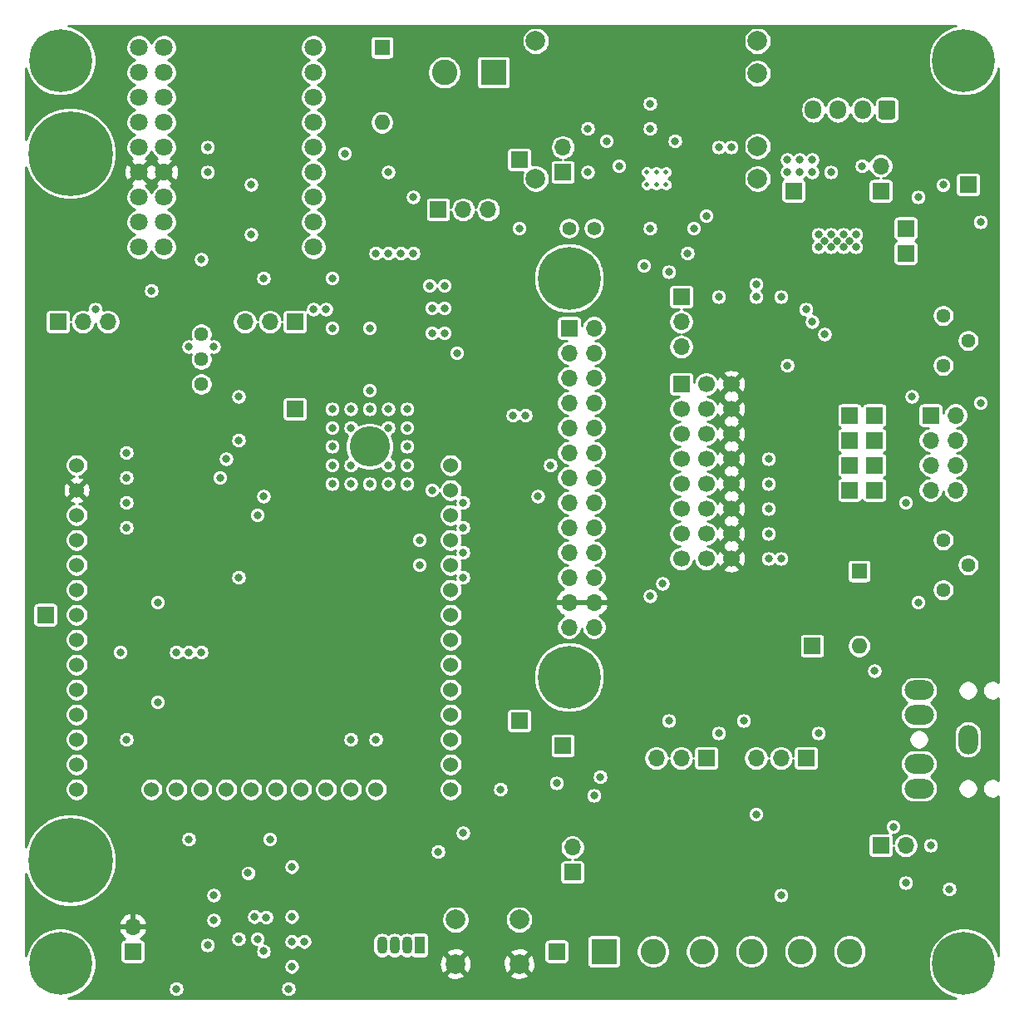
<source format=gbr>
%TF.GenerationSoftware,KiCad,Pcbnew,5.1.9*%
%TF.CreationDate,2021-01-12T21:48:28+01:00*%
%TF.ProjectId,pcb_motherboard_dev,7063625f-6d6f-4746-9865-72626f617264,rev?*%
%TF.SameCoordinates,Original*%
%TF.FileFunction,Copper,L2,Inr*%
%TF.FilePolarity,Positive*%
%FSLAX46Y46*%
G04 Gerber Fmt 4.6, Leading zero omitted, Abs format (unit mm)*
G04 Created by KiCad (PCBNEW 5.1.9) date 2021-01-12 21:48:28*
%MOMM*%
%LPD*%
G01*
G04 APERTURE LIST*
%TA.AperFunction,ComponentPad*%
%ADD10R,1.700000X1.700000*%
%TD*%
%TA.AperFunction,ComponentPad*%
%ADD11C,1.524000*%
%TD*%
%TA.AperFunction,ComponentPad*%
%ADD12C,0.500000*%
%TD*%
%TA.AperFunction,ComponentPad*%
%ADD13C,1.800000*%
%TD*%
%TA.AperFunction,ComponentPad*%
%ADD14O,1.600000X1.600000*%
%TD*%
%TA.AperFunction,ComponentPad*%
%ADD15R,1.600000X1.600000*%
%TD*%
%TA.AperFunction,ComponentPad*%
%ADD16O,1.700000X1.700000*%
%TD*%
%TA.AperFunction,ComponentPad*%
%ADD17O,3.000000X2.000000*%
%TD*%
%TA.AperFunction,ComponentPad*%
%ADD18O,2.000000X3.000000*%
%TD*%
%TA.AperFunction,ComponentPad*%
%ADD19C,1.700000*%
%TD*%
%TA.AperFunction,ComponentPad*%
%ADD20C,2.000000*%
%TD*%
%TA.AperFunction,ComponentPad*%
%ADD21C,0.800000*%
%TD*%
%TA.AperFunction,ComponentPad*%
%ADD22C,6.400000*%
%TD*%
%TA.AperFunction,ComponentPad*%
%ADD23C,0.900000*%
%TD*%
%TA.AperFunction,ComponentPad*%
%ADD24C,8.600000*%
%TD*%
%TA.AperFunction,ComponentPad*%
%ADD25C,1.440000*%
%TD*%
%TA.AperFunction,ComponentPad*%
%ADD26C,2.600000*%
%TD*%
%TA.AperFunction,ComponentPad*%
%ADD27R,2.600000X2.600000*%
%TD*%
%TA.AperFunction,ComponentPad*%
%ADD28O,1.700000X1.950000*%
%TD*%
%TA.AperFunction,ComponentPad*%
%ADD29O,1.070000X1.800000*%
%TD*%
%TA.AperFunction,ComponentPad*%
%ADD30R,1.070000X1.800000*%
%TD*%
%TA.AperFunction,ComponentPad*%
%ADD31C,1.400000*%
%TD*%
%TA.AperFunction,ViaPad*%
%ADD32C,0.800000*%
%TD*%
%TA.AperFunction,ViaPad*%
%ADD33C,4.100000*%
%TD*%
%TA.AperFunction,Conductor*%
%ADD34C,0.254000*%
%TD*%
%TA.AperFunction,Conductor*%
%ADD35C,0.100000*%
%TD*%
G04 APERTURE END LIST*
D10*
%TO.N,/CONTROLLER/BLUE*%
%TO.C,TP22*%
X108878399Y-116641429D03*
%TD*%
%TO.N,/POWER/BAT-*%
%TO.C,TP6*%
X154598399Y-62031429D03*
%TD*%
%TO.N,Net-(Q1-Pad2)*%
%TO.C,TP4*%
X148248399Y-66476429D03*
%TD*%
%TO.N,Net-(Q1-Pad4)*%
%TO.C,TP1*%
X148248399Y-69016429D03*
%TD*%
D11*
%TO.N,GND*%
%TO.C,U8*%
X101893399Y-90606429D03*
%TO.N,/CONTROLLER/IO_23|VMOSI*%
X101893399Y-93146429D03*
%TO.N,/CONTROLLER/IO_22|SCL*%
X101893399Y-95686429D03*
%TO.N,/ft232/RXD*%
X101893399Y-98226429D03*
%TO.N,/CONTROLLER/RXD*%
X101893399Y-100766429D03*
%TO.N,/CONTROLLER/IO_21|SDA*%
X101893399Y-103306429D03*
%TO.N,N/C*%
X101893399Y-105846429D03*
%TO.N,/CONTROLLER/IO_19|VMISO*%
X101893399Y-108386429D03*
%TO.N,/CONTROLLER/IO_18|VCLK*%
X101893399Y-110926429D03*
%TO.N,/CONTROLLER/IO_5|V~CS*%
X101893399Y-113466429D03*
%TO.N,/CONTROLLER/BLUE*%
X101893399Y-116006429D03*
%TO.N,/CONTROLLER/GREEN*%
X101893399Y-118546429D03*
%TO.N,/CONTROLLER/DQ*%
X101893399Y-121086429D03*
%TO.N,/CONTROLLER/SS*%
X101893399Y-123626429D03*
%TO.N,/CONTROLLER/CLK*%
X94273399Y-123626429D03*
%TO.N,/CONTROLLER/RED*%
X91733399Y-123626429D03*
%TO.N,N/C*%
X89193399Y-123626429D03*
X86653399Y-123626429D03*
X84113399Y-123626429D03*
X81573399Y-123626429D03*
X79033399Y-123626429D03*
X76493399Y-123626429D03*
%TO.N,/CONTROLLER/HMOSI*%
X73953399Y-123626429D03*
%TO.N,GND*%
X71413399Y-123626429D03*
%TO.N,/CONTROLLER/HMISO*%
X63793399Y-123626429D03*
%TO.N,/CONTROLLER/HCLK*%
X63793399Y-121086429D03*
%TO.N,/CONTROLLER/SYNC*%
X63793399Y-118546429D03*
%TO.N,/CONTROLLER/IO_26|DAC2*%
X63793399Y-116006429D03*
%TO.N,/CONTROLLER/IO_25|DAC1*%
X63793399Y-113466429D03*
%TO.N,Net-(C19-Pad1)*%
X63793399Y-110926429D03*
%TO.N,Net-(C18-Pad2)*%
X63793399Y-108386429D03*
%TO.N,/CONTROLLER/BATMON*%
X63793399Y-105846429D03*
%TO.N,/CONTROLLER/OWB_SENSE*%
X63793399Y-103306429D03*
%TO.N,/CONTROLLER/I_39|ADC1_3*%
X63793399Y-100766429D03*
%TO.N,/CONTROLLER/I_36|ADC1_0*%
X63793399Y-98226429D03*
%TO.N,/CONTROLLER/RTS*%
X63793399Y-95686429D03*
%TO.N,+3V3*%
X63793399Y-93146429D03*
%TO.N,GND*%
X63793399Y-90606429D03*
%TD*%
D12*
%TO.N,GND*%
%TO.C,U1*%
X123848399Y-62046429D03*
X123848399Y-60746429D03*
X122848399Y-62046429D03*
X122848399Y-60746429D03*
X121848399Y-62046429D03*
X121848399Y-60746429D03*
%TD*%
D13*
%TO.N,Net-(U10-Pad1)*%
%TO.C,U10*%
X72683399Y-48061429D03*
%TO.N,Net-(U10-Pad2)*%
X72683399Y-50601429D03*
%TO.N,GND*%
X72683399Y-53141429D03*
%TO.N,Net-(U10-Pad4)*%
X72683399Y-55681429D03*
%TO.N,Net-(R11-Pad1)*%
X72683399Y-58221429D03*
%TO.N,+3V3*%
X72683399Y-60761429D03*
%TO.N,Net-(R19-Pad1)*%
X72683399Y-63301429D03*
%TO.N,/CONTROLLER/DTR*%
X72683399Y-65841429D03*
%TO.N,Net-(R18-Pad1)*%
X72683399Y-68381429D03*
%TO.N,GND*%
X87923399Y-68381429D03*
%TO.N,N/C*%
X87923399Y-65841429D03*
X87923399Y-63301429D03*
%TO.N,+5V*%
X87923399Y-60761429D03*
%TO.N,N/C*%
X87923399Y-58221429D03*
X87923399Y-55681429D03*
X87923399Y-53141429D03*
X87923399Y-50601429D03*
X87923399Y-48061429D03*
%TO.N,Net-(R18-Pad1)*%
X70143399Y-68381429D03*
%TO.N,/CONTROLLER/DTR*%
X70143399Y-65841429D03*
%TO.N,Net-(R19-Pad1)*%
X70143399Y-63301429D03*
%TO.N,+3V3*%
X70143399Y-60761429D03*
%TO.N,Net-(R11-Pad1)*%
X70143399Y-58221429D03*
%TO.N,Net-(U10-Pad4)*%
X70143399Y-55681429D03*
%TO.N,GND*%
X70143399Y-53141429D03*
%TO.N,Net-(U10-Pad2)*%
X70143399Y-50601429D03*
%TO.N,Net-(U10-Pad1)*%
X70143399Y-48061429D03*
%TD*%
D10*
%TO.N,/sim_loadcell/E-*%
%TO.C,TP21*%
X142533399Y-93146429D03*
%TD*%
%TO.N,/sim_loadcell/E-*%
%TO.C,TP20*%
X145073399Y-93146429D03*
%TD*%
%TO.N,/sim_loadcell/B-*%
%TO.C,TP19*%
X142533399Y-90606429D03*
%TD*%
%TO.N,/sim_loadcell/A-*%
%TO.C,TP18*%
X145073399Y-90606429D03*
%TD*%
%TO.N,/sim_loadcell/B+*%
%TO.C,TP17*%
X142533399Y-88066429D03*
%TD*%
%TO.N,/sim_loadcell/A+*%
%TO.C,TP16*%
X145073399Y-88066429D03*
%TD*%
%TO.N,/sim_loadcell/E+*%
%TO.C,TP15*%
X142533399Y-85526429D03*
%TD*%
%TO.N,/sim_loadcell/E+*%
%TO.C,TP14*%
X145073399Y-85526429D03*
%TD*%
%TO.N,/CONTROLLER/DQ*%
%TO.C,TP12*%
X113323399Y-119181429D03*
%TD*%
%TO.N,/CONTROLLER/OWB_SENSE*%
%TO.C,TP11*%
X138723399Y-109021429D03*
%TD*%
%TO.N,/CONTROLLER/SYNC*%
%TO.C,TP10*%
X112688399Y-140136429D03*
%TD*%
%TO.N,Net-(C23-Pad1)*%
%TO.C,TP9*%
X86018399Y-84891429D03*
%TD*%
%TO.N,/CONTROLLER/BATMON*%
%TO.C,TP8*%
X60618399Y-105846429D03*
%TD*%
%TO.N,/DC_IN*%
%TO.C,TP5*%
X108878399Y-59491429D03*
%TD*%
%TO.N,Net-(C4-Pad1)*%
%TO.C,TP3*%
X136818399Y-62666429D03*
%TD*%
D14*
%TO.N,/CONTROLLER/OWB_SENSE*%
%TO.C,SW3*%
X143510000Y-109021429D03*
D15*
%TO.N,GND*%
X143510000Y-101401429D03*
%TD*%
D16*
%TO.N,Net-(JP8-Pad3)*%
%TO.C,JP8*%
X133008399Y-120451429D03*
%TO.N,/CONTROLLER/DQ*%
X135548399Y-120451429D03*
D10*
%TO.N,Net-(D3-Pad3)*%
X138088399Y-120451429D03*
%TD*%
D17*
%TO.N,Net-(J5-PadT)*%
%TO.C,J5*%
X149598399Y-113546429D03*
%TO.N,N/C*%
X149598399Y-116046429D03*
X149598399Y-121046429D03*
%TO.N,Net-(J5-PadR)*%
X149598399Y-123546429D03*
D18*
%TO.N,GND*%
X154598399Y-118546429D03*
%TD*%
D19*
%TO.N,+3V3*%
%TO.C,U12*%
X130468399Y-100131429D03*
X130468399Y-97591429D03*
X130468399Y-95051429D03*
X130468399Y-92511429D03*
X130468399Y-89971429D03*
X130468399Y-87431429D03*
X130468399Y-84891429D03*
X130468399Y-82351429D03*
%TO.N,/CONTROLLER/BITH*%
X127928399Y-100131429D03*
%TO.N,/CONTROLLER/BITG*%
X127928399Y-97591429D03*
%TO.N,/CONTROLLER/BITF*%
X127928399Y-95051429D03*
%TO.N,/CONTROLLER/BITE*%
X127928399Y-92511429D03*
%TO.N,/CONTROLLER/BITD*%
X127928399Y-89971429D03*
%TO.N,/CONTROLLER/BITC*%
X127928399Y-87431429D03*
%TO.N,/CONTROLLER/BITB*%
X127928399Y-84891429D03*
%TO.N,/CONTROLLER/BITA*%
X127928399Y-82351429D03*
%TO.N,/CONTROLLER/H*%
X125388399Y-100131429D03*
%TO.N,/CONTROLLER/G*%
X125388399Y-97591429D03*
%TO.N,/CONTROLLER/F*%
X125388399Y-95051429D03*
%TO.N,/CONTROLLER/E*%
X125388399Y-92511429D03*
%TO.N,/CONTROLLER/D*%
X125388399Y-89971429D03*
%TO.N,/CONTROLLER/C*%
X125388399Y-87431429D03*
%TO.N,/CONTROLLER/B*%
X125388399Y-84891429D03*
D10*
%TO.N,/CONTROLLER/A*%
X125388399Y-82351429D03*
%TD*%
D20*
%TO.N,Net-(C4-Pad1)*%
%TO.C,U3*%
X133163399Y-61411429D03*
X133163399Y-58111429D03*
%TO.N,/POWER/BAT-*%
X133163399Y-50711429D03*
%TO.N,GND*%
X133163399Y-47411429D03*
X110563399Y-47411429D03*
%TO.N,/DC_IN*%
X110563399Y-61411429D03*
%TD*%
D16*
%TO.N,V+*%
%TO.C,TP13*%
X114300000Y-129540000D03*
D10*
%TO.N,Net-(J6-Pad2)*%
X114300000Y-132080000D03*
%TD*%
D16*
%TO.N,+3V3*%
%TO.C,TP7*%
X69508399Y-137596429D03*
D10*
%TO.N,Net-(L1-Pad2)*%
X69508399Y-140136429D03*
%TD*%
D16*
%TO.N,/POWER/BAT+*%
%TO.C,TP2*%
X145708399Y-60126429D03*
D10*
%TO.N,Net-(C4-Pad1)*%
X145708399Y-62666429D03*
%TD*%
D21*
%TO.N,GND*%
%TO.C,H4*%
X155855455Y-139684373D03*
X154158399Y-138981429D03*
X152461343Y-139684373D03*
X151758399Y-141381429D03*
X152461343Y-143078485D03*
X154158399Y-143781429D03*
X155855455Y-143078485D03*
X156558399Y-141381429D03*
D22*
X154158399Y-141381429D03*
%TD*%
D21*
%TO.N,N/C*%
%TO.C,H3*%
X155855455Y-47684373D03*
X154158399Y-46981429D03*
X152461343Y-47684373D03*
X151758399Y-49381429D03*
X152461343Y-51078485D03*
X154158399Y-51781429D03*
X155855455Y-51078485D03*
X156558399Y-49381429D03*
D22*
X154158399Y-49381429D03*
%TD*%
D21*
%TO.N,N/C*%
%TO.C,H2*%
X63855455Y-47684373D03*
X62158399Y-46981429D03*
X60461343Y-47684373D03*
X59758399Y-49381429D03*
X60461343Y-51078485D03*
X62158399Y-51781429D03*
X63855455Y-51078485D03*
X64558399Y-49381429D03*
D22*
X62158399Y-49381429D03*
%TD*%
D21*
%TO.N,N/C*%
%TO.C,H8*%
X63855455Y-139684373D03*
X62158399Y-138981429D03*
X60461343Y-139684373D03*
X59758399Y-141381429D03*
X60461343Y-143078485D03*
X62158399Y-143781429D03*
X63855455Y-143078485D03*
X64558399Y-141381429D03*
D22*
X62158399Y-141381429D03*
%TD*%
D14*
%TO.N,Net-(Q6-Pad2)*%
%TO.C,SW2*%
X94908399Y-55681429D03*
D15*
%TO.N,GND*%
X94908399Y-48061429D03*
%TD*%
D16*
%TO.N,V+*%
%TO.C,J7*%
X116498399Y-107116429D03*
X113958399Y-107116429D03*
%TO.N,+3V3*%
X116498399Y-104576429D03*
X113958399Y-104576429D03*
%TO.N,GND*%
X116498399Y-102036429D03*
X113958399Y-102036429D03*
X116498399Y-99496429D03*
%TO.N,/CONTROLLER/OWB*%
X113958399Y-99496429D03*
%TO.N,/CONTROLLER/H*%
X116498399Y-96956429D03*
%TO.N,/CONTROLLER/G*%
X113958399Y-96956429D03*
%TO.N,/CONTROLLER/F*%
X116498399Y-94416429D03*
%TO.N,/CONTROLLER/E*%
X113958399Y-94416429D03*
%TO.N,/CONTROLLER/D*%
X116498399Y-91876429D03*
%TO.N,/CONTROLLER/C*%
X113958399Y-91876429D03*
%TO.N,/CONTROLLER/B*%
X116498399Y-89336429D03*
%TO.N,/CONTROLLER/A*%
X113958399Y-89336429D03*
%TO.N,/CONTROLLER/I_36|ADC1_0*%
X116498399Y-86796429D03*
%TO.N,/CONTROLLER/I_39|ADC1_3*%
X113958399Y-86796429D03*
%TO.N,/CONTROLLER/IO_25|DAC1*%
X116498399Y-84256429D03*
%TO.N,/CONTROLLER/IO_26|DAC2*%
X113958399Y-84256429D03*
%TO.N,/CONTROLLER/IO_21|SDA*%
X116498399Y-81716429D03*
%TO.N,/CONTROLLER/IO_22|SCL*%
X113958399Y-81716429D03*
%TO.N,/CONTROLLER/IO_18|VCLK*%
X116498399Y-79176429D03*
%TO.N,/CONTROLLER/IO_5|V~CS*%
X113958399Y-79176429D03*
%TO.N,/CONTROLLER/IO_23|VMOSI*%
X116498399Y-76636429D03*
D10*
%TO.N,/CONTROLLER/IO_19|VMISO*%
X113958399Y-76636429D03*
%TD*%
D16*
%TO.N,Net-(JP4-Pad3)*%
%TO.C,JP4*%
X125388399Y-78541429D03*
%TO.N,/CONTROLLER/BLUE*%
X125388399Y-76001429D03*
D10*
%TO.N,Net-(JP4-Pad1)*%
X125388399Y-73461429D03*
%TD*%
D23*
%TO.N,N/C*%
%TO.C,H7*%
X65438818Y-56576010D03*
X63158399Y-55631429D03*
X60877980Y-56576010D03*
X59933399Y-58856429D03*
X60877980Y-61136848D03*
X63158399Y-62081429D03*
X65438818Y-61136848D03*
X66383399Y-58856429D03*
D24*
X63158399Y-58856429D03*
%TD*%
D20*
%TO.N,+3V3*%
%TO.C,SW1*%
X102378399Y-141406429D03*
%TO.N,Net-(R20-Pad1)*%
X102378399Y-136906429D03*
%TO.N,+3V3*%
X108878399Y-141406429D03*
%TO.N,Net-(R20-Pad1)*%
X108878399Y-136906429D03*
%TD*%
D25*
%TO.N,Net-(R51-Pad2)*%
%TO.C,RV3*%
X76493399Y-77271429D03*
%TO.N,Net-(C23-Pad1)*%
X76493399Y-79811429D03*
%TO.N,Net-(R52-Pad1)*%
X76493399Y-82351429D03*
%TD*%
%TO.N,Net-(R47-Pad1)*%
%TO.C,RV2*%
X152058399Y-103306429D03*
%TO.N,/sim_loadcell/B+*%
X154598399Y-100766429D03*
%TO.N,Net-(R46-Pad2)*%
X152058399Y-98226429D03*
%TD*%
%TO.N,Net-(R43-Pad1)*%
%TO.C,RV1*%
X152058399Y-80446429D03*
%TO.N,/sim_loadcell/A+*%
X154598399Y-77906429D03*
%TO.N,Net-(R42-Pad2)*%
X152058399Y-75366429D03*
%TD*%
D16*
%TO.N,Net-(JP7-Pad2)*%
%TO.C,JP7*%
X148248399Y-129341429D03*
D10*
%TO.N,/CONTROLLER/SYNC*%
X145708399Y-129341429D03*
%TD*%
D16*
%TO.N,Net-(JP6-Pad3)*%
%TO.C,JP6*%
X122848399Y-120451429D03*
%TO.N,/CONTROLLER/DQ*%
X125388399Y-120451429D03*
D10*
%TO.N,/CONTROLLER/OWB*%
X127928399Y-120451429D03*
%TD*%
D16*
%TO.N,/CONTROLLER/DTR*%
%TO.C,JP5*%
X66968399Y-76001429D03*
%TO.N,/CONTROLLER/SH*%
X64428399Y-76001429D03*
D10*
%TO.N,Net-(JP5-Pad1)*%
X61888399Y-76001429D03*
%TD*%
D16*
%TO.N,Net-(JP3-Pad3)*%
%TO.C,JP3*%
X80938399Y-76001429D03*
%TO.N,Net-(JP3-Pad2)*%
X83478399Y-76001429D03*
D10*
%TO.N,V+*%
X86018399Y-76001429D03*
%TD*%
D16*
%TO.N,Net-(J1-Pad1)*%
%TO.C,JP2*%
X105703399Y-64571429D03*
%TO.N,/DC_IN*%
X103163399Y-64571429D03*
D10*
%TO.N,+5V*%
X100623399Y-64571429D03*
%TD*%
%TO.N,GND*%
%TO.C,JP1*%
X113323399Y-60761429D03*
D16*
%TO.N,/POWER/TEMP*%
X113323399Y-58221429D03*
%TD*%
D26*
%TO.N,Net-(J6-Pad6)*%
%TO.C,J6*%
X142533399Y-140136429D03*
%TO.N,Net-(J6-Pad5)*%
X137533399Y-140136429D03*
%TO.N,Net-(J6-Pad4)*%
X132533399Y-140136429D03*
%TO.N,Net-(J6-Pad3)*%
X127533399Y-140136429D03*
%TO.N,Net-(J6-Pad2)*%
X122533399Y-140136429D03*
D27*
%TO.N,GND*%
X117533399Y-140136429D03*
%TD*%
D16*
%TO.N,/sim_loadcell/E-*%
%TO.C,J4*%
X153328399Y-93146429D03*
X150788399Y-93146429D03*
%TO.N,/sim_loadcell/B-*%
X153328399Y-90606429D03*
%TO.N,/sim_loadcell/A-*%
X150788399Y-90606429D03*
%TO.N,/sim_loadcell/B+*%
X153328399Y-88066429D03*
%TO.N,/sim_loadcell/A+*%
X150788399Y-88066429D03*
%TO.N,/sim_loadcell/E+*%
X153328399Y-85526429D03*
D10*
X150788399Y-85526429D03*
%TD*%
D28*
%TO.N,/POWER/TEMP*%
%TO.C,J2*%
X138843399Y-54411429D03*
%TO.N,GND*%
X141343399Y-54411429D03*
%TO.N,/POWER/BAT-*%
X143843399Y-54411429D03*
%TO.N,/POWER/BAT+*%
%TA.AperFunction,ComponentPad*%
G36*
G01*
X147193399Y-53686429D02*
X147193399Y-55136429D01*
G75*
G02*
X146943399Y-55386429I-250000J0D01*
G01*
X145743399Y-55386429D01*
G75*
G02*
X145493399Y-55136429I0J250000D01*
G01*
X145493399Y-53686429D01*
G75*
G02*
X145743399Y-53436429I250000J0D01*
G01*
X146943399Y-53436429D01*
G75*
G02*
X147193399Y-53686429I0J-250000D01*
G01*
G37*
%TD.AperFunction*%
%TD*%
D26*
%TO.N,GND*%
%TO.C,J1*%
X101258399Y-50601429D03*
D27*
%TO.N,Net-(J1-Pad1)*%
X106258399Y-50601429D03*
%TD*%
D29*
%TO.N,Net-(D9-Pad4)*%
%TO.C,D9*%
X94908399Y-139501429D03*
%TO.N,Net-(D9-Pad3)*%
X96178399Y-139501429D03*
%TO.N,GND*%
X97448399Y-139501429D03*
D30*
%TO.N,Net-(D9-Pad1)*%
X98718399Y-139501429D03*
%TD*%
D21*
%TO.N,Net-(H6-Pad1)*%
%TO.C,H6*%
X115655455Y-69859373D03*
X113958399Y-69156429D03*
X112261343Y-69859373D03*
X111558399Y-71556429D03*
X112261343Y-73253485D03*
X113958399Y-73956429D03*
X115655455Y-73253485D03*
X116358399Y-71556429D03*
D22*
X113958399Y-71556429D03*
%TD*%
D21*
%TO.N,Net-(H5-Pad1)*%
%TO.C,H5*%
X115655455Y-110499373D03*
X113958399Y-109796429D03*
X112261343Y-110499373D03*
X111558399Y-112196429D03*
X112261343Y-113893485D03*
X113958399Y-114596429D03*
X115655455Y-113893485D03*
X116358399Y-112196429D03*
D22*
X113958399Y-112196429D03*
%TD*%
D31*
%TO.N,/POWER/~LED_CHRG*%
%TO.C,J13*%
X113958399Y-66476429D03*
%TO.N,/POWER/~LED_STBY*%
X116498399Y-66476429D03*
%TD*%
D23*
%TO.N,N/C*%
%TO.C,H1*%
X65438818Y-128576010D03*
X63158399Y-127631429D03*
X60877980Y-128576010D03*
X59933399Y-130856429D03*
X60877980Y-133136848D03*
X63158399Y-134081429D03*
X65438818Y-133136848D03*
X66383399Y-130856429D03*
D24*
X63158399Y-130856429D03*
%TD*%
D32*
%TO.N,GND*%
X89828399Y-92511429D03*
X97448399Y-92511429D03*
X93638399Y-92511429D03*
X89828399Y-88701429D03*
X89828399Y-84891429D03*
X97448399Y-84891429D03*
X97448399Y-88701429D03*
X93638399Y-84891429D03*
D33*
X93638399Y-88701429D03*
D32*
X138723399Y-60761429D03*
X138723399Y-59491429D03*
X137453399Y-59491429D03*
X137453399Y-60761429D03*
X136183399Y-60761429D03*
X136183399Y-59491429D03*
X81263399Y-132156429D03*
X86978399Y-139141429D03*
X135548399Y-100131429D03*
X129198399Y-58221429D03*
X130468399Y-58221429D03*
X122213399Y-56316429D03*
X108878399Y-66476429D03*
X81573399Y-62031429D03*
X81573399Y-67111429D03*
X77128399Y-60761429D03*
X82208399Y-138866429D03*
X80303399Y-138866429D03*
X82844814Y-140131202D03*
X77128399Y-139501429D03*
X77763399Y-136961429D03*
X77763399Y-134421429D03*
X75223399Y-128706429D03*
X83478399Y-128706429D03*
X85383399Y-143946429D03*
X73953399Y-143946429D03*
X94273399Y-118546429D03*
X91733399Y-118546429D03*
X68873399Y-118546429D03*
X115863399Y-60761429D03*
X115863399Y-56316429D03*
X129198399Y-73461429D03*
X133008399Y-72191429D03*
X152693399Y-133786429D03*
X148248399Y-133151429D03*
X68238399Y-109656429D03*
X73953399Y-109656429D03*
X76493399Y-109656429D03*
X72048399Y-114736429D03*
X72048399Y-104576429D03*
X68873399Y-89336429D03*
X68873399Y-91876429D03*
X68873399Y-94416429D03*
X68873399Y-96956429D03*
X75223399Y-109656429D03*
X136183399Y-80446429D03*
X146978399Y-127436429D03*
X129198399Y-117911429D03*
X131738399Y-116641429D03*
X139358399Y-117911429D03*
X145073399Y-111561429D03*
X124118399Y-116641429D03*
X99988399Y-74604429D03*
X101258399Y-74604429D03*
X99988399Y-77144429D03*
X101258399Y-77144429D03*
X99734399Y-72318429D03*
X101258399Y-72318429D03*
X93638399Y-76636429D03*
X71413399Y-72826429D03*
X65698399Y-74731429D03*
X80303399Y-88066429D03*
X77763399Y-78541429D03*
X75223399Y-78541429D03*
X87923399Y-74731429D03*
X89193399Y-74731429D03*
X89193399Y-74731429D03*
X102528399Y-79176429D03*
X133008399Y-126166429D03*
X155868399Y-65841429D03*
X93638399Y-82986429D03*
X121578399Y-70286429D03*
X95543399Y-84891429D03*
X91733399Y-84891429D03*
X91733399Y-92511429D03*
X95543399Y-92511429D03*
X89828399Y-90606429D03*
X89828399Y-86796429D03*
X97448399Y-86796429D03*
X97448399Y-90606429D03*
X95543399Y-90606429D03*
X95543399Y-86796429D03*
X91733399Y-86796429D03*
X91733399Y-90606429D03*
%TO.N,Net-(C1-Pad1)*%
X119038399Y-60126429D03*
X124753399Y-57586429D03*
%TO.N,+3V3*%
X107608399Y-132516429D03*
X86978399Y-141681429D03*
X86978399Y-136601429D03*
X86978399Y-131521429D03*
X81573399Y-64571429D03*
X81573399Y-69651429D03*
X133008399Y-70921429D03*
X129198399Y-72191429D03*
X106973399Y-126166429D03*
X155868399Y-129341429D03*
X71413399Y-109656429D03*
X65698399Y-95686429D03*
X65698399Y-93146429D03*
X65698399Y-90606429D03*
X66968399Y-90606429D03*
X66968399Y-93146429D03*
X66968399Y-95686429D03*
X106973399Y-121086429D03*
X68238399Y-103941429D03*
X145073399Y-125531429D03*
X95543399Y-73461429D03*
X94908399Y-74096429D03*
X95543399Y-74731429D03*
X94908399Y-75366429D03*
X95543399Y-76001429D03*
X94908399Y-76636429D03*
X95543399Y-77271429D03*
X65240899Y-67568929D03*
X139993399Y-131881429D03*
X134278399Y-129976429D03*
X83478399Y-114736429D03*
X145708399Y-109021429D03*
%TO.N,Net-(C11-Pad1)*%
X81898399Y-136601429D03*
X83096292Y-136673536D03*
%TO.N,/CONTROLLER/OWB_SENSE*%
X116498399Y-124261429D03*
%TO.N,/CONTROLLER/DQ*%
X117133407Y-122356429D03*
%TO.N,/CONTROLLER/RXD*%
X98718399Y-100766429D03*
X82208399Y-95686429D03*
X76493399Y-69651429D03*
X78398399Y-91876429D03*
%TO.N,/POWER/TEMP*%
X117768399Y-57586429D03*
%TO.N,/POWER/~LED_CHRG*%
X122213399Y-66476429D03*
%TO.N,/POWER/~LED_STBY*%
X124118399Y-70921429D03*
%TO.N,/CONTROLLER/HCLK*%
X85708399Y-139141429D03*
%TO.N,Net-(J8-Pad8)*%
X85708399Y-141681429D03*
%TO.N,Net-(J8-Pad1)*%
X85708399Y-131521429D03*
%TO.N,/CONTROLLER/HMOSI*%
X85708399Y-136601429D03*
%TO.N,/CONTROLLER/I_39|ADC1_3*%
X103163399Y-96956429D03*
%TO.N,/CONTROLLER/I_36|ADC1_0*%
X103163399Y-94416429D03*
%TO.N,/CONTROLLER/IO_5|V~CS*%
X109513399Y-85526429D03*
%TO.N,/CONTROLLER/IO_19|VMISO*%
X99988399Y-93146429D03*
%TO.N,/CONTROLLER/IO_18|VCLK*%
X108243399Y-85526429D03*
%TO.N,/CONTROLLER/IO_25|DAC1*%
X112053399Y-90606429D03*
X103163399Y-99496429D03*
%TO.N,/CONTROLLER/IO_26|DAC2*%
X103163399Y-102036429D03*
X110783399Y-93781429D03*
%TO.N,/CONTROLLER/BLUE*%
X122213399Y-103941429D03*
%TO.N,Net-(Q1-Pad2)*%
X140628399Y-60761429D03*
X149518399Y-63301429D03*
%TO.N,Net-(Q1-Pad4)*%
X143803399Y-60126429D03*
X152058399Y-62061431D03*
%TO.N,Net-(Q1-Pad5)*%
X143168399Y-67111429D03*
X141898399Y-67111429D03*
X140628399Y-67111429D03*
X139358399Y-67111429D03*
X139993399Y-67746429D03*
X141263399Y-67746429D03*
X142533399Y-67746429D03*
X143168399Y-68381429D03*
X141898399Y-68381429D03*
X140628399Y-68381429D03*
X139358399Y-68381429D03*
%TO.N,Net-(R3-Pad1)*%
X89828399Y-71556429D03*
X89828399Y-76636429D03*
%TO.N,/CONTROLLER/CLK*%
X103163399Y-128071429D03*
%TO.N,V+*%
X94273399Y-69016429D03*
X95543399Y-69016429D03*
X96813399Y-69016429D03*
X98083399Y-69016429D03*
%TO.N,Net-(D7-Pad2)*%
X126658399Y-66476429D03*
%TO.N,Net-(D8-Pad2)*%
X126023399Y-69016429D03*
%TO.N,Net-(D10-Pad1)*%
X150788399Y-129341429D03*
%TO.N,/sim_loadcell/E-*%
X149518399Y-104576429D03*
X148883399Y-83621429D03*
%TO.N,/sim_loadcell/A-*%
X155868399Y-84256429D03*
%TO.N,/sim_loadcell/E+*%
X148248399Y-94416429D03*
%TO.N,Net-(JP3-Pad3)*%
X80303399Y-83621429D03*
%TO.N,Net-(JP3-Pad2)*%
X80303399Y-102036429D03*
%TO.N,/CONTROLLER/SH*%
X106973399Y-123626429D03*
X112688399Y-122991429D03*
%TO.N,/ft232/RXD*%
X98718399Y-98226429D03*
X82843399Y-93781429D03*
X79033399Y-89971429D03*
X77128399Y-58221429D03*
%TO.N,/CONTROLLER/BITH*%
X134278399Y-100131429D03*
X139993399Y-77271429D03*
%TO.N,/CONTROLLER/BITG*%
X134278399Y-97591429D03*
X138723399Y-76001429D03*
%TO.N,/CONTROLLER/BITF*%
X134278399Y-95051429D03*
X138088399Y-74731429D03*
%TO.N,/CONTROLLER/BITE*%
X134278399Y-92511429D03*
X135548399Y-73461429D03*
%TO.N,/CONTROLLER/BITD*%
X134278399Y-89971429D03*
X133008399Y-73461429D03*
%TO.N,Net-(D1-Pad1)*%
X95543399Y-60761429D03*
%TO.N,Net-(D11-Pad1)*%
X91098399Y-58856429D03*
%TO.N,Net-(Q6-Pad2)*%
X98083399Y-63301429D03*
%TO.N,/CONTROLLER/OWB*%
X123483399Y-102671429D03*
%TO.N,/DC_IN*%
X127928399Y-65206429D03*
X122213399Y-53776429D03*
X82843399Y-71556429D03*
%TO.N,Net-(R21-Pad1)*%
X135548399Y-134421429D03*
%TO.N,/CONTROLLER/SS*%
X100623399Y-129976429D03*
%TD*%
D34*
%TO.N,+3V3*%
X153100442Y-45893812D02*
X152440370Y-46167223D01*
X151846321Y-46564154D01*
X151341124Y-47069351D01*
X150944193Y-47663400D01*
X150670782Y-48323472D01*
X150531399Y-49024201D01*
X150531399Y-49738657D01*
X150670782Y-50439386D01*
X150944193Y-51099458D01*
X151341124Y-51693507D01*
X151846321Y-52198704D01*
X152440370Y-52595635D01*
X153100442Y-52869046D01*
X153801171Y-53008429D01*
X154515627Y-53008429D01*
X155216356Y-52869046D01*
X155876428Y-52595635D01*
X156470477Y-52198704D01*
X156975674Y-51693507D01*
X157372605Y-51099458D01*
X157646016Y-50439386D01*
X157706399Y-50135819D01*
X157706400Y-112717520D01*
X157584866Y-112636314D01*
X157397964Y-112558896D01*
X157199550Y-112519429D01*
X156997248Y-112519429D01*
X156798834Y-112558896D01*
X156611932Y-112636314D01*
X156443725Y-112748706D01*
X156300676Y-112891755D01*
X156188284Y-113059962D01*
X156110866Y-113246864D01*
X156071399Y-113445278D01*
X156071399Y-113647580D01*
X156110866Y-113845994D01*
X156188284Y-114032896D01*
X156300676Y-114201103D01*
X156443725Y-114344152D01*
X156611932Y-114456544D01*
X156798834Y-114533962D01*
X156997248Y-114573429D01*
X157199550Y-114573429D01*
X157397964Y-114533962D01*
X157584866Y-114456544D01*
X157706400Y-114375338D01*
X157706400Y-122717520D01*
X157584866Y-122636314D01*
X157397964Y-122558896D01*
X157199550Y-122519429D01*
X156997248Y-122519429D01*
X156798834Y-122558896D01*
X156611932Y-122636314D01*
X156443725Y-122748706D01*
X156300676Y-122891755D01*
X156188284Y-123059962D01*
X156110866Y-123246864D01*
X156071399Y-123445278D01*
X156071399Y-123647580D01*
X156110866Y-123845994D01*
X156188284Y-124032896D01*
X156300676Y-124201103D01*
X156443725Y-124344152D01*
X156611932Y-124456544D01*
X156798834Y-124533962D01*
X156997248Y-124573429D01*
X157199550Y-124573429D01*
X157397964Y-124533962D01*
X157584866Y-124456544D01*
X157706400Y-124375338D01*
X157706400Y-140627044D01*
X157646016Y-140323472D01*
X157372605Y-139663400D01*
X156975674Y-139069351D01*
X156470477Y-138564154D01*
X155876428Y-138167223D01*
X155216356Y-137893812D01*
X154515627Y-137754429D01*
X153801171Y-137754429D01*
X153100442Y-137893812D01*
X152440370Y-138167223D01*
X151846321Y-138564154D01*
X151341124Y-139069351D01*
X150944193Y-139663400D01*
X150670782Y-140323472D01*
X150531399Y-141024201D01*
X150531399Y-141738657D01*
X150670782Y-142439386D01*
X150944193Y-143099458D01*
X151341124Y-143693507D01*
X151846321Y-144198704D01*
X152440370Y-144595635D01*
X153100442Y-144869046D01*
X153404009Y-144929429D01*
X62912789Y-144929429D01*
X63216356Y-144869046D01*
X63876428Y-144595635D01*
X64470477Y-144198704D01*
X64804204Y-143864977D01*
X73126399Y-143864977D01*
X73126399Y-144027881D01*
X73158181Y-144187656D01*
X73220522Y-144338160D01*
X73311027Y-144473610D01*
X73426218Y-144588801D01*
X73561668Y-144679306D01*
X73712172Y-144741647D01*
X73871947Y-144773429D01*
X74034851Y-144773429D01*
X74194626Y-144741647D01*
X74345130Y-144679306D01*
X74480580Y-144588801D01*
X74595771Y-144473610D01*
X74686276Y-144338160D01*
X74748617Y-144187656D01*
X74780399Y-144027881D01*
X74780399Y-143864977D01*
X84556399Y-143864977D01*
X84556399Y-144027881D01*
X84588181Y-144187656D01*
X84650522Y-144338160D01*
X84741027Y-144473610D01*
X84856218Y-144588801D01*
X84991668Y-144679306D01*
X85142172Y-144741647D01*
X85301947Y-144773429D01*
X85464851Y-144773429D01*
X85624626Y-144741647D01*
X85775130Y-144679306D01*
X85910580Y-144588801D01*
X86025771Y-144473610D01*
X86116276Y-144338160D01*
X86178617Y-144187656D01*
X86210399Y-144027881D01*
X86210399Y-143864977D01*
X86178617Y-143705202D01*
X86116276Y-143554698D01*
X86025771Y-143419248D01*
X85910580Y-143304057D01*
X85775130Y-143213552D01*
X85624626Y-143151211D01*
X85464851Y-143119429D01*
X85301947Y-143119429D01*
X85142172Y-143151211D01*
X84991668Y-143213552D01*
X84856218Y-143304057D01*
X84741027Y-143419248D01*
X84650522Y-143554698D01*
X84588181Y-143705202D01*
X84556399Y-143864977D01*
X74780399Y-143864977D01*
X74748617Y-143705202D01*
X74686276Y-143554698D01*
X74595771Y-143419248D01*
X74480580Y-143304057D01*
X74345130Y-143213552D01*
X74194626Y-143151211D01*
X74034851Y-143119429D01*
X73871947Y-143119429D01*
X73712172Y-143151211D01*
X73561668Y-143213552D01*
X73426218Y-143304057D01*
X73311027Y-143419248D01*
X73220522Y-143554698D01*
X73158181Y-143705202D01*
X73126399Y-143864977D01*
X64804204Y-143864977D01*
X64975674Y-143693507D01*
X65372605Y-143099458D01*
X65603577Y-142541842D01*
X101422591Y-142541842D01*
X101518355Y-142806243D01*
X101807970Y-142947133D01*
X102119507Y-143028813D01*
X102440994Y-143048147D01*
X102760074Y-143004390D01*
X103064487Y-142899224D01*
X103238443Y-142806243D01*
X103334207Y-142541842D01*
X107922591Y-142541842D01*
X108018355Y-142806243D01*
X108307970Y-142947133D01*
X108619507Y-143028813D01*
X108940994Y-143048147D01*
X109260074Y-143004390D01*
X109564487Y-142899224D01*
X109738443Y-142806243D01*
X109834207Y-142541842D01*
X108878399Y-141586034D01*
X107922591Y-142541842D01*
X103334207Y-142541842D01*
X102378399Y-141586034D01*
X101422591Y-142541842D01*
X65603577Y-142541842D01*
X65646016Y-142439386D01*
X65785399Y-141738657D01*
X65785399Y-141599977D01*
X84881399Y-141599977D01*
X84881399Y-141762881D01*
X84913181Y-141922656D01*
X84975522Y-142073160D01*
X85066027Y-142208610D01*
X85181218Y-142323801D01*
X85316668Y-142414306D01*
X85467172Y-142476647D01*
X85626947Y-142508429D01*
X85789851Y-142508429D01*
X85949626Y-142476647D01*
X86100130Y-142414306D01*
X86235580Y-142323801D01*
X86350771Y-142208610D01*
X86441276Y-142073160D01*
X86503617Y-141922656D01*
X86535399Y-141762881D01*
X86535399Y-141599977D01*
X86509351Y-141469024D01*
X100736681Y-141469024D01*
X100780438Y-141788104D01*
X100885604Y-142092517D01*
X100978585Y-142266473D01*
X101242986Y-142362237D01*
X102198794Y-141406429D01*
X102558004Y-141406429D01*
X103513812Y-142362237D01*
X103778213Y-142266473D01*
X103919103Y-141976858D01*
X104000783Y-141665321D01*
X104012588Y-141469024D01*
X107236681Y-141469024D01*
X107280438Y-141788104D01*
X107385604Y-142092517D01*
X107478585Y-142266473D01*
X107742986Y-142362237D01*
X108698794Y-141406429D01*
X109058004Y-141406429D01*
X110013812Y-142362237D01*
X110278213Y-142266473D01*
X110419103Y-141976858D01*
X110500783Y-141665321D01*
X110520117Y-141343834D01*
X110476360Y-141024754D01*
X110371194Y-140720341D01*
X110278213Y-140546385D01*
X110013812Y-140450621D01*
X109058004Y-141406429D01*
X108698794Y-141406429D01*
X107742986Y-140450621D01*
X107478585Y-140546385D01*
X107337695Y-140836000D01*
X107256015Y-141147537D01*
X107236681Y-141469024D01*
X104012588Y-141469024D01*
X104020117Y-141343834D01*
X103976360Y-141024754D01*
X103871194Y-140720341D01*
X103778213Y-140546385D01*
X103513812Y-140450621D01*
X102558004Y-141406429D01*
X102198794Y-141406429D01*
X101242986Y-140450621D01*
X100978585Y-140546385D01*
X100837695Y-140836000D01*
X100756015Y-141147537D01*
X100736681Y-141469024D01*
X86509351Y-141469024D01*
X86503617Y-141440202D01*
X86441276Y-141289698D01*
X86350771Y-141154248D01*
X86235580Y-141039057D01*
X86100130Y-140948552D01*
X85949626Y-140886211D01*
X85789851Y-140854429D01*
X85626947Y-140854429D01*
X85467172Y-140886211D01*
X85316668Y-140948552D01*
X85181218Y-141039057D01*
X85066027Y-141154248D01*
X84975522Y-141289698D01*
X84913181Y-141440202D01*
X84881399Y-141599977D01*
X65785399Y-141599977D01*
X65785399Y-141024201D01*
X65646016Y-140323472D01*
X65372605Y-139663400D01*
X64975674Y-139069351D01*
X64470477Y-138564154D01*
X63876428Y-138167223D01*
X63360019Y-137953319D01*
X68066923Y-137953319D01*
X68111574Y-138100528D01*
X68236758Y-138363349D01*
X68410811Y-138596698D01*
X68627044Y-138791607D01*
X68737434Y-138857363D01*
X68658399Y-138857363D01*
X68574692Y-138865607D01*
X68494203Y-138890024D01*
X68420023Y-138929674D01*
X68355004Y-138983034D01*
X68301644Y-139048053D01*
X68261994Y-139122233D01*
X68237577Y-139202722D01*
X68229333Y-139286429D01*
X68229333Y-140986429D01*
X68237577Y-141070136D01*
X68261994Y-141150625D01*
X68301644Y-141224805D01*
X68355004Y-141289824D01*
X68420023Y-141343184D01*
X68494203Y-141382834D01*
X68574692Y-141407251D01*
X68658399Y-141415495D01*
X70358399Y-141415495D01*
X70442106Y-141407251D01*
X70522595Y-141382834D01*
X70596775Y-141343184D01*
X70661794Y-141289824D01*
X70715154Y-141224805D01*
X70754804Y-141150625D01*
X70779221Y-141070136D01*
X70787465Y-140986429D01*
X70787465Y-139419977D01*
X76301399Y-139419977D01*
X76301399Y-139582881D01*
X76333181Y-139742656D01*
X76395522Y-139893160D01*
X76486027Y-140028610D01*
X76601218Y-140143801D01*
X76736668Y-140234306D01*
X76887172Y-140296647D01*
X77046947Y-140328429D01*
X77209851Y-140328429D01*
X77369626Y-140296647D01*
X77520130Y-140234306D01*
X77655580Y-140143801D01*
X77770771Y-140028610D01*
X77861276Y-139893160D01*
X77923617Y-139742656D01*
X77955399Y-139582881D01*
X77955399Y-139419977D01*
X77923617Y-139260202D01*
X77861276Y-139109698D01*
X77770771Y-138974248D01*
X77655580Y-138859057D01*
X77544712Y-138784977D01*
X79476399Y-138784977D01*
X79476399Y-138947881D01*
X79508181Y-139107656D01*
X79570522Y-139258160D01*
X79661027Y-139393610D01*
X79776218Y-139508801D01*
X79911668Y-139599306D01*
X80062172Y-139661647D01*
X80221947Y-139693429D01*
X80384851Y-139693429D01*
X80544626Y-139661647D01*
X80695130Y-139599306D01*
X80830580Y-139508801D01*
X80945771Y-139393610D01*
X81036276Y-139258160D01*
X81098617Y-139107656D01*
X81130399Y-138947881D01*
X81130399Y-138784977D01*
X81381399Y-138784977D01*
X81381399Y-138947881D01*
X81413181Y-139107656D01*
X81475522Y-139258160D01*
X81566027Y-139393610D01*
X81681218Y-139508801D01*
X81816668Y-139599306D01*
X81967172Y-139661647D01*
X82126947Y-139693429D01*
X82142701Y-139693429D01*
X82111937Y-139739471D01*
X82049596Y-139889975D01*
X82017814Y-140049750D01*
X82017814Y-140212654D01*
X82049596Y-140372429D01*
X82111937Y-140522933D01*
X82202442Y-140658383D01*
X82317633Y-140773574D01*
X82453083Y-140864079D01*
X82603587Y-140926420D01*
X82763362Y-140958202D01*
X82926266Y-140958202D01*
X83086041Y-140926420D01*
X83236545Y-140864079D01*
X83371995Y-140773574D01*
X83487186Y-140658383D01*
X83577691Y-140522933D01*
X83640032Y-140372429D01*
X83671814Y-140212654D01*
X83671814Y-140049750D01*
X83640032Y-139889975D01*
X83577691Y-139739471D01*
X83487186Y-139604021D01*
X83371995Y-139488830D01*
X83236545Y-139398325D01*
X83086041Y-139335984D01*
X82926266Y-139304202D01*
X82910512Y-139304202D01*
X82941276Y-139258160D01*
X83003617Y-139107656D01*
X83013101Y-139059977D01*
X84881399Y-139059977D01*
X84881399Y-139222881D01*
X84913181Y-139382656D01*
X84975522Y-139533160D01*
X85066027Y-139668610D01*
X85181218Y-139783801D01*
X85316668Y-139874306D01*
X85467172Y-139936647D01*
X85626947Y-139968429D01*
X85789851Y-139968429D01*
X85949626Y-139936647D01*
X86100130Y-139874306D01*
X86235580Y-139783801D01*
X86343399Y-139675982D01*
X86451218Y-139783801D01*
X86586668Y-139874306D01*
X86737172Y-139936647D01*
X86896947Y-139968429D01*
X87059851Y-139968429D01*
X87219626Y-139936647D01*
X87370130Y-139874306D01*
X87505580Y-139783801D01*
X87620771Y-139668610D01*
X87711276Y-139533160D01*
X87773617Y-139382656D01*
X87805399Y-139222881D01*
X87805399Y-139089176D01*
X93946399Y-139089176D01*
X93946399Y-139913681D01*
X93960319Y-140055013D01*
X94015327Y-140236350D01*
X94104656Y-140403473D01*
X94224871Y-140549957D01*
X94371355Y-140670172D01*
X94538477Y-140759501D01*
X94719814Y-140814509D01*
X94908399Y-140833083D01*
X95096983Y-140814509D01*
X95278320Y-140759501D01*
X95445443Y-140670172D01*
X95543399Y-140589782D01*
X95641355Y-140670172D01*
X95808477Y-140759501D01*
X95989814Y-140814509D01*
X96178399Y-140833083D01*
X96366983Y-140814509D01*
X96548320Y-140759501D01*
X96715443Y-140670172D01*
X96813399Y-140589782D01*
X96911355Y-140670172D01*
X97078477Y-140759501D01*
X97259814Y-140814509D01*
X97448399Y-140833083D01*
X97636983Y-140814509D01*
X97818320Y-140759501D01*
X97896021Y-140717969D01*
X97945023Y-140758184D01*
X98019203Y-140797834D01*
X98099692Y-140822251D01*
X98183399Y-140830495D01*
X99253399Y-140830495D01*
X99337106Y-140822251D01*
X99417595Y-140797834D01*
X99491775Y-140758184D01*
X99556794Y-140704824D01*
X99610154Y-140639805D01*
X99649804Y-140565625D01*
X99674221Y-140485136D01*
X99682465Y-140401429D01*
X99682465Y-140271016D01*
X101422591Y-140271016D01*
X102378399Y-141226824D01*
X103334207Y-140271016D01*
X107922591Y-140271016D01*
X108878399Y-141226824D01*
X109834207Y-140271016D01*
X109738443Y-140006615D01*
X109448828Y-139865725D01*
X109137291Y-139784045D01*
X108815804Y-139764711D01*
X108496724Y-139808468D01*
X108192311Y-139913634D01*
X108018355Y-140006615D01*
X107922591Y-140271016D01*
X103334207Y-140271016D01*
X103238443Y-140006615D01*
X102948828Y-139865725D01*
X102637291Y-139784045D01*
X102315804Y-139764711D01*
X101996724Y-139808468D01*
X101692311Y-139913634D01*
X101518355Y-140006615D01*
X101422591Y-140271016D01*
X99682465Y-140271016D01*
X99682465Y-139286429D01*
X111409333Y-139286429D01*
X111409333Y-140986429D01*
X111417577Y-141070136D01*
X111441994Y-141150625D01*
X111481644Y-141224805D01*
X111535004Y-141289824D01*
X111600023Y-141343184D01*
X111674203Y-141382834D01*
X111754692Y-141407251D01*
X111838399Y-141415495D01*
X113538399Y-141415495D01*
X113622106Y-141407251D01*
X113702595Y-141382834D01*
X113776775Y-141343184D01*
X113841794Y-141289824D01*
X113895154Y-141224805D01*
X113934804Y-141150625D01*
X113959221Y-141070136D01*
X113967465Y-140986429D01*
X113967465Y-139286429D01*
X113959221Y-139202722D01*
X113934804Y-139122233D01*
X113895154Y-139048053D01*
X113841794Y-138983034D01*
X113776775Y-138929674D01*
X113702595Y-138890024D01*
X113622106Y-138865607D01*
X113538399Y-138857363D01*
X111838399Y-138857363D01*
X111754692Y-138865607D01*
X111674203Y-138890024D01*
X111600023Y-138929674D01*
X111535004Y-138983034D01*
X111481644Y-139048053D01*
X111441994Y-139122233D01*
X111417577Y-139202722D01*
X111409333Y-139286429D01*
X99682465Y-139286429D01*
X99682465Y-138836429D01*
X115804333Y-138836429D01*
X115804333Y-141436429D01*
X115812577Y-141520136D01*
X115836994Y-141600625D01*
X115876644Y-141674805D01*
X115930004Y-141739824D01*
X115995023Y-141793184D01*
X116069203Y-141832834D01*
X116149692Y-141857251D01*
X116233399Y-141865495D01*
X118833399Y-141865495D01*
X118917106Y-141857251D01*
X118997595Y-141832834D01*
X119071775Y-141793184D01*
X119136794Y-141739824D01*
X119190154Y-141674805D01*
X119229804Y-141600625D01*
X119254221Y-141520136D01*
X119262465Y-141436429D01*
X119262465Y-139966334D01*
X120806399Y-139966334D01*
X120806399Y-140306524D01*
X120872767Y-140640176D01*
X121002952Y-140954470D01*
X121191951Y-141237327D01*
X121432501Y-141477877D01*
X121715358Y-141666876D01*
X122029652Y-141797061D01*
X122363304Y-141863429D01*
X122703494Y-141863429D01*
X123037146Y-141797061D01*
X123351440Y-141666876D01*
X123634297Y-141477877D01*
X123874847Y-141237327D01*
X124063846Y-140954470D01*
X124194031Y-140640176D01*
X124260399Y-140306524D01*
X124260399Y-139966334D01*
X125806399Y-139966334D01*
X125806399Y-140306524D01*
X125872767Y-140640176D01*
X126002952Y-140954470D01*
X126191951Y-141237327D01*
X126432501Y-141477877D01*
X126715358Y-141666876D01*
X127029652Y-141797061D01*
X127363304Y-141863429D01*
X127703494Y-141863429D01*
X128037146Y-141797061D01*
X128351440Y-141666876D01*
X128634297Y-141477877D01*
X128874847Y-141237327D01*
X129063846Y-140954470D01*
X129194031Y-140640176D01*
X129260399Y-140306524D01*
X129260399Y-139966334D01*
X130806399Y-139966334D01*
X130806399Y-140306524D01*
X130872767Y-140640176D01*
X131002952Y-140954470D01*
X131191951Y-141237327D01*
X131432501Y-141477877D01*
X131715358Y-141666876D01*
X132029652Y-141797061D01*
X132363304Y-141863429D01*
X132703494Y-141863429D01*
X133037146Y-141797061D01*
X133351440Y-141666876D01*
X133634297Y-141477877D01*
X133874847Y-141237327D01*
X134063846Y-140954470D01*
X134194031Y-140640176D01*
X134260399Y-140306524D01*
X134260399Y-139966334D01*
X135806399Y-139966334D01*
X135806399Y-140306524D01*
X135872767Y-140640176D01*
X136002952Y-140954470D01*
X136191951Y-141237327D01*
X136432501Y-141477877D01*
X136715358Y-141666876D01*
X137029652Y-141797061D01*
X137363304Y-141863429D01*
X137703494Y-141863429D01*
X138037146Y-141797061D01*
X138351440Y-141666876D01*
X138634297Y-141477877D01*
X138874847Y-141237327D01*
X139063846Y-140954470D01*
X139194031Y-140640176D01*
X139260399Y-140306524D01*
X139260399Y-139966334D01*
X140806399Y-139966334D01*
X140806399Y-140306524D01*
X140872767Y-140640176D01*
X141002952Y-140954470D01*
X141191951Y-141237327D01*
X141432501Y-141477877D01*
X141715358Y-141666876D01*
X142029652Y-141797061D01*
X142363304Y-141863429D01*
X142703494Y-141863429D01*
X143037146Y-141797061D01*
X143351440Y-141666876D01*
X143634297Y-141477877D01*
X143874847Y-141237327D01*
X144063846Y-140954470D01*
X144194031Y-140640176D01*
X144260399Y-140306524D01*
X144260399Y-139966334D01*
X144194031Y-139632682D01*
X144063846Y-139318388D01*
X143874847Y-139035531D01*
X143634297Y-138794981D01*
X143351440Y-138605982D01*
X143037146Y-138475797D01*
X142703494Y-138409429D01*
X142363304Y-138409429D01*
X142029652Y-138475797D01*
X141715358Y-138605982D01*
X141432501Y-138794981D01*
X141191951Y-139035531D01*
X141002952Y-139318388D01*
X140872767Y-139632682D01*
X140806399Y-139966334D01*
X139260399Y-139966334D01*
X139194031Y-139632682D01*
X139063846Y-139318388D01*
X138874847Y-139035531D01*
X138634297Y-138794981D01*
X138351440Y-138605982D01*
X138037146Y-138475797D01*
X137703494Y-138409429D01*
X137363304Y-138409429D01*
X137029652Y-138475797D01*
X136715358Y-138605982D01*
X136432501Y-138794981D01*
X136191951Y-139035531D01*
X136002952Y-139318388D01*
X135872767Y-139632682D01*
X135806399Y-139966334D01*
X134260399Y-139966334D01*
X134194031Y-139632682D01*
X134063846Y-139318388D01*
X133874847Y-139035531D01*
X133634297Y-138794981D01*
X133351440Y-138605982D01*
X133037146Y-138475797D01*
X132703494Y-138409429D01*
X132363304Y-138409429D01*
X132029652Y-138475797D01*
X131715358Y-138605982D01*
X131432501Y-138794981D01*
X131191951Y-139035531D01*
X131002952Y-139318388D01*
X130872767Y-139632682D01*
X130806399Y-139966334D01*
X129260399Y-139966334D01*
X129194031Y-139632682D01*
X129063846Y-139318388D01*
X128874847Y-139035531D01*
X128634297Y-138794981D01*
X128351440Y-138605982D01*
X128037146Y-138475797D01*
X127703494Y-138409429D01*
X127363304Y-138409429D01*
X127029652Y-138475797D01*
X126715358Y-138605982D01*
X126432501Y-138794981D01*
X126191951Y-139035531D01*
X126002952Y-139318388D01*
X125872767Y-139632682D01*
X125806399Y-139966334D01*
X124260399Y-139966334D01*
X124194031Y-139632682D01*
X124063846Y-139318388D01*
X123874847Y-139035531D01*
X123634297Y-138794981D01*
X123351440Y-138605982D01*
X123037146Y-138475797D01*
X122703494Y-138409429D01*
X122363304Y-138409429D01*
X122029652Y-138475797D01*
X121715358Y-138605982D01*
X121432501Y-138794981D01*
X121191951Y-139035531D01*
X121002952Y-139318388D01*
X120872767Y-139632682D01*
X120806399Y-139966334D01*
X119262465Y-139966334D01*
X119262465Y-138836429D01*
X119254221Y-138752722D01*
X119229804Y-138672233D01*
X119190154Y-138598053D01*
X119136794Y-138533034D01*
X119071775Y-138479674D01*
X118997595Y-138440024D01*
X118917106Y-138415607D01*
X118833399Y-138407363D01*
X116233399Y-138407363D01*
X116149692Y-138415607D01*
X116069203Y-138440024D01*
X115995023Y-138479674D01*
X115930004Y-138533034D01*
X115876644Y-138598053D01*
X115836994Y-138672233D01*
X115812577Y-138752722D01*
X115804333Y-138836429D01*
X99682465Y-138836429D01*
X99682465Y-138601429D01*
X99674221Y-138517722D01*
X99649804Y-138437233D01*
X99610154Y-138363053D01*
X99556794Y-138298034D01*
X99491775Y-138244674D01*
X99417595Y-138205024D01*
X99337106Y-138180607D01*
X99253399Y-138172363D01*
X98183399Y-138172363D01*
X98099692Y-138180607D01*
X98019203Y-138205024D01*
X97945023Y-138244674D01*
X97896021Y-138284889D01*
X97818321Y-138243357D01*
X97636984Y-138188349D01*
X97448399Y-138169775D01*
X97259815Y-138188349D01*
X97078478Y-138243357D01*
X96911356Y-138332686D01*
X96813400Y-138413076D01*
X96715443Y-138332686D01*
X96548321Y-138243357D01*
X96366984Y-138188349D01*
X96178399Y-138169775D01*
X95989815Y-138188349D01*
X95808478Y-138243357D01*
X95641356Y-138332686D01*
X95543400Y-138413076D01*
X95445443Y-138332686D01*
X95278321Y-138243357D01*
X95096984Y-138188349D01*
X94908399Y-138169775D01*
X94719815Y-138188349D01*
X94538478Y-138243357D01*
X94371356Y-138332686D01*
X94224872Y-138452901D01*
X94104657Y-138599385D01*
X94015328Y-138766507D01*
X93960319Y-138947844D01*
X93946399Y-139089176D01*
X87805399Y-139089176D01*
X87805399Y-139059977D01*
X87773617Y-138900202D01*
X87711276Y-138749698D01*
X87620771Y-138614248D01*
X87505580Y-138499057D01*
X87370130Y-138408552D01*
X87219626Y-138346211D01*
X87059851Y-138314429D01*
X86896947Y-138314429D01*
X86737172Y-138346211D01*
X86586668Y-138408552D01*
X86451218Y-138499057D01*
X86343399Y-138606876D01*
X86235580Y-138499057D01*
X86100130Y-138408552D01*
X85949626Y-138346211D01*
X85789851Y-138314429D01*
X85626947Y-138314429D01*
X85467172Y-138346211D01*
X85316668Y-138408552D01*
X85181218Y-138499057D01*
X85066027Y-138614248D01*
X84975522Y-138749698D01*
X84913181Y-138900202D01*
X84881399Y-139059977D01*
X83013101Y-139059977D01*
X83035399Y-138947881D01*
X83035399Y-138784977D01*
X83003617Y-138625202D01*
X82941276Y-138474698D01*
X82850771Y-138339248D01*
X82735580Y-138224057D01*
X82600130Y-138133552D01*
X82449626Y-138071211D01*
X82289851Y-138039429D01*
X82126947Y-138039429D01*
X81967172Y-138071211D01*
X81816668Y-138133552D01*
X81681218Y-138224057D01*
X81566027Y-138339248D01*
X81475522Y-138474698D01*
X81413181Y-138625202D01*
X81381399Y-138784977D01*
X81130399Y-138784977D01*
X81098617Y-138625202D01*
X81036276Y-138474698D01*
X80945771Y-138339248D01*
X80830580Y-138224057D01*
X80695130Y-138133552D01*
X80544626Y-138071211D01*
X80384851Y-138039429D01*
X80221947Y-138039429D01*
X80062172Y-138071211D01*
X79911668Y-138133552D01*
X79776218Y-138224057D01*
X79661027Y-138339248D01*
X79570522Y-138474698D01*
X79508181Y-138625202D01*
X79476399Y-138784977D01*
X77544712Y-138784977D01*
X77520130Y-138768552D01*
X77369626Y-138706211D01*
X77209851Y-138674429D01*
X77046947Y-138674429D01*
X76887172Y-138706211D01*
X76736668Y-138768552D01*
X76601218Y-138859057D01*
X76486027Y-138974248D01*
X76395522Y-139109698D01*
X76333181Y-139260202D01*
X76301399Y-139419977D01*
X70787465Y-139419977D01*
X70787465Y-139286429D01*
X70779221Y-139202722D01*
X70754804Y-139122233D01*
X70715154Y-139048053D01*
X70661794Y-138983034D01*
X70596775Y-138929674D01*
X70522595Y-138890024D01*
X70442106Y-138865607D01*
X70358399Y-138857363D01*
X70279364Y-138857363D01*
X70389754Y-138791607D01*
X70605987Y-138596698D01*
X70780040Y-138363349D01*
X70905224Y-138100528D01*
X70949875Y-137953319D01*
X70828554Y-137723429D01*
X69635399Y-137723429D01*
X69635399Y-137743429D01*
X69381399Y-137743429D01*
X69381399Y-137723429D01*
X68188244Y-137723429D01*
X68066923Y-137953319D01*
X63360019Y-137953319D01*
X63216356Y-137893812D01*
X62515627Y-137754429D01*
X61801171Y-137754429D01*
X61100442Y-137893812D01*
X60440370Y-138167223D01*
X59846321Y-138564154D01*
X59341124Y-139069351D01*
X58944193Y-139663400D01*
X58670782Y-140323472D01*
X58610399Y-140627039D01*
X58610399Y-137239539D01*
X68066923Y-137239539D01*
X68188244Y-137469429D01*
X69381399Y-137469429D01*
X69381399Y-136275615D01*
X69635399Y-136275615D01*
X69635399Y-137469429D01*
X70828554Y-137469429D01*
X70949875Y-137239539D01*
X70905224Y-137092330D01*
X70804079Y-136879977D01*
X76936399Y-136879977D01*
X76936399Y-137042881D01*
X76968181Y-137202656D01*
X77030522Y-137353160D01*
X77121027Y-137488610D01*
X77236218Y-137603801D01*
X77371668Y-137694306D01*
X77522172Y-137756647D01*
X77681947Y-137788429D01*
X77844851Y-137788429D01*
X78004626Y-137756647D01*
X78155130Y-137694306D01*
X78290580Y-137603801D01*
X78405771Y-137488610D01*
X78496276Y-137353160D01*
X78558617Y-137202656D01*
X78590399Y-137042881D01*
X78590399Y-136879977D01*
X78558617Y-136720202D01*
X78496276Y-136569698D01*
X78463054Y-136519977D01*
X81071399Y-136519977D01*
X81071399Y-136682881D01*
X81103181Y-136842656D01*
X81165522Y-136993160D01*
X81256027Y-137128610D01*
X81371218Y-137243801D01*
X81506668Y-137334306D01*
X81657172Y-137396647D01*
X81816947Y-137428429D01*
X81979851Y-137428429D01*
X82139626Y-137396647D01*
X82290130Y-137334306D01*
X82425580Y-137243801D01*
X82461292Y-137208089D01*
X82569111Y-137315908D01*
X82704561Y-137406413D01*
X82855065Y-137468754D01*
X83014840Y-137500536D01*
X83177744Y-137500536D01*
X83337519Y-137468754D01*
X83488023Y-137406413D01*
X83623473Y-137315908D01*
X83738664Y-137200717D01*
X83829169Y-137065267D01*
X83891510Y-136914763D01*
X83923292Y-136754988D01*
X83923292Y-136592084D01*
X83908949Y-136519977D01*
X84881399Y-136519977D01*
X84881399Y-136682881D01*
X84913181Y-136842656D01*
X84975522Y-136993160D01*
X85066027Y-137128610D01*
X85181218Y-137243801D01*
X85316668Y-137334306D01*
X85467172Y-137396647D01*
X85626947Y-137428429D01*
X85789851Y-137428429D01*
X85949626Y-137396647D01*
X86100130Y-137334306D01*
X86235580Y-137243801D01*
X86350771Y-137128610D01*
X86441276Y-136993160D01*
X86503617Y-136842656D01*
X86518888Y-136765882D01*
X100951399Y-136765882D01*
X100951399Y-137046976D01*
X101006237Y-137322670D01*
X101113808Y-137582367D01*
X101269975Y-137816089D01*
X101468739Y-138014853D01*
X101702461Y-138171020D01*
X101962158Y-138278591D01*
X102237852Y-138333429D01*
X102518946Y-138333429D01*
X102794640Y-138278591D01*
X103054337Y-138171020D01*
X103288059Y-138014853D01*
X103486823Y-137816089D01*
X103642990Y-137582367D01*
X103750561Y-137322670D01*
X103805399Y-137046976D01*
X103805399Y-136765882D01*
X107451399Y-136765882D01*
X107451399Y-137046976D01*
X107506237Y-137322670D01*
X107613808Y-137582367D01*
X107769975Y-137816089D01*
X107968739Y-138014853D01*
X108202461Y-138171020D01*
X108462158Y-138278591D01*
X108737852Y-138333429D01*
X109018946Y-138333429D01*
X109294640Y-138278591D01*
X109554337Y-138171020D01*
X109788059Y-138014853D01*
X109986823Y-137816089D01*
X110142990Y-137582367D01*
X110250561Y-137322670D01*
X110305399Y-137046976D01*
X110305399Y-136765882D01*
X110250561Y-136490188D01*
X110142990Y-136230491D01*
X109986823Y-135996769D01*
X109788059Y-135798005D01*
X109554337Y-135641838D01*
X109294640Y-135534267D01*
X109018946Y-135479429D01*
X108737852Y-135479429D01*
X108462158Y-135534267D01*
X108202461Y-135641838D01*
X107968739Y-135798005D01*
X107769975Y-135996769D01*
X107613808Y-136230491D01*
X107506237Y-136490188D01*
X107451399Y-136765882D01*
X103805399Y-136765882D01*
X103750561Y-136490188D01*
X103642990Y-136230491D01*
X103486823Y-135996769D01*
X103288059Y-135798005D01*
X103054337Y-135641838D01*
X102794640Y-135534267D01*
X102518946Y-135479429D01*
X102237852Y-135479429D01*
X101962158Y-135534267D01*
X101702461Y-135641838D01*
X101468739Y-135798005D01*
X101269975Y-135996769D01*
X101113808Y-136230491D01*
X101006237Y-136490188D01*
X100951399Y-136765882D01*
X86518888Y-136765882D01*
X86535399Y-136682881D01*
X86535399Y-136519977D01*
X86503617Y-136360202D01*
X86441276Y-136209698D01*
X86350771Y-136074248D01*
X86235580Y-135959057D01*
X86100130Y-135868552D01*
X85949626Y-135806211D01*
X85789851Y-135774429D01*
X85626947Y-135774429D01*
X85467172Y-135806211D01*
X85316668Y-135868552D01*
X85181218Y-135959057D01*
X85066027Y-136074248D01*
X84975522Y-136209698D01*
X84913181Y-136360202D01*
X84881399Y-136519977D01*
X83908949Y-136519977D01*
X83891510Y-136432309D01*
X83829169Y-136281805D01*
X83738664Y-136146355D01*
X83623473Y-136031164D01*
X83488023Y-135940659D01*
X83337519Y-135878318D01*
X83177744Y-135846536D01*
X83014840Y-135846536D01*
X82855065Y-135878318D01*
X82704561Y-135940659D01*
X82569111Y-136031164D01*
X82533399Y-136066876D01*
X82425580Y-135959057D01*
X82290130Y-135868552D01*
X82139626Y-135806211D01*
X81979851Y-135774429D01*
X81816947Y-135774429D01*
X81657172Y-135806211D01*
X81506668Y-135868552D01*
X81371218Y-135959057D01*
X81256027Y-136074248D01*
X81165522Y-136209698D01*
X81103181Y-136360202D01*
X81071399Y-136519977D01*
X78463054Y-136519977D01*
X78405771Y-136434248D01*
X78290580Y-136319057D01*
X78155130Y-136228552D01*
X78004626Y-136166211D01*
X77844851Y-136134429D01*
X77681947Y-136134429D01*
X77522172Y-136166211D01*
X77371668Y-136228552D01*
X77236218Y-136319057D01*
X77121027Y-136434248D01*
X77030522Y-136569698D01*
X76968181Y-136720202D01*
X76936399Y-136879977D01*
X70804079Y-136879977D01*
X70780040Y-136829509D01*
X70605987Y-136596160D01*
X70389754Y-136401251D01*
X70139651Y-136252272D01*
X69865290Y-136154948D01*
X69635399Y-136275615D01*
X69381399Y-136275615D01*
X69151508Y-136154948D01*
X68877147Y-136252272D01*
X68627044Y-136401251D01*
X68410811Y-136596160D01*
X68236758Y-136829509D01*
X68111574Y-137092330D01*
X68066923Y-137239539D01*
X58610399Y-137239539D01*
X58610399Y-132221891D01*
X58613055Y-132235244D01*
X58969386Y-133095503D01*
X59486698Y-133869716D01*
X60145112Y-134528130D01*
X60919325Y-135045442D01*
X61779584Y-135401773D01*
X62692830Y-135583429D01*
X63623968Y-135583429D01*
X64537214Y-135401773D01*
X65397473Y-135045442D01*
X66171686Y-134528130D01*
X66359839Y-134339977D01*
X76936399Y-134339977D01*
X76936399Y-134502881D01*
X76968181Y-134662656D01*
X77030522Y-134813160D01*
X77121027Y-134948610D01*
X77236218Y-135063801D01*
X77371668Y-135154306D01*
X77522172Y-135216647D01*
X77681947Y-135248429D01*
X77844851Y-135248429D01*
X78004626Y-135216647D01*
X78155130Y-135154306D01*
X78290580Y-135063801D01*
X78405771Y-134948610D01*
X78496276Y-134813160D01*
X78558617Y-134662656D01*
X78590399Y-134502881D01*
X78590399Y-134339977D01*
X134721399Y-134339977D01*
X134721399Y-134502881D01*
X134753181Y-134662656D01*
X134815522Y-134813160D01*
X134906027Y-134948610D01*
X135021218Y-135063801D01*
X135156668Y-135154306D01*
X135307172Y-135216647D01*
X135466947Y-135248429D01*
X135629851Y-135248429D01*
X135789626Y-135216647D01*
X135940130Y-135154306D01*
X136075580Y-135063801D01*
X136190771Y-134948610D01*
X136281276Y-134813160D01*
X136343617Y-134662656D01*
X136375399Y-134502881D01*
X136375399Y-134339977D01*
X136343617Y-134180202D01*
X136281276Y-134029698D01*
X136190771Y-133894248D01*
X136075580Y-133779057D01*
X135940130Y-133688552D01*
X135789626Y-133626211D01*
X135629851Y-133594429D01*
X135466947Y-133594429D01*
X135307172Y-133626211D01*
X135156668Y-133688552D01*
X135021218Y-133779057D01*
X134906027Y-133894248D01*
X134815522Y-134029698D01*
X134753181Y-134180202D01*
X134721399Y-134339977D01*
X78590399Y-134339977D01*
X78558617Y-134180202D01*
X78496276Y-134029698D01*
X78405771Y-133894248D01*
X78290580Y-133779057D01*
X78155130Y-133688552D01*
X78004626Y-133626211D01*
X77844851Y-133594429D01*
X77681947Y-133594429D01*
X77522172Y-133626211D01*
X77371668Y-133688552D01*
X77236218Y-133779057D01*
X77121027Y-133894248D01*
X77030522Y-134029698D01*
X76968181Y-134180202D01*
X76936399Y-134339977D01*
X66359839Y-134339977D01*
X66830100Y-133869716D01*
X67347412Y-133095503D01*
X67703743Y-132235244D01*
X67735622Y-132074977D01*
X80436399Y-132074977D01*
X80436399Y-132237881D01*
X80468181Y-132397656D01*
X80530522Y-132548160D01*
X80621027Y-132683610D01*
X80736218Y-132798801D01*
X80871668Y-132889306D01*
X81022172Y-132951647D01*
X81181947Y-132983429D01*
X81344851Y-132983429D01*
X81504626Y-132951647D01*
X81655130Y-132889306D01*
X81790580Y-132798801D01*
X81905771Y-132683610D01*
X81996276Y-132548160D01*
X82058617Y-132397656D01*
X82090399Y-132237881D01*
X82090399Y-132074977D01*
X82058617Y-131915202D01*
X81996276Y-131764698D01*
X81905771Y-131629248D01*
X81790580Y-131514057D01*
X81679712Y-131439977D01*
X84881399Y-131439977D01*
X84881399Y-131602881D01*
X84913181Y-131762656D01*
X84975522Y-131913160D01*
X85066027Y-132048610D01*
X85181218Y-132163801D01*
X85316668Y-132254306D01*
X85467172Y-132316647D01*
X85626947Y-132348429D01*
X85789851Y-132348429D01*
X85949626Y-132316647D01*
X86100130Y-132254306D01*
X86235580Y-132163801D01*
X86350771Y-132048610D01*
X86441276Y-131913160D01*
X86503617Y-131762656D01*
X86535399Y-131602881D01*
X86535399Y-131439977D01*
X86503617Y-131280202D01*
X86482823Y-131230000D01*
X113020934Y-131230000D01*
X113020934Y-132930000D01*
X113029178Y-133013707D01*
X113053595Y-133094196D01*
X113093245Y-133168376D01*
X113146605Y-133233395D01*
X113211624Y-133286755D01*
X113285804Y-133326405D01*
X113366293Y-133350822D01*
X113450000Y-133359066D01*
X115150000Y-133359066D01*
X115233707Y-133350822D01*
X115314196Y-133326405D01*
X115388376Y-133286755D01*
X115453395Y-133233395D01*
X115506755Y-133168376D01*
X115546405Y-133094196D01*
X115553752Y-133069977D01*
X147421399Y-133069977D01*
X147421399Y-133232881D01*
X147453181Y-133392656D01*
X147515522Y-133543160D01*
X147606027Y-133678610D01*
X147721218Y-133793801D01*
X147856668Y-133884306D01*
X148007172Y-133946647D01*
X148166947Y-133978429D01*
X148329851Y-133978429D01*
X148489626Y-133946647D01*
X148640130Y-133884306D01*
X148775580Y-133793801D01*
X148864404Y-133704977D01*
X151866399Y-133704977D01*
X151866399Y-133867881D01*
X151898181Y-134027656D01*
X151960522Y-134178160D01*
X152051027Y-134313610D01*
X152166218Y-134428801D01*
X152301668Y-134519306D01*
X152452172Y-134581647D01*
X152611947Y-134613429D01*
X152774851Y-134613429D01*
X152934626Y-134581647D01*
X153085130Y-134519306D01*
X153220580Y-134428801D01*
X153335771Y-134313610D01*
X153426276Y-134178160D01*
X153488617Y-134027656D01*
X153520399Y-133867881D01*
X153520399Y-133704977D01*
X153488617Y-133545202D01*
X153426276Y-133394698D01*
X153335771Y-133259248D01*
X153220580Y-133144057D01*
X153085130Y-133053552D01*
X152934626Y-132991211D01*
X152774851Y-132959429D01*
X152611947Y-132959429D01*
X152452172Y-132991211D01*
X152301668Y-133053552D01*
X152166218Y-133144057D01*
X152051027Y-133259248D01*
X151960522Y-133394698D01*
X151898181Y-133545202D01*
X151866399Y-133704977D01*
X148864404Y-133704977D01*
X148890771Y-133678610D01*
X148981276Y-133543160D01*
X149043617Y-133392656D01*
X149075399Y-133232881D01*
X149075399Y-133069977D01*
X149043617Y-132910202D01*
X148981276Y-132759698D01*
X148890771Y-132624248D01*
X148775580Y-132509057D01*
X148640130Y-132418552D01*
X148489626Y-132356211D01*
X148329851Y-132324429D01*
X148166947Y-132324429D01*
X148007172Y-132356211D01*
X147856668Y-132418552D01*
X147721218Y-132509057D01*
X147606027Y-132624248D01*
X147515522Y-132759698D01*
X147453181Y-132910202D01*
X147421399Y-133069977D01*
X115553752Y-133069977D01*
X115570822Y-133013707D01*
X115579066Y-132930000D01*
X115579066Y-131230000D01*
X115570822Y-131146293D01*
X115546405Y-131065804D01*
X115506755Y-130991624D01*
X115453395Y-130926605D01*
X115388376Y-130873245D01*
X115314196Y-130833595D01*
X115233707Y-130809178D01*
X115150000Y-130800934D01*
X114506544Y-130800934D01*
X114672487Y-130767926D01*
X114904886Y-130671663D01*
X115114040Y-130531911D01*
X115291911Y-130354040D01*
X115431663Y-130144886D01*
X115527926Y-129912487D01*
X115577000Y-129665774D01*
X115577000Y-129414226D01*
X115527926Y-129167513D01*
X115431663Y-128935114D01*
X115291911Y-128725960D01*
X115114040Y-128548089D01*
X115029243Y-128491429D01*
X144429333Y-128491429D01*
X144429333Y-130191429D01*
X144437577Y-130275136D01*
X144461994Y-130355625D01*
X144501644Y-130429805D01*
X144555004Y-130494824D01*
X144620023Y-130548184D01*
X144694203Y-130587834D01*
X144774692Y-130612251D01*
X144858399Y-130620495D01*
X146558399Y-130620495D01*
X146642106Y-130612251D01*
X146722595Y-130587834D01*
X146796775Y-130548184D01*
X146861794Y-130494824D01*
X146915154Y-130429805D01*
X146954804Y-130355625D01*
X146979221Y-130275136D01*
X146987465Y-130191429D01*
X146987465Y-129547973D01*
X147020473Y-129713916D01*
X147116736Y-129946315D01*
X147256488Y-130155469D01*
X147434359Y-130333340D01*
X147643513Y-130473092D01*
X147875912Y-130569355D01*
X148122625Y-130618429D01*
X148374173Y-130618429D01*
X148620886Y-130569355D01*
X148853285Y-130473092D01*
X149062439Y-130333340D01*
X149240310Y-130155469D01*
X149380062Y-129946315D01*
X149476325Y-129713916D01*
X149525399Y-129467203D01*
X149525399Y-129259977D01*
X149961399Y-129259977D01*
X149961399Y-129422881D01*
X149993181Y-129582656D01*
X150055522Y-129733160D01*
X150146027Y-129868610D01*
X150261218Y-129983801D01*
X150396668Y-130074306D01*
X150547172Y-130136647D01*
X150706947Y-130168429D01*
X150869851Y-130168429D01*
X151029626Y-130136647D01*
X151180130Y-130074306D01*
X151315580Y-129983801D01*
X151430771Y-129868610D01*
X151521276Y-129733160D01*
X151583617Y-129582656D01*
X151615399Y-129422881D01*
X151615399Y-129259977D01*
X151583617Y-129100202D01*
X151521276Y-128949698D01*
X151430771Y-128814248D01*
X151315580Y-128699057D01*
X151180130Y-128608552D01*
X151029626Y-128546211D01*
X150869851Y-128514429D01*
X150706947Y-128514429D01*
X150547172Y-128546211D01*
X150396668Y-128608552D01*
X150261218Y-128699057D01*
X150146027Y-128814248D01*
X150055522Y-128949698D01*
X149993181Y-129100202D01*
X149961399Y-129259977D01*
X149525399Y-129259977D01*
X149525399Y-129215655D01*
X149476325Y-128968942D01*
X149380062Y-128736543D01*
X149240310Y-128527389D01*
X149062439Y-128349518D01*
X148853285Y-128209766D01*
X148620886Y-128113503D01*
X148374173Y-128064429D01*
X148122625Y-128064429D01*
X147875912Y-128113503D01*
X147643513Y-128209766D01*
X147434359Y-128349518D01*
X147256488Y-128527389D01*
X147116736Y-128736543D01*
X147020473Y-128968942D01*
X146987465Y-129134885D01*
X146987465Y-128491429D01*
X146979221Y-128407722D01*
X146954804Y-128327233D01*
X146920700Y-128263429D01*
X147059851Y-128263429D01*
X147219626Y-128231647D01*
X147370130Y-128169306D01*
X147505580Y-128078801D01*
X147620771Y-127963610D01*
X147711276Y-127828160D01*
X147773617Y-127677656D01*
X147805399Y-127517881D01*
X147805399Y-127354977D01*
X147773617Y-127195202D01*
X147711276Y-127044698D01*
X147620771Y-126909248D01*
X147505580Y-126794057D01*
X147370130Y-126703552D01*
X147219626Y-126641211D01*
X147059851Y-126609429D01*
X146896947Y-126609429D01*
X146737172Y-126641211D01*
X146586668Y-126703552D01*
X146451218Y-126794057D01*
X146336027Y-126909248D01*
X146245522Y-127044698D01*
X146183181Y-127195202D01*
X146151399Y-127354977D01*
X146151399Y-127517881D01*
X146183181Y-127677656D01*
X146245522Y-127828160D01*
X146336027Y-127963610D01*
X146434780Y-128062363D01*
X144858399Y-128062363D01*
X144774692Y-128070607D01*
X144694203Y-128095024D01*
X144620023Y-128134674D01*
X144555004Y-128188034D01*
X144501644Y-128253053D01*
X144461994Y-128327233D01*
X144437577Y-128407722D01*
X144429333Y-128491429D01*
X115029243Y-128491429D01*
X114904886Y-128408337D01*
X114672487Y-128312074D01*
X114425774Y-128263000D01*
X114174226Y-128263000D01*
X113927513Y-128312074D01*
X113695114Y-128408337D01*
X113485960Y-128548089D01*
X113308089Y-128725960D01*
X113168337Y-128935114D01*
X113072074Y-129167513D01*
X113023000Y-129414226D01*
X113023000Y-129665774D01*
X113072074Y-129912487D01*
X113168337Y-130144886D01*
X113308089Y-130354040D01*
X113485960Y-130531911D01*
X113695114Y-130671663D01*
X113927513Y-130767926D01*
X114093456Y-130800934D01*
X113450000Y-130800934D01*
X113366293Y-130809178D01*
X113285804Y-130833595D01*
X113211624Y-130873245D01*
X113146605Y-130926605D01*
X113093245Y-130991624D01*
X113053595Y-131065804D01*
X113029178Y-131146293D01*
X113020934Y-131230000D01*
X86482823Y-131230000D01*
X86441276Y-131129698D01*
X86350771Y-130994248D01*
X86235580Y-130879057D01*
X86100130Y-130788552D01*
X85949626Y-130726211D01*
X85789851Y-130694429D01*
X85626947Y-130694429D01*
X85467172Y-130726211D01*
X85316668Y-130788552D01*
X85181218Y-130879057D01*
X85066027Y-130994248D01*
X84975522Y-131129698D01*
X84913181Y-131280202D01*
X84881399Y-131439977D01*
X81679712Y-131439977D01*
X81655130Y-131423552D01*
X81504626Y-131361211D01*
X81344851Y-131329429D01*
X81181947Y-131329429D01*
X81022172Y-131361211D01*
X80871668Y-131423552D01*
X80736218Y-131514057D01*
X80621027Y-131629248D01*
X80530522Y-131764698D01*
X80468181Y-131915202D01*
X80436399Y-132074977D01*
X67735622Y-132074977D01*
X67885399Y-131321998D01*
X67885399Y-130390860D01*
X67786762Y-129894977D01*
X99796399Y-129894977D01*
X99796399Y-130057881D01*
X99828181Y-130217656D01*
X99890522Y-130368160D01*
X99981027Y-130503610D01*
X100096218Y-130618801D01*
X100231668Y-130709306D01*
X100382172Y-130771647D01*
X100541947Y-130803429D01*
X100704851Y-130803429D01*
X100864626Y-130771647D01*
X101015130Y-130709306D01*
X101150580Y-130618801D01*
X101265771Y-130503610D01*
X101356276Y-130368160D01*
X101418617Y-130217656D01*
X101450399Y-130057881D01*
X101450399Y-129894977D01*
X101418617Y-129735202D01*
X101356276Y-129584698D01*
X101265771Y-129449248D01*
X101150580Y-129334057D01*
X101015130Y-129243552D01*
X100864626Y-129181211D01*
X100704851Y-129149429D01*
X100541947Y-129149429D01*
X100382172Y-129181211D01*
X100231668Y-129243552D01*
X100096218Y-129334057D01*
X99981027Y-129449248D01*
X99890522Y-129584698D01*
X99828181Y-129735202D01*
X99796399Y-129894977D01*
X67786762Y-129894977D01*
X67703743Y-129477614D01*
X67350570Y-128624977D01*
X74396399Y-128624977D01*
X74396399Y-128787881D01*
X74428181Y-128947656D01*
X74490522Y-129098160D01*
X74581027Y-129233610D01*
X74696218Y-129348801D01*
X74831668Y-129439306D01*
X74982172Y-129501647D01*
X75141947Y-129533429D01*
X75304851Y-129533429D01*
X75464626Y-129501647D01*
X75615130Y-129439306D01*
X75750580Y-129348801D01*
X75865771Y-129233610D01*
X75956276Y-129098160D01*
X76018617Y-128947656D01*
X76050399Y-128787881D01*
X76050399Y-128624977D01*
X82651399Y-128624977D01*
X82651399Y-128787881D01*
X82683181Y-128947656D01*
X82745522Y-129098160D01*
X82836027Y-129233610D01*
X82951218Y-129348801D01*
X83086668Y-129439306D01*
X83237172Y-129501647D01*
X83396947Y-129533429D01*
X83559851Y-129533429D01*
X83719626Y-129501647D01*
X83870130Y-129439306D01*
X84005580Y-129348801D01*
X84120771Y-129233610D01*
X84211276Y-129098160D01*
X84273617Y-128947656D01*
X84305399Y-128787881D01*
X84305399Y-128624977D01*
X84273617Y-128465202D01*
X84211276Y-128314698D01*
X84120771Y-128179248D01*
X84005580Y-128064057D01*
X83894712Y-127989977D01*
X102336399Y-127989977D01*
X102336399Y-128152881D01*
X102368181Y-128312656D01*
X102430522Y-128463160D01*
X102521027Y-128598610D01*
X102636218Y-128713801D01*
X102771668Y-128804306D01*
X102922172Y-128866647D01*
X103081947Y-128898429D01*
X103244851Y-128898429D01*
X103404626Y-128866647D01*
X103555130Y-128804306D01*
X103690580Y-128713801D01*
X103805771Y-128598610D01*
X103896276Y-128463160D01*
X103958617Y-128312656D01*
X103990399Y-128152881D01*
X103990399Y-127989977D01*
X103958617Y-127830202D01*
X103896276Y-127679698D01*
X103805771Y-127544248D01*
X103690580Y-127429057D01*
X103555130Y-127338552D01*
X103404626Y-127276211D01*
X103244851Y-127244429D01*
X103081947Y-127244429D01*
X102922172Y-127276211D01*
X102771668Y-127338552D01*
X102636218Y-127429057D01*
X102521027Y-127544248D01*
X102430522Y-127679698D01*
X102368181Y-127830202D01*
X102336399Y-127989977D01*
X83894712Y-127989977D01*
X83870130Y-127973552D01*
X83719626Y-127911211D01*
X83559851Y-127879429D01*
X83396947Y-127879429D01*
X83237172Y-127911211D01*
X83086668Y-127973552D01*
X82951218Y-128064057D01*
X82836027Y-128179248D01*
X82745522Y-128314698D01*
X82683181Y-128465202D01*
X82651399Y-128624977D01*
X76050399Y-128624977D01*
X76018617Y-128465202D01*
X75956276Y-128314698D01*
X75865771Y-128179248D01*
X75750580Y-128064057D01*
X75615130Y-127973552D01*
X75464626Y-127911211D01*
X75304851Y-127879429D01*
X75141947Y-127879429D01*
X74982172Y-127911211D01*
X74831668Y-127973552D01*
X74696218Y-128064057D01*
X74581027Y-128179248D01*
X74490522Y-128314698D01*
X74428181Y-128465202D01*
X74396399Y-128624977D01*
X67350570Y-128624977D01*
X67347412Y-128617355D01*
X66830100Y-127843142D01*
X66171686Y-127184728D01*
X65397473Y-126667416D01*
X64537214Y-126311085D01*
X63623968Y-126129429D01*
X62692830Y-126129429D01*
X61779584Y-126311085D01*
X60919325Y-126667416D01*
X60145112Y-127184728D01*
X59486698Y-127843142D01*
X58969386Y-128617355D01*
X58613055Y-129477614D01*
X58610399Y-129490967D01*
X58610399Y-126084977D01*
X132181399Y-126084977D01*
X132181399Y-126247881D01*
X132213181Y-126407656D01*
X132275522Y-126558160D01*
X132366027Y-126693610D01*
X132481218Y-126808801D01*
X132616668Y-126899306D01*
X132767172Y-126961647D01*
X132926947Y-126993429D01*
X133089851Y-126993429D01*
X133249626Y-126961647D01*
X133400130Y-126899306D01*
X133535580Y-126808801D01*
X133650771Y-126693610D01*
X133741276Y-126558160D01*
X133803617Y-126407656D01*
X133835399Y-126247881D01*
X133835399Y-126084977D01*
X133803617Y-125925202D01*
X133741276Y-125774698D01*
X133650771Y-125639248D01*
X133535580Y-125524057D01*
X133400130Y-125433552D01*
X133249626Y-125371211D01*
X133089851Y-125339429D01*
X132926947Y-125339429D01*
X132767172Y-125371211D01*
X132616668Y-125433552D01*
X132481218Y-125524057D01*
X132366027Y-125639248D01*
X132275522Y-125774698D01*
X132213181Y-125925202D01*
X132181399Y-126084977D01*
X58610399Y-126084977D01*
X58610399Y-123509323D01*
X62604399Y-123509323D01*
X62604399Y-123743535D01*
X62650092Y-123973247D01*
X62739721Y-124189632D01*
X62869842Y-124384372D01*
X63035456Y-124549986D01*
X63230196Y-124680107D01*
X63446581Y-124769736D01*
X63676293Y-124815429D01*
X63910505Y-124815429D01*
X64140217Y-124769736D01*
X64356602Y-124680107D01*
X64551342Y-124549986D01*
X64716956Y-124384372D01*
X64847077Y-124189632D01*
X64936706Y-123973247D01*
X64982399Y-123743535D01*
X64982399Y-123509323D01*
X70224399Y-123509323D01*
X70224399Y-123743535D01*
X70270092Y-123973247D01*
X70359721Y-124189632D01*
X70489842Y-124384372D01*
X70655456Y-124549986D01*
X70850196Y-124680107D01*
X71066581Y-124769736D01*
X71296293Y-124815429D01*
X71530505Y-124815429D01*
X71760217Y-124769736D01*
X71976602Y-124680107D01*
X72171342Y-124549986D01*
X72336956Y-124384372D01*
X72467077Y-124189632D01*
X72556706Y-123973247D01*
X72602399Y-123743535D01*
X72602399Y-123509323D01*
X72764399Y-123509323D01*
X72764399Y-123743535D01*
X72810092Y-123973247D01*
X72899721Y-124189632D01*
X73029842Y-124384372D01*
X73195456Y-124549986D01*
X73390196Y-124680107D01*
X73606581Y-124769736D01*
X73836293Y-124815429D01*
X74070505Y-124815429D01*
X74300217Y-124769736D01*
X74516602Y-124680107D01*
X74711342Y-124549986D01*
X74876956Y-124384372D01*
X75007077Y-124189632D01*
X75096706Y-123973247D01*
X75142399Y-123743535D01*
X75142399Y-123509323D01*
X75304399Y-123509323D01*
X75304399Y-123743535D01*
X75350092Y-123973247D01*
X75439721Y-124189632D01*
X75569842Y-124384372D01*
X75735456Y-124549986D01*
X75930196Y-124680107D01*
X76146581Y-124769736D01*
X76376293Y-124815429D01*
X76610505Y-124815429D01*
X76840217Y-124769736D01*
X77056602Y-124680107D01*
X77251342Y-124549986D01*
X77416956Y-124384372D01*
X77547077Y-124189632D01*
X77636706Y-123973247D01*
X77682399Y-123743535D01*
X77682399Y-123509323D01*
X77844399Y-123509323D01*
X77844399Y-123743535D01*
X77890092Y-123973247D01*
X77979721Y-124189632D01*
X78109842Y-124384372D01*
X78275456Y-124549986D01*
X78470196Y-124680107D01*
X78686581Y-124769736D01*
X78916293Y-124815429D01*
X79150505Y-124815429D01*
X79380217Y-124769736D01*
X79596602Y-124680107D01*
X79791342Y-124549986D01*
X79956956Y-124384372D01*
X80087077Y-124189632D01*
X80176706Y-123973247D01*
X80222399Y-123743535D01*
X80222399Y-123509323D01*
X80384399Y-123509323D01*
X80384399Y-123743535D01*
X80430092Y-123973247D01*
X80519721Y-124189632D01*
X80649842Y-124384372D01*
X80815456Y-124549986D01*
X81010196Y-124680107D01*
X81226581Y-124769736D01*
X81456293Y-124815429D01*
X81690505Y-124815429D01*
X81920217Y-124769736D01*
X82136602Y-124680107D01*
X82331342Y-124549986D01*
X82496956Y-124384372D01*
X82627077Y-124189632D01*
X82716706Y-123973247D01*
X82762399Y-123743535D01*
X82762399Y-123509323D01*
X82924399Y-123509323D01*
X82924399Y-123743535D01*
X82970092Y-123973247D01*
X83059721Y-124189632D01*
X83189842Y-124384372D01*
X83355456Y-124549986D01*
X83550196Y-124680107D01*
X83766581Y-124769736D01*
X83996293Y-124815429D01*
X84230505Y-124815429D01*
X84460217Y-124769736D01*
X84676602Y-124680107D01*
X84871342Y-124549986D01*
X85036956Y-124384372D01*
X85167077Y-124189632D01*
X85256706Y-123973247D01*
X85302399Y-123743535D01*
X85302399Y-123509323D01*
X85464399Y-123509323D01*
X85464399Y-123743535D01*
X85510092Y-123973247D01*
X85599721Y-124189632D01*
X85729842Y-124384372D01*
X85895456Y-124549986D01*
X86090196Y-124680107D01*
X86306581Y-124769736D01*
X86536293Y-124815429D01*
X86770505Y-124815429D01*
X87000217Y-124769736D01*
X87216602Y-124680107D01*
X87411342Y-124549986D01*
X87576956Y-124384372D01*
X87707077Y-124189632D01*
X87796706Y-123973247D01*
X87842399Y-123743535D01*
X87842399Y-123509323D01*
X88004399Y-123509323D01*
X88004399Y-123743535D01*
X88050092Y-123973247D01*
X88139721Y-124189632D01*
X88269842Y-124384372D01*
X88435456Y-124549986D01*
X88630196Y-124680107D01*
X88846581Y-124769736D01*
X89076293Y-124815429D01*
X89310505Y-124815429D01*
X89540217Y-124769736D01*
X89756602Y-124680107D01*
X89951342Y-124549986D01*
X90116956Y-124384372D01*
X90247077Y-124189632D01*
X90336706Y-123973247D01*
X90382399Y-123743535D01*
X90382399Y-123509323D01*
X90544399Y-123509323D01*
X90544399Y-123743535D01*
X90590092Y-123973247D01*
X90679721Y-124189632D01*
X90809842Y-124384372D01*
X90975456Y-124549986D01*
X91170196Y-124680107D01*
X91386581Y-124769736D01*
X91616293Y-124815429D01*
X91850505Y-124815429D01*
X92080217Y-124769736D01*
X92296602Y-124680107D01*
X92491342Y-124549986D01*
X92656956Y-124384372D01*
X92787077Y-124189632D01*
X92876706Y-123973247D01*
X92922399Y-123743535D01*
X92922399Y-123509323D01*
X93084399Y-123509323D01*
X93084399Y-123743535D01*
X93130092Y-123973247D01*
X93219721Y-124189632D01*
X93349842Y-124384372D01*
X93515456Y-124549986D01*
X93710196Y-124680107D01*
X93926581Y-124769736D01*
X94156293Y-124815429D01*
X94390505Y-124815429D01*
X94620217Y-124769736D01*
X94836602Y-124680107D01*
X95031342Y-124549986D01*
X95196956Y-124384372D01*
X95327077Y-124189632D01*
X95416706Y-123973247D01*
X95462399Y-123743535D01*
X95462399Y-123509323D01*
X100704399Y-123509323D01*
X100704399Y-123743535D01*
X100750092Y-123973247D01*
X100839721Y-124189632D01*
X100969842Y-124384372D01*
X101135456Y-124549986D01*
X101330196Y-124680107D01*
X101546581Y-124769736D01*
X101776293Y-124815429D01*
X102010505Y-124815429D01*
X102240217Y-124769736D01*
X102456602Y-124680107D01*
X102651342Y-124549986D01*
X102816956Y-124384372D01*
X102947077Y-124189632D01*
X103036706Y-123973247D01*
X103082399Y-123743535D01*
X103082399Y-123544977D01*
X106146399Y-123544977D01*
X106146399Y-123707881D01*
X106178181Y-123867656D01*
X106240522Y-124018160D01*
X106331027Y-124153610D01*
X106446218Y-124268801D01*
X106581668Y-124359306D01*
X106732172Y-124421647D01*
X106891947Y-124453429D01*
X107054851Y-124453429D01*
X107214626Y-124421647D01*
X107365130Y-124359306D01*
X107500580Y-124268801D01*
X107589404Y-124179977D01*
X115671399Y-124179977D01*
X115671399Y-124342881D01*
X115703181Y-124502656D01*
X115765522Y-124653160D01*
X115856027Y-124788610D01*
X115971218Y-124903801D01*
X116106668Y-124994306D01*
X116257172Y-125056647D01*
X116416947Y-125088429D01*
X116579851Y-125088429D01*
X116739626Y-125056647D01*
X116890130Y-124994306D01*
X117025580Y-124903801D01*
X117140771Y-124788610D01*
X117231276Y-124653160D01*
X117293617Y-124502656D01*
X117325399Y-124342881D01*
X117325399Y-124179977D01*
X117293617Y-124020202D01*
X117231276Y-123869698D01*
X117140771Y-123734248D01*
X117025580Y-123619057D01*
X116890130Y-123528552D01*
X116739626Y-123466211D01*
X116579851Y-123434429D01*
X116416947Y-123434429D01*
X116257172Y-123466211D01*
X116106668Y-123528552D01*
X115971218Y-123619057D01*
X115856027Y-123734248D01*
X115765522Y-123869698D01*
X115703181Y-124020202D01*
X115671399Y-124179977D01*
X107589404Y-124179977D01*
X107615771Y-124153610D01*
X107706276Y-124018160D01*
X107768617Y-123867656D01*
X107800399Y-123707881D01*
X107800399Y-123544977D01*
X107768617Y-123385202D01*
X107706276Y-123234698D01*
X107615771Y-123099248D01*
X107500580Y-122984057D01*
X107389712Y-122909977D01*
X111861399Y-122909977D01*
X111861399Y-123072881D01*
X111893181Y-123232656D01*
X111955522Y-123383160D01*
X112046027Y-123518610D01*
X112161218Y-123633801D01*
X112296668Y-123724306D01*
X112447172Y-123786647D01*
X112606947Y-123818429D01*
X112769851Y-123818429D01*
X112929626Y-123786647D01*
X113080130Y-123724306D01*
X113215580Y-123633801D01*
X113330771Y-123518610D01*
X113421276Y-123383160D01*
X113483617Y-123232656D01*
X113515399Y-123072881D01*
X113515399Y-122909977D01*
X113483617Y-122750202D01*
X113421276Y-122599698D01*
X113330771Y-122464248D01*
X113215580Y-122349057D01*
X113104712Y-122274977D01*
X116306407Y-122274977D01*
X116306407Y-122437881D01*
X116338189Y-122597656D01*
X116400530Y-122748160D01*
X116491035Y-122883610D01*
X116606226Y-122998801D01*
X116741676Y-123089306D01*
X116892180Y-123151647D01*
X117051955Y-123183429D01*
X117214859Y-123183429D01*
X117374634Y-123151647D01*
X117525138Y-123089306D01*
X117660588Y-122998801D01*
X117775779Y-122883610D01*
X117866284Y-122748160D01*
X117928625Y-122597656D01*
X117960407Y-122437881D01*
X117960407Y-122274977D01*
X117928625Y-122115202D01*
X117866284Y-121964698D01*
X117775779Y-121829248D01*
X117660588Y-121714057D01*
X117525138Y-121623552D01*
X117374634Y-121561211D01*
X117214859Y-121529429D01*
X117051955Y-121529429D01*
X116892180Y-121561211D01*
X116741676Y-121623552D01*
X116606226Y-121714057D01*
X116491035Y-121829248D01*
X116400530Y-121964698D01*
X116338189Y-122115202D01*
X116306407Y-122274977D01*
X113104712Y-122274977D01*
X113080130Y-122258552D01*
X112929626Y-122196211D01*
X112769851Y-122164429D01*
X112606947Y-122164429D01*
X112447172Y-122196211D01*
X112296668Y-122258552D01*
X112161218Y-122349057D01*
X112046027Y-122464248D01*
X111955522Y-122599698D01*
X111893181Y-122750202D01*
X111861399Y-122909977D01*
X107389712Y-122909977D01*
X107365130Y-122893552D01*
X107214626Y-122831211D01*
X107054851Y-122799429D01*
X106891947Y-122799429D01*
X106732172Y-122831211D01*
X106581668Y-122893552D01*
X106446218Y-122984057D01*
X106331027Y-123099248D01*
X106240522Y-123234698D01*
X106178181Y-123385202D01*
X106146399Y-123544977D01*
X103082399Y-123544977D01*
X103082399Y-123509323D01*
X103036706Y-123279611D01*
X102947077Y-123063226D01*
X102816956Y-122868486D01*
X102651342Y-122702872D01*
X102456602Y-122572751D01*
X102240217Y-122483122D01*
X102010505Y-122437429D01*
X101776293Y-122437429D01*
X101546581Y-122483122D01*
X101330196Y-122572751D01*
X101135456Y-122702872D01*
X100969842Y-122868486D01*
X100839721Y-123063226D01*
X100750092Y-123279611D01*
X100704399Y-123509323D01*
X95462399Y-123509323D01*
X95416706Y-123279611D01*
X95327077Y-123063226D01*
X95196956Y-122868486D01*
X95031342Y-122702872D01*
X94836602Y-122572751D01*
X94620217Y-122483122D01*
X94390505Y-122437429D01*
X94156293Y-122437429D01*
X93926581Y-122483122D01*
X93710196Y-122572751D01*
X93515456Y-122702872D01*
X93349842Y-122868486D01*
X93219721Y-123063226D01*
X93130092Y-123279611D01*
X93084399Y-123509323D01*
X92922399Y-123509323D01*
X92876706Y-123279611D01*
X92787077Y-123063226D01*
X92656956Y-122868486D01*
X92491342Y-122702872D01*
X92296602Y-122572751D01*
X92080217Y-122483122D01*
X91850505Y-122437429D01*
X91616293Y-122437429D01*
X91386581Y-122483122D01*
X91170196Y-122572751D01*
X90975456Y-122702872D01*
X90809842Y-122868486D01*
X90679721Y-123063226D01*
X90590092Y-123279611D01*
X90544399Y-123509323D01*
X90382399Y-123509323D01*
X90336706Y-123279611D01*
X90247077Y-123063226D01*
X90116956Y-122868486D01*
X89951342Y-122702872D01*
X89756602Y-122572751D01*
X89540217Y-122483122D01*
X89310505Y-122437429D01*
X89076293Y-122437429D01*
X88846581Y-122483122D01*
X88630196Y-122572751D01*
X88435456Y-122702872D01*
X88269842Y-122868486D01*
X88139721Y-123063226D01*
X88050092Y-123279611D01*
X88004399Y-123509323D01*
X87842399Y-123509323D01*
X87796706Y-123279611D01*
X87707077Y-123063226D01*
X87576956Y-122868486D01*
X87411342Y-122702872D01*
X87216602Y-122572751D01*
X87000217Y-122483122D01*
X86770505Y-122437429D01*
X86536293Y-122437429D01*
X86306581Y-122483122D01*
X86090196Y-122572751D01*
X85895456Y-122702872D01*
X85729842Y-122868486D01*
X85599721Y-123063226D01*
X85510092Y-123279611D01*
X85464399Y-123509323D01*
X85302399Y-123509323D01*
X85256706Y-123279611D01*
X85167077Y-123063226D01*
X85036956Y-122868486D01*
X84871342Y-122702872D01*
X84676602Y-122572751D01*
X84460217Y-122483122D01*
X84230505Y-122437429D01*
X83996293Y-122437429D01*
X83766581Y-122483122D01*
X83550196Y-122572751D01*
X83355456Y-122702872D01*
X83189842Y-122868486D01*
X83059721Y-123063226D01*
X82970092Y-123279611D01*
X82924399Y-123509323D01*
X82762399Y-123509323D01*
X82716706Y-123279611D01*
X82627077Y-123063226D01*
X82496956Y-122868486D01*
X82331342Y-122702872D01*
X82136602Y-122572751D01*
X81920217Y-122483122D01*
X81690505Y-122437429D01*
X81456293Y-122437429D01*
X81226581Y-122483122D01*
X81010196Y-122572751D01*
X80815456Y-122702872D01*
X80649842Y-122868486D01*
X80519721Y-123063226D01*
X80430092Y-123279611D01*
X80384399Y-123509323D01*
X80222399Y-123509323D01*
X80176706Y-123279611D01*
X80087077Y-123063226D01*
X79956956Y-122868486D01*
X79791342Y-122702872D01*
X79596602Y-122572751D01*
X79380217Y-122483122D01*
X79150505Y-122437429D01*
X78916293Y-122437429D01*
X78686581Y-122483122D01*
X78470196Y-122572751D01*
X78275456Y-122702872D01*
X78109842Y-122868486D01*
X77979721Y-123063226D01*
X77890092Y-123279611D01*
X77844399Y-123509323D01*
X77682399Y-123509323D01*
X77636706Y-123279611D01*
X77547077Y-123063226D01*
X77416956Y-122868486D01*
X77251342Y-122702872D01*
X77056602Y-122572751D01*
X76840217Y-122483122D01*
X76610505Y-122437429D01*
X76376293Y-122437429D01*
X76146581Y-122483122D01*
X75930196Y-122572751D01*
X75735456Y-122702872D01*
X75569842Y-122868486D01*
X75439721Y-123063226D01*
X75350092Y-123279611D01*
X75304399Y-123509323D01*
X75142399Y-123509323D01*
X75096706Y-123279611D01*
X75007077Y-123063226D01*
X74876956Y-122868486D01*
X74711342Y-122702872D01*
X74516602Y-122572751D01*
X74300217Y-122483122D01*
X74070505Y-122437429D01*
X73836293Y-122437429D01*
X73606581Y-122483122D01*
X73390196Y-122572751D01*
X73195456Y-122702872D01*
X73029842Y-122868486D01*
X72899721Y-123063226D01*
X72810092Y-123279611D01*
X72764399Y-123509323D01*
X72602399Y-123509323D01*
X72556706Y-123279611D01*
X72467077Y-123063226D01*
X72336956Y-122868486D01*
X72171342Y-122702872D01*
X71976602Y-122572751D01*
X71760217Y-122483122D01*
X71530505Y-122437429D01*
X71296293Y-122437429D01*
X71066581Y-122483122D01*
X70850196Y-122572751D01*
X70655456Y-122702872D01*
X70489842Y-122868486D01*
X70359721Y-123063226D01*
X70270092Y-123279611D01*
X70224399Y-123509323D01*
X64982399Y-123509323D01*
X64936706Y-123279611D01*
X64847077Y-123063226D01*
X64716956Y-122868486D01*
X64551342Y-122702872D01*
X64356602Y-122572751D01*
X64140217Y-122483122D01*
X63910505Y-122437429D01*
X63676293Y-122437429D01*
X63446581Y-122483122D01*
X63230196Y-122572751D01*
X63035456Y-122702872D01*
X62869842Y-122868486D01*
X62739721Y-123063226D01*
X62650092Y-123279611D01*
X62604399Y-123509323D01*
X58610399Y-123509323D01*
X58610399Y-120969323D01*
X62604399Y-120969323D01*
X62604399Y-121203535D01*
X62650092Y-121433247D01*
X62739721Y-121649632D01*
X62869842Y-121844372D01*
X63035456Y-122009986D01*
X63230196Y-122140107D01*
X63446581Y-122229736D01*
X63676293Y-122275429D01*
X63910505Y-122275429D01*
X64140217Y-122229736D01*
X64356602Y-122140107D01*
X64551342Y-122009986D01*
X64716956Y-121844372D01*
X64847077Y-121649632D01*
X64936706Y-121433247D01*
X64982399Y-121203535D01*
X64982399Y-120969323D01*
X100704399Y-120969323D01*
X100704399Y-121203535D01*
X100750092Y-121433247D01*
X100839721Y-121649632D01*
X100969842Y-121844372D01*
X101135456Y-122009986D01*
X101330196Y-122140107D01*
X101546581Y-122229736D01*
X101776293Y-122275429D01*
X102010505Y-122275429D01*
X102240217Y-122229736D01*
X102456602Y-122140107D01*
X102651342Y-122009986D01*
X102816956Y-121844372D01*
X102947077Y-121649632D01*
X103036706Y-121433247D01*
X103082399Y-121203535D01*
X103082399Y-120969323D01*
X103036706Y-120739611D01*
X102947077Y-120523226D01*
X102816956Y-120328486D01*
X102651342Y-120162872D01*
X102456602Y-120032751D01*
X102240217Y-119943122D01*
X102010505Y-119897429D01*
X101776293Y-119897429D01*
X101546581Y-119943122D01*
X101330196Y-120032751D01*
X101135456Y-120162872D01*
X100969842Y-120328486D01*
X100839721Y-120523226D01*
X100750092Y-120739611D01*
X100704399Y-120969323D01*
X64982399Y-120969323D01*
X64936706Y-120739611D01*
X64847077Y-120523226D01*
X64716956Y-120328486D01*
X64551342Y-120162872D01*
X64356602Y-120032751D01*
X64140217Y-119943122D01*
X63910505Y-119897429D01*
X63676293Y-119897429D01*
X63446581Y-119943122D01*
X63230196Y-120032751D01*
X63035456Y-120162872D01*
X62869842Y-120328486D01*
X62739721Y-120523226D01*
X62650092Y-120739611D01*
X62604399Y-120969323D01*
X58610399Y-120969323D01*
X58610399Y-118429323D01*
X62604399Y-118429323D01*
X62604399Y-118663535D01*
X62650092Y-118893247D01*
X62739721Y-119109632D01*
X62869842Y-119304372D01*
X63035456Y-119469986D01*
X63230196Y-119600107D01*
X63446581Y-119689736D01*
X63676293Y-119735429D01*
X63910505Y-119735429D01*
X64140217Y-119689736D01*
X64356602Y-119600107D01*
X64551342Y-119469986D01*
X64716956Y-119304372D01*
X64847077Y-119109632D01*
X64936706Y-118893247D01*
X64982399Y-118663535D01*
X64982399Y-118464977D01*
X68046399Y-118464977D01*
X68046399Y-118627881D01*
X68078181Y-118787656D01*
X68140522Y-118938160D01*
X68231027Y-119073610D01*
X68346218Y-119188801D01*
X68481668Y-119279306D01*
X68632172Y-119341647D01*
X68791947Y-119373429D01*
X68954851Y-119373429D01*
X69114626Y-119341647D01*
X69265130Y-119279306D01*
X69400580Y-119188801D01*
X69515771Y-119073610D01*
X69606276Y-118938160D01*
X69668617Y-118787656D01*
X69700399Y-118627881D01*
X69700399Y-118464977D01*
X90906399Y-118464977D01*
X90906399Y-118627881D01*
X90938181Y-118787656D01*
X91000522Y-118938160D01*
X91091027Y-119073610D01*
X91206218Y-119188801D01*
X91341668Y-119279306D01*
X91492172Y-119341647D01*
X91651947Y-119373429D01*
X91814851Y-119373429D01*
X91974626Y-119341647D01*
X92125130Y-119279306D01*
X92260580Y-119188801D01*
X92375771Y-119073610D01*
X92466276Y-118938160D01*
X92528617Y-118787656D01*
X92560399Y-118627881D01*
X92560399Y-118464977D01*
X93446399Y-118464977D01*
X93446399Y-118627881D01*
X93478181Y-118787656D01*
X93540522Y-118938160D01*
X93631027Y-119073610D01*
X93746218Y-119188801D01*
X93881668Y-119279306D01*
X94032172Y-119341647D01*
X94191947Y-119373429D01*
X94354851Y-119373429D01*
X94514626Y-119341647D01*
X94665130Y-119279306D01*
X94800580Y-119188801D01*
X94915771Y-119073610D01*
X95006276Y-118938160D01*
X95068617Y-118787656D01*
X95100399Y-118627881D01*
X95100399Y-118464977D01*
X95093307Y-118429323D01*
X100704399Y-118429323D01*
X100704399Y-118663535D01*
X100750092Y-118893247D01*
X100839721Y-119109632D01*
X100969842Y-119304372D01*
X101135456Y-119469986D01*
X101330196Y-119600107D01*
X101546581Y-119689736D01*
X101776293Y-119735429D01*
X102010505Y-119735429D01*
X102240217Y-119689736D01*
X102456602Y-119600107D01*
X102651342Y-119469986D01*
X102816956Y-119304372D01*
X102947077Y-119109632D01*
X103036706Y-118893247D01*
X103082399Y-118663535D01*
X103082399Y-118429323D01*
X103062927Y-118331429D01*
X112044333Y-118331429D01*
X112044333Y-120031429D01*
X112052577Y-120115136D01*
X112076994Y-120195625D01*
X112116644Y-120269805D01*
X112170004Y-120334824D01*
X112235023Y-120388184D01*
X112309203Y-120427834D01*
X112389692Y-120452251D01*
X112473399Y-120460495D01*
X114173399Y-120460495D01*
X114257106Y-120452251D01*
X114337595Y-120427834D01*
X114411775Y-120388184D01*
X114476794Y-120334824D01*
X114484318Y-120325655D01*
X121571399Y-120325655D01*
X121571399Y-120577203D01*
X121620473Y-120823916D01*
X121716736Y-121056315D01*
X121856488Y-121265469D01*
X122034359Y-121443340D01*
X122243513Y-121583092D01*
X122475912Y-121679355D01*
X122722625Y-121728429D01*
X122974173Y-121728429D01*
X123220886Y-121679355D01*
X123453285Y-121583092D01*
X123662439Y-121443340D01*
X123840310Y-121265469D01*
X123980062Y-121056315D01*
X124076325Y-120823916D01*
X124118399Y-120612395D01*
X124160473Y-120823916D01*
X124256736Y-121056315D01*
X124396488Y-121265469D01*
X124574359Y-121443340D01*
X124783513Y-121583092D01*
X125015912Y-121679355D01*
X125262625Y-121728429D01*
X125514173Y-121728429D01*
X125760886Y-121679355D01*
X125993285Y-121583092D01*
X126202439Y-121443340D01*
X126380310Y-121265469D01*
X126520062Y-121056315D01*
X126616325Y-120823916D01*
X126649333Y-120657973D01*
X126649333Y-121301429D01*
X126657577Y-121385136D01*
X126681994Y-121465625D01*
X126721644Y-121539805D01*
X126775004Y-121604824D01*
X126840023Y-121658184D01*
X126914203Y-121697834D01*
X126994692Y-121722251D01*
X127078399Y-121730495D01*
X128778399Y-121730495D01*
X128862106Y-121722251D01*
X128942595Y-121697834D01*
X129016775Y-121658184D01*
X129081794Y-121604824D01*
X129135154Y-121539805D01*
X129174804Y-121465625D01*
X129199221Y-121385136D01*
X129207465Y-121301429D01*
X129207465Y-120325655D01*
X131731399Y-120325655D01*
X131731399Y-120577203D01*
X131780473Y-120823916D01*
X131876736Y-121056315D01*
X132016488Y-121265469D01*
X132194359Y-121443340D01*
X132403513Y-121583092D01*
X132635912Y-121679355D01*
X132882625Y-121728429D01*
X133134173Y-121728429D01*
X133380886Y-121679355D01*
X133613285Y-121583092D01*
X133822439Y-121443340D01*
X134000310Y-121265469D01*
X134140062Y-121056315D01*
X134236325Y-120823916D01*
X134278399Y-120612395D01*
X134320473Y-120823916D01*
X134416736Y-121056315D01*
X134556488Y-121265469D01*
X134734359Y-121443340D01*
X134943513Y-121583092D01*
X135175912Y-121679355D01*
X135422625Y-121728429D01*
X135674173Y-121728429D01*
X135920886Y-121679355D01*
X136153285Y-121583092D01*
X136362439Y-121443340D01*
X136540310Y-121265469D01*
X136680062Y-121056315D01*
X136776325Y-120823916D01*
X136809333Y-120657973D01*
X136809333Y-121301429D01*
X136817577Y-121385136D01*
X136841994Y-121465625D01*
X136881644Y-121539805D01*
X136935004Y-121604824D01*
X137000023Y-121658184D01*
X137074203Y-121697834D01*
X137154692Y-121722251D01*
X137238399Y-121730495D01*
X138938399Y-121730495D01*
X139022106Y-121722251D01*
X139102595Y-121697834D01*
X139176775Y-121658184D01*
X139241794Y-121604824D01*
X139295154Y-121539805D01*
X139334804Y-121465625D01*
X139359221Y-121385136D01*
X139367465Y-121301429D01*
X139367465Y-121046429D01*
X147664495Y-121046429D01*
X147692047Y-121326170D01*
X147773644Y-121595160D01*
X147906151Y-121843063D01*
X148084476Y-122060352D01*
X148301765Y-122238677D01*
X148409811Y-122296429D01*
X148301765Y-122354181D01*
X148084476Y-122532506D01*
X147906151Y-122749795D01*
X147773644Y-122997698D01*
X147692047Y-123266688D01*
X147664495Y-123546429D01*
X147692047Y-123826170D01*
X147773644Y-124095160D01*
X147906151Y-124343063D01*
X148084476Y-124560352D01*
X148301765Y-124738677D01*
X148549668Y-124871184D01*
X148818658Y-124952781D01*
X149028301Y-124973429D01*
X150168497Y-124973429D01*
X150378140Y-124952781D01*
X150647130Y-124871184D01*
X150895033Y-124738677D01*
X151112322Y-124560352D01*
X151290647Y-124343063D01*
X151423154Y-124095160D01*
X151504751Y-123826170D01*
X151532303Y-123546429D01*
X151522341Y-123445278D01*
X153571399Y-123445278D01*
X153571399Y-123647580D01*
X153610866Y-123845994D01*
X153688284Y-124032896D01*
X153800676Y-124201103D01*
X153943725Y-124344152D01*
X154111932Y-124456544D01*
X154298834Y-124533962D01*
X154497248Y-124573429D01*
X154699550Y-124573429D01*
X154897964Y-124533962D01*
X155084866Y-124456544D01*
X155253073Y-124344152D01*
X155396122Y-124201103D01*
X155508514Y-124032896D01*
X155585932Y-123845994D01*
X155625399Y-123647580D01*
X155625399Y-123445278D01*
X155585932Y-123246864D01*
X155508514Y-123059962D01*
X155396122Y-122891755D01*
X155253073Y-122748706D01*
X155084866Y-122636314D01*
X154897964Y-122558896D01*
X154699550Y-122519429D01*
X154497248Y-122519429D01*
X154298834Y-122558896D01*
X154111932Y-122636314D01*
X153943725Y-122748706D01*
X153800676Y-122891755D01*
X153688284Y-123059962D01*
X153610866Y-123246864D01*
X153571399Y-123445278D01*
X151522341Y-123445278D01*
X151504751Y-123266688D01*
X151423154Y-122997698D01*
X151290647Y-122749795D01*
X151112322Y-122532506D01*
X150895033Y-122354181D01*
X150786987Y-122296429D01*
X150895033Y-122238677D01*
X151112322Y-122060352D01*
X151290647Y-121843063D01*
X151423154Y-121595160D01*
X151504751Y-121326170D01*
X151532303Y-121046429D01*
X151504751Y-120766688D01*
X151423154Y-120497698D01*
X151290647Y-120249795D01*
X151112322Y-120032506D01*
X150895033Y-119854181D01*
X150647130Y-119721674D01*
X150378140Y-119640077D01*
X150168497Y-119619429D01*
X149028301Y-119619429D01*
X148818658Y-119640077D01*
X148549668Y-119721674D01*
X148301765Y-119854181D01*
X148084476Y-120032506D01*
X147906151Y-120249795D01*
X147773644Y-120497698D01*
X147692047Y-120766688D01*
X147664495Y-121046429D01*
X139367465Y-121046429D01*
X139367465Y-119601429D01*
X139359221Y-119517722D01*
X139334804Y-119437233D01*
X139295154Y-119363053D01*
X139241794Y-119298034D01*
X139176775Y-119244674D01*
X139102595Y-119205024D01*
X139022106Y-119180607D01*
X138938399Y-119172363D01*
X137238399Y-119172363D01*
X137154692Y-119180607D01*
X137074203Y-119205024D01*
X137000023Y-119244674D01*
X136935004Y-119298034D01*
X136881644Y-119363053D01*
X136841994Y-119437233D01*
X136817577Y-119517722D01*
X136809333Y-119601429D01*
X136809333Y-120244885D01*
X136776325Y-120078942D01*
X136680062Y-119846543D01*
X136540310Y-119637389D01*
X136362439Y-119459518D01*
X136153285Y-119319766D01*
X135920886Y-119223503D01*
X135674173Y-119174429D01*
X135422625Y-119174429D01*
X135175912Y-119223503D01*
X134943513Y-119319766D01*
X134734359Y-119459518D01*
X134556488Y-119637389D01*
X134416736Y-119846543D01*
X134320473Y-120078942D01*
X134278399Y-120290463D01*
X134236325Y-120078942D01*
X134140062Y-119846543D01*
X134000310Y-119637389D01*
X133822439Y-119459518D01*
X133613285Y-119319766D01*
X133380886Y-119223503D01*
X133134173Y-119174429D01*
X132882625Y-119174429D01*
X132635912Y-119223503D01*
X132403513Y-119319766D01*
X132194359Y-119459518D01*
X132016488Y-119637389D01*
X131876736Y-119846543D01*
X131780473Y-120078942D01*
X131731399Y-120325655D01*
X129207465Y-120325655D01*
X129207465Y-119601429D01*
X129199221Y-119517722D01*
X129174804Y-119437233D01*
X129135154Y-119363053D01*
X129081794Y-119298034D01*
X129016775Y-119244674D01*
X128942595Y-119205024D01*
X128862106Y-119180607D01*
X128778399Y-119172363D01*
X127078399Y-119172363D01*
X126994692Y-119180607D01*
X126914203Y-119205024D01*
X126840023Y-119244674D01*
X126775004Y-119298034D01*
X126721644Y-119363053D01*
X126681994Y-119437233D01*
X126657577Y-119517722D01*
X126649333Y-119601429D01*
X126649333Y-120244885D01*
X126616325Y-120078942D01*
X126520062Y-119846543D01*
X126380310Y-119637389D01*
X126202439Y-119459518D01*
X125993285Y-119319766D01*
X125760886Y-119223503D01*
X125514173Y-119174429D01*
X125262625Y-119174429D01*
X125015912Y-119223503D01*
X124783513Y-119319766D01*
X124574359Y-119459518D01*
X124396488Y-119637389D01*
X124256736Y-119846543D01*
X124160473Y-120078942D01*
X124118399Y-120290463D01*
X124076325Y-120078942D01*
X123980062Y-119846543D01*
X123840310Y-119637389D01*
X123662439Y-119459518D01*
X123453285Y-119319766D01*
X123220886Y-119223503D01*
X122974173Y-119174429D01*
X122722625Y-119174429D01*
X122475912Y-119223503D01*
X122243513Y-119319766D01*
X122034359Y-119459518D01*
X121856488Y-119637389D01*
X121716736Y-119846543D01*
X121620473Y-120078942D01*
X121571399Y-120325655D01*
X114484318Y-120325655D01*
X114530154Y-120269805D01*
X114569804Y-120195625D01*
X114594221Y-120115136D01*
X114602465Y-120031429D01*
X114602465Y-118331429D01*
X114594221Y-118247722D01*
X114569804Y-118167233D01*
X114530154Y-118093053D01*
X114476794Y-118028034D01*
X114411775Y-117974674D01*
X114337595Y-117935024D01*
X114257106Y-117910607D01*
X114173399Y-117902363D01*
X112473399Y-117902363D01*
X112389692Y-117910607D01*
X112309203Y-117935024D01*
X112235023Y-117974674D01*
X112170004Y-118028034D01*
X112116644Y-118093053D01*
X112076994Y-118167233D01*
X112052577Y-118247722D01*
X112044333Y-118331429D01*
X103062927Y-118331429D01*
X103036706Y-118199611D01*
X102947077Y-117983226D01*
X102816956Y-117788486D01*
X102651342Y-117622872D01*
X102456602Y-117492751D01*
X102240217Y-117403122D01*
X102010505Y-117357429D01*
X101776293Y-117357429D01*
X101546581Y-117403122D01*
X101330196Y-117492751D01*
X101135456Y-117622872D01*
X100969842Y-117788486D01*
X100839721Y-117983226D01*
X100750092Y-118199611D01*
X100704399Y-118429323D01*
X95093307Y-118429323D01*
X95068617Y-118305202D01*
X95006276Y-118154698D01*
X94915771Y-118019248D01*
X94800580Y-117904057D01*
X94665130Y-117813552D01*
X94514626Y-117751211D01*
X94354851Y-117719429D01*
X94191947Y-117719429D01*
X94032172Y-117751211D01*
X93881668Y-117813552D01*
X93746218Y-117904057D01*
X93631027Y-118019248D01*
X93540522Y-118154698D01*
X93478181Y-118305202D01*
X93446399Y-118464977D01*
X92560399Y-118464977D01*
X92528617Y-118305202D01*
X92466276Y-118154698D01*
X92375771Y-118019248D01*
X92260580Y-117904057D01*
X92125130Y-117813552D01*
X91974626Y-117751211D01*
X91814851Y-117719429D01*
X91651947Y-117719429D01*
X91492172Y-117751211D01*
X91341668Y-117813552D01*
X91206218Y-117904057D01*
X91091027Y-118019248D01*
X91000522Y-118154698D01*
X90938181Y-118305202D01*
X90906399Y-118464977D01*
X69700399Y-118464977D01*
X69668617Y-118305202D01*
X69606276Y-118154698D01*
X69515771Y-118019248D01*
X69400580Y-117904057D01*
X69265130Y-117813552D01*
X69114626Y-117751211D01*
X68954851Y-117719429D01*
X68791947Y-117719429D01*
X68632172Y-117751211D01*
X68481668Y-117813552D01*
X68346218Y-117904057D01*
X68231027Y-118019248D01*
X68140522Y-118154698D01*
X68078181Y-118305202D01*
X68046399Y-118464977D01*
X64982399Y-118464977D01*
X64982399Y-118429323D01*
X64936706Y-118199611D01*
X64847077Y-117983226D01*
X64716956Y-117788486D01*
X64551342Y-117622872D01*
X64356602Y-117492751D01*
X64140217Y-117403122D01*
X63910505Y-117357429D01*
X63676293Y-117357429D01*
X63446581Y-117403122D01*
X63230196Y-117492751D01*
X63035456Y-117622872D01*
X62869842Y-117788486D01*
X62739721Y-117983226D01*
X62650092Y-118199611D01*
X62604399Y-118429323D01*
X58610399Y-118429323D01*
X58610399Y-115889323D01*
X62604399Y-115889323D01*
X62604399Y-116123535D01*
X62650092Y-116353247D01*
X62739721Y-116569632D01*
X62869842Y-116764372D01*
X63035456Y-116929986D01*
X63230196Y-117060107D01*
X63446581Y-117149736D01*
X63676293Y-117195429D01*
X63910505Y-117195429D01*
X64140217Y-117149736D01*
X64356602Y-117060107D01*
X64551342Y-116929986D01*
X64716956Y-116764372D01*
X64847077Y-116569632D01*
X64936706Y-116353247D01*
X64982399Y-116123535D01*
X64982399Y-115889323D01*
X100704399Y-115889323D01*
X100704399Y-116123535D01*
X100750092Y-116353247D01*
X100839721Y-116569632D01*
X100969842Y-116764372D01*
X101135456Y-116929986D01*
X101330196Y-117060107D01*
X101546581Y-117149736D01*
X101776293Y-117195429D01*
X102010505Y-117195429D01*
X102240217Y-117149736D01*
X102456602Y-117060107D01*
X102651342Y-116929986D01*
X102816956Y-116764372D01*
X102947077Y-116569632D01*
X103036706Y-116353247D01*
X103082399Y-116123535D01*
X103082399Y-115889323D01*
X103062927Y-115791429D01*
X107599333Y-115791429D01*
X107599333Y-117491429D01*
X107607577Y-117575136D01*
X107631994Y-117655625D01*
X107671644Y-117729805D01*
X107725004Y-117794824D01*
X107790023Y-117848184D01*
X107864203Y-117887834D01*
X107944692Y-117912251D01*
X108028399Y-117920495D01*
X109728399Y-117920495D01*
X109812106Y-117912251D01*
X109892595Y-117887834D01*
X109966775Y-117848184D01*
X109988960Y-117829977D01*
X128371399Y-117829977D01*
X128371399Y-117992881D01*
X128403181Y-118152656D01*
X128465522Y-118303160D01*
X128556027Y-118438610D01*
X128671218Y-118553801D01*
X128806668Y-118644306D01*
X128957172Y-118706647D01*
X129116947Y-118738429D01*
X129279851Y-118738429D01*
X129439626Y-118706647D01*
X129590130Y-118644306D01*
X129725580Y-118553801D01*
X129840771Y-118438610D01*
X129931276Y-118303160D01*
X129993617Y-118152656D01*
X130025399Y-117992881D01*
X130025399Y-117829977D01*
X138531399Y-117829977D01*
X138531399Y-117992881D01*
X138563181Y-118152656D01*
X138625522Y-118303160D01*
X138716027Y-118438610D01*
X138831218Y-118553801D01*
X138966668Y-118644306D01*
X139117172Y-118706647D01*
X139276947Y-118738429D01*
X139439851Y-118738429D01*
X139599626Y-118706647D01*
X139750130Y-118644306D01*
X139885580Y-118553801D01*
X139994103Y-118445278D01*
X148571399Y-118445278D01*
X148571399Y-118647580D01*
X148610866Y-118845994D01*
X148688284Y-119032896D01*
X148800676Y-119201103D01*
X148943725Y-119344152D01*
X149111932Y-119456544D01*
X149298834Y-119533962D01*
X149497248Y-119573429D01*
X149699550Y-119573429D01*
X149897964Y-119533962D01*
X150084866Y-119456544D01*
X150253073Y-119344152D01*
X150396122Y-119201103D01*
X150508514Y-119032896D01*
X150585932Y-118845994D01*
X150625399Y-118647580D01*
X150625399Y-118445278D01*
X150585932Y-118246864D01*
X150508514Y-118059962D01*
X150452634Y-117976331D01*
X153171399Y-117976331D01*
X153171399Y-119116526D01*
X153192047Y-119326169D01*
X153273644Y-119595159D01*
X153406151Y-119843062D01*
X153584476Y-120060351D01*
X153801765Y-120238677D01*
X154049668Y-120371184D01*
X154318658Y-120452781D01*
X154598399Y-120480333D01*
X154878139Y-120452781D01*
X155147129Y-120371184D01*
X155395032Y-120238677D01*
X155612321Y-120060352D01*
X155790647Y-119843063D01*
X155923154Y-119595160D01*
X156004751Y-119326170D01*
X156025399Y-119116527D01*
X156025399Y-117976331D01*
X156004751Y-117766688D01*
X155923154Y-117497698D01*
X155790647Y-117249795D01*
X155612322Y-117032506D01*
X155395033Y-116854181D01*
X155147130Y-116721674D01*
X154878140Y-116640077D01*
X154598399Y-116612525D01*
X154318659Y-116640077D01*
X154049669Y-116721674D01*
X153801766Y-116854181D01*
X153584477Y-117032506D01*
X153406151Y-117249795D01*
X153273644Y-117497698D01*
X153192047Y-117766688D01*
X153171399Y-117976331D01*
X150452634Y-117976331D01*
X150396122Y-117891755D01*
X150253073Y-117748706D01*
X150084866Y-117636314D01*
X149897964Y-117558896D01*
X149699550Y-117519429D01*
X149497248Y-117519429D01*
X149298834Y-117558896D01*
X149111932Y-117636314D01*
X148943725Y-117748706D01*
X148800676Y-117891755D01*
X148688284Y-118059962D01*
X148610866Y-118246864D01*
X148571399Y-118445278D01*
X139994103Y-118445278D01*
X140000771Y-118438610D01*
X140091276Y-118303160D01*
X140153617Y-118152656D01*
X140185399Y-117992881D01*
X140185399Y-117829977D01*
X140153617Y-117670202D01*
X140091276Y-117519698D01*
X140000771Y-117384248D01*
X139885580Y-117269057D01*
X139750130Y-117178552D01*
X139599626Y-117116211D01*
X139439851Y-117084429D01*
X139276947Y-117084429D01*
X139117172Y-117116211D01*
X138966668Y-117178552D01*
X138831218Y-117269057D01*
X138716027Y-117384248D01*
X138625522Y-117519698D01*
X138563181Y-117670202D01*
X138531399Y-117829977D01*
X130025399Y-117829977D01*
X129993617Y-117670202D01*
X129931276Y-117519698D01*
X129840771Y-117384248D01*
X129725580Y-117269057D01*
X129590130Y-117178552D01*
X129439626Y-117116211D01*
X129279851Y-117084429D01*
X129116947Y-117084429D01*
X128957172Y-117116211D01*
X128806668Y-117178552D01*
X128671218Y-117269057D01*
X128556027Y-117384248D01*
X128465522Y-117519698D01*
X128403181Y-117670202D01*
X128371399Y-117829977D01*
X109988960Y-117829977D01*
X110031794Y-117794824D01*
X110085154Y-117729805D01*
X110124804Y-117655625D01*
X110149221Y-117575136D01*
X110157465Y-117491429D01*
X110157465Y-116559977D01*
X123291399Y-116559977D01*
X123291399Y-116722881D01*
X123323181Y-116882656D01*
X123385522Y-117033160D01*
X123476027Y-117168610D01*
X123591218Y-117283801D01*
X123726668Y-117374306D01*
X123877172Y-117436647D01*
X124036947Y-117468429D01*
X124199851Y-117468429D01*
X124359626Y-117436647D01*
X124510130Y-117374306D01*
X124645580Y-117283801D01*
X124760771Y-117168610D01*
X124851276Y-117033160D01*
X124913617Y-116882656D01*
X124945399Y-116722881D01*
X124945399Y-116559977D01*
X130911399Y-116559977D01*
X130911399Y-116722881D01*
X130943181Y-116882656D01*
X131005522Y-117033160D01*
X131096027Y-117168610D01*
X131211218Y-117283801D01*
X131346668Y-117374306D01*
X131497172Y-117436647D01*
X131656947Y-117468429D01*
X131819851Y-117468429D01*
X131979626Y-117436647D01*
X132130130Y-117374306D01*
X132265580Y-117283801D01*
X132380771Y-117168610D01*
X132471276Y-117033160D01*
X132533617Y-116882656D01*
X132565399Y-116722881D01*
X132565399Y-116559977D01*
X132533617Y-116400202D01*
X132471276Y-116249698D01*
X132380771Y-116114248D01*
X132265580Y-115999057D01*
X132130130Y-115908552D01*
X131979626Y-115846211D01*
X131819851Y-115814429D01*
X131656947Y-115814429D01*
X131497172Y-115846211D01*
X131346668Y-115908552D01*
X131211218Y-115999057D01*
X131096027Y-116114248D01*
X131005522Y-116249698D01*
X130943181Y-116400202D01*
X130911399Y-116559977D01*
X124945399Y-116559977D01*
X124913617Y-116400202D01*
X124851276Y-116249698D01*
X124760771Y-116114248D01*
X124645580Y-115999057D01*
X124510130Y-115908552D01*
X124359626Y-115846211D01*
X124199851Y-115814429D01*
X124036947Y-115814429D01*
X123877172Y-115846211D01*
X123726668Y-115908552D01*
X123591218Y-115999057D01*
X123476027Y-116114248D01*
X123385522Y-116249698D01*
X123323181Y-116400202D01*
X123291399Y-116559977D01*
X110157465Y-116559977D01*
X110157465Y-115791429D01*
X110149221Y-115707722D01*
X110124804Y-115627233D01*
X110085154Y-115553053D01*
X110031794Y-115488034D01*
X109966775Y-115434674D01*
X109892595Y-115395024D01*
X109812106Y-115370607D01*
X109728399Y-115362363D01*
X108028399Y-115362363D01*
X107944692Y-115370607D01*
X107864203Y-115395024D01*
X107790023Y-115434674D01*
X107725004Y-115488034D01*
X107671644Y-115553053D01*
X107631994Y-115627233D01*
X107607577Y-115707722D01*
X107599333Y-115791429D01*
X103062927Y-115791429D01*
X103036706Y-115659611D01*
X102947077Y-115443226D01*
X102816956Y-115248486D01*
X102651342Y-115082872D01*
X102456602Y-114952751D01*
X102240217Y-114863122D01*
X102010505Y-114817429D01*
X101776293Y-114817429D01*
X101546581Y-114863122D01*
X101330196Y-114952751D01*
X101135456Y-115082872D01*
X100969842Y-115248486D01*
X100839721Y-115443226D01*
X100750092Y-115659611D01*
X100704399Y-115889323D01*
X64982399Y-115889323D01*
X64936706Y-115659611D01*
X64847077Y-115443226D01*
X64716956Y-115248486D01*
X64551342Y-115082872D01*
X64356602Y-114952751D01*
X64140217Y-114863122D01*
X63910505Y-114817429D01*
X63676293Y-114817429D01*
X63446581Y-114863122D01*
X63230196Y-114952751D01*
X63035456Y-115082872D01*
X62869842Y-115248486D01*
X62739721Y-115443226D01*
X62650092Y-115659611D01*
X62604399Y-115889323D01*
X58610399Y-115889323D01*
X58610399Y-113349323D01*
X62604399Y-113349323D01*
X62604399Y-113583535D01*
X62650092Y-113813247D01*
X62739721Y-114029632D01*
X62869842Y-114224372D01*
X63035456Y-114389986D01*
X63230196Y-114520107D01*
X63446581Y-114609736D01*
X63676293Y-114655429D01*
X63910505Y-114655429D01*
X63912777Y-114654977D01*
X71221399Y-114654977D01*
X71221399Y-114817881D01*
X71253181Y-114977656D01*
X71315522Y-115128160D01*
X71406027Y-115263610D01*
X71521218Y-115378801D01*
X71656668Y-115469306D01*
X71807172Y-115531647D01*
X71966947Y-115563429D01*
X72129851Y-115563429D01*
X72289626Y-115531647D01*
X72440130Y-115469306D01*
X72575580Y-115378801D01*
X72690771Y-115263610D01*
X72781276Y-115128160D01*
X72843617Y-114977656D01*
X72875399Y-114817881D01*
X72875399Y-114654977D01*
X72843617Y-114495202D01*
X72781276Y-114344698D01*
X72690771Y-114209248D01*
X72575580Y-114094057D01*
X72440130Y-114003552D01*
X72289626Y-113941211D01*
X72129851Y-113909429D01*
X71966947Y-113909429D01*
X71807172Y-113941211D01*
X71656668Y-114003552D01*
X71521218Y-114094057D01*
X71406027Y-114209248D01*
X71315522Y-114344698D01*
X71253181Y-114495202D01*
X71221399Y-114654977D01*
X63912777Y-114654977D01*
X64140217Y-114609736D01*
X64356602Y-114520107D01*
X64551342Y-114389986D01*
X64716956Y-114224372D01*
X64847077Y-114029632D01*
X64936706Y-113813247D01*
X64982399Y-113583535D01*
X64982399Y-113349323D01*
X100704399Y-113349323D01*
X100704399Y-113583535D01*
X100750092Y-113813247D01*
X100839721Y-114029632D01*
X100969842Y-114224372D01*
X101135456Y-114389986D01*
X101330196Y-114520107D01*
X101546581Y-114609736D01*
X101776293Y-114655429D01*
X102010505Y-114655429D01*
X102240217Y-114609736D01*
X102456602Y-114520107D01*
X102651342Y-114389986D01*
X102816956Y-114224372D01*
X102947077Y-114029632D01*
X103036706Y-113813247D01*
X103082399Y-113583535D01*
X103082399Y-113349323D01*
X103036706Y-113119611D01*
X102947077Y-112903226D01*
X102816956Y-112708486D01*
X102651342Y-112542872D01*
X102456602Y-112412751D01*
X102240217Y-112323122D01*
X102010505Y-112277429D01*
X101776293Y-112277429D01*
X101546581Y-112323122D01*
X101330196Y-112412751D01*
X101135456Y-112542872D01*
X100969842Y-112708486D01*
X100839721Y-112903226D01*
X100750092Y-113119611D01*
X100704399Y-113349323D01*
X64982399Y-113349323D01*
X64936706Y-113119611D01*
X64847077Y-112903226D01*
X64716956Y-112708486D01*
X64551342Y-112542872D01*
X64356602Y-112412751D01*
X64140217Y-112323122D01*
X63910505Y-112277429D01*
X63676293Y-112277429D01*
X63446581Y-112323122D01*
X63230196Y-112412751D01*
X63035456Y-112542872D01*
X62869842Y-112708486D01*
X62739721Y-112903226D01*
X62650092Y-113119611D01*
X62604399Y-113349323D01*
X58610399Y-113349323D01*
X58610399Y-110809323D01*
X62604399Y-110809323D01*
X62604399Y-111043535D01*
X62650092Y-111273247D01*
X62739721Y-111489632D01*
X62869842Y-111684372D01*
X63035456Y-111849986D01*
X63230196Y-111980107D01*
X63446581Y-112069736D01*
X63676293Y-112115429D01*
X63910505Y-112115429D01*
X64140217Y-112069736D01*
X64356602Y-111980107D01*
X64551342Y-111849986D01*
X64716956Y-111684372D01*
X64847077Y-111489632D01*
X64936706Y-111273247D01*
X64982399Y-111043535D01*
X64982399Y-110809323D01*
X100704399Y-110809323D01*
X100704399Y-111043535D01*
X100750092Y-111273247D01*
X100839721Y-111489632D01*
X100969842Y-111684372D01*
X101135456Y-111849986D01*
X101330196Y-111980107D01*
X101546581Y-112069736D01*
X101776293Y-112115429D01*
X102010505Y-112115429D01*
X102240217Y-112069736D01*
X102456602Y-111980107D01*
X102651342Y-111849986D01*
X102662127Y-111839201D01*
X110331399Y-111839201D01*
X110331399Y-112553657D01*
X110470782Y-113254386D01*
X110744193Y-113914458D01*
X111141124Y-114508507D01*
X111646321Y-115013704D01*
X112240370Y-115410635D01*
X112900442Y-115684046D01*
X113601171Y-115823429D01*
X114315627Y-115823429D01*
X115016356Y-115684046D01*
X115676428Y-115410635D01*
X116270477Y-115013704D01*
X116775674Y-114508507D01*
X117172605Y-113914458D01*
X117325047Y-113546429D01*
X147664495Y-113546429D01*
X147692047Y-113826170D01*
X147773644Y-114095160D01*
X147906151Y-114343063D01*
X148084476Y-114560352D01*
X148301765Y-114738677D01*
X148409811Y-114796429D01*
X148301765Y-114854181D01*
X148084476Y-115032506D01*
X147906151Y-115249795D01*
X147773644Y-115497698D01*
X147692047Y-115766688D01*
X147664495Y-116046429D01*
X147692047Y-116326170D01*
X147773644Y-116595160D01*
X147906151Y-116843063D01*
X148084476Y-117060352D01*
X148301765Y-117238677D01*
X148549668Y-117371184D01*
X148818658Y-117452781D01*
X149028301Y-117473429D01*
X150168497Y-117473429D01*
X150378140Y-117452781D01*
X150647130Y-117371184D01*
X150895033Y-117238677D01*
X151112322Y-117060352D01*
X151290647Y-116843063D01*
X151423154Y-116595160D01*
X151504751Y-116326170D01*
X151532303Y-116046429D01*
X151504751Y-115766688D01*
X151423154Y-115497698D01*
X151290647Y-115249795D01*
X151112322Y-115032506D01*
X150895033Y-114854181D01*
X150786987Y-114796429D01*
X150895033Y-114738677D01*
X151112322Y-114560352D01*
X151290647Y-114343063D01*
X151423154Y-114095160D01*
X151504751Y-113826170D01*
X151532303Y-113546429D01*
X151522341Y-113445278D01*
X153571399Y-113445278D01*
X153571399Y-113647580D01*
X153610866Y-113845994D01*
X153688284Y-114032896D01*
X153800676Y-114201103D01*
X153943725Y-114344152D01*
X154111932Y-114456544D01*
X154298834Y-114533962D01*
X154497248Y-114573429D01*
X154699550Y-114573429D01*
X154897964Y-114533962D01*
X155084866Y-114456544D01*
X155253073Y-114344152D01*
X155396122Y-114201103D01*
X155508514Y-114032896D01*
X155585932Y-113845994D01*
X155625399Y-113647580D01*
X155625399Y-113445278D01*
X155585932Y-113246864D01*
X155508514Y-113059962D01*
X155396122Y-112891755D01*
X155253073Y-112748706D01*
X155084866Y-112636314D01*
X154897964Y-112558896D01*
X154699550Y-112519429D01*
X154497248Y-112519429D01*
X154298834Y-112558896D01*
X154111932Y-112636314D01*
X153943725Y-112748706D01*
X153800676Y-112891755D01*
X153688284Y-113059962D01*
X153610866Y-113246864D01*
X153571399Y-113445278D01*
X151522341Y-113445278D01*
X151504751Y-113266688D01*
X151423154Y-112997698D01*
X151290647Y-112749795D01*
X151112322Y-112532506D01*
X150895033Y-112354181D01*
X150647130Y-112221674D01*
X150378140Y-112140077D01*
X150168497Y-112119429D01*
X149028301Y-112119429D01*
X148818658Y-112140077D01*
X148549668Y-112221674D01*
X148301765Y-112354181D01*
X148084476Y-112532506D01*
X147906151Y-112749795D01*
X147773644Y-112997698D01*
X147692047Y-113266688D01*
X147664495Y-113546429D01*
X117325047Y-113546429D01*
X117446016Y-113254386D01*
X117585399Y-112553657D01*
X117585399Y-111839201D01*
X117513946Y-111479977D01*
X144246399Y-111479977D01*
X144246399Y-111642881D01*
X144278181Y-111802656D01*
X144340522Y-111953160D01*
X144431027Y-112088610D01*
X144546218Y-112203801D01*
X144681668Y-112294306D01*
X144832172Y-112356647D01*
X144991947Y-112388429D01*
X145154851Y-112388429D01*
X145314626Y-112356647D01*
X145465130Y-112294306D01*
X145600580Y-112203801D01*
X145715771Y-112088610D01*
X145806276Y-111953160D01*
X145868617Y-111802656D01*
X145900399Y-111642881D01*
X145900399Y-111479977D01*
X145868617Y-111320202D01*
X145806276Y-111169698D01*
X145715771Y-111034248D01*
X145600580Y-110919057D01*
X145465130Y-110828552D01*
X145314626Y-110766211D01*
X145154851Y-110734429D01*
X144991947Y-110734429D01*
X144832172Y-110766211D01*
X144681668Y-110828552D01*
X144546218Y-110919057D01*
X144431027Y-111034248D01*
X144340522Y-111169698D01*
X144278181Y-111320202D01*
X144246399Y-111479977D01*
X117513946Y-111479977D01*
X117446016Y-111138472D01*
X117172605Y-110478400D01*
X116775674Y-109884351D01*
X116270477Y-109379154D01*
X115676428Y-108982223D01*
X115016356Y-108708812D01*
X114315627Y-108569429D01*
X113601171Y-108569429D01*
X112900442Y-108708812D01*
X112240370Y-108982223D01*
X111646321Y-109379154D01*
X111141124Y-109884351D01*
X110744193Y-110478400D01*
X110470782Y-111138472D01*
X110331399Y-111839201D01*
X102662127Y-111839201D01*
X102816956Y-111684372D01*
X102947077Y-111489632D01*
X103036706Y-111273247D01*
X103082399Y-111043535D01*
X103082399Y-110809323D01*
X103036706Y-110579611D01*
X102947077Y-110363226D01*
X102816956Y-110168486D01*
X102651342Y-110002872D01*
X102456602Y-109872751D01*
X102240217Y-109783122D01*
X102010505Y-109737429D01*
X101776293Y-109737429D01*
X101546581Y-109783122D01*
X101330196Y-109872751D01*
X101135456Y-110002872D01*
X100969842Y-110168486D01*
X100839721Y-110363226D01*
X100750092Y-110579611D01*
X100704399Y-110809323D01*
X64982399Y-110809323D01*
X64936706Y-110579611D01*
X64847077Y-110363226D01*
X64716956Y-110168486D01*
X64551342Y-110002872D01*
X64356602Y-109872751D01*
X64140217Y-109783122D01*
X63910505Y-109737429D01*
X63676293Y-109737429D01*
X63446581Y-109783122D01*
X63230196Y-109872751D01*
X63035456Y-110002872D01*
X62869842Y-110168486D01*
X62739721Y-110363226D01*
X62650092Y-110579611D01*
X62604399Y-110809323D01*
X58610399Y-110809323D01*
X58610399Y-108269323D01*
X62604399Y-108269323D01*
X62604399Y-108503535D01*
X62650092Y-108733247D01*
X62739721Y-108949632D01*
X62869842Y-109144372D01*
X63035456Y-109309986D01*
X63230196Y-109440107D01*
X63446581Y-109529736D01*
X63676293Y-109575429D01*
X63910505Y-109575429D01*
X63912777Y-109574977D01*
X67411399Y-109574977D01*
X67411399Y-109737881D01*
X67443181Y-109897656D01*
X67505522Y-110048160D01*
X67596027Y-110183610D01*
X67711218Y-110298801D01*
X67846668Y-110389306D01*
X67997172Y-110451647D01*
X68156947Y-110483429D01*
X68319851Y-110483429D01*
X68479626Y-110451647D01*
X68630130Y-110389306D01*
X68765580Y-110298801D01*
X68880771Y-110183610D01*
X68971276Y-110048160D01*
X69033617Y-109897656D01*
X69065399Y-109737881D01*
X69065399Y-109574977D01*
X73126399Y-109574977D01*
X73126399Y-109737881D01*
X73158181Y-109897656D01*
X73220522Y-110048160D01*
X73311027Y-110183610D01*
X73426218Y-110298801D01*
X73561668Y-110389306D01*
X73712172Y-110451647D01*
X73871947Y-110483429D01*
X74034851Y-110483429D01*
X74194626Y-110451647D01*
X74345130Y-110389306D01*
X74480580Y-110298801D01*
X74588399Y-110190982D01*
X74696218Y-110298801D01*
X74831668Y-110389306D01*
X74982172Y-110451647D01*
X75141947Y-110483429D01*
X75304851Y-110483429D01*
X75464626Y-110451647D01*
X75615130Y-110389306D01*
X75750580Y-110298801D01*
X75858399Y-110190982D01*
X75966218Y-110298801D01*
X76101668Y-110389306D01*
X76252172Y-110451647D01*
X76411947Y-110483429D01*
X76574851Y-110483429D01*
X76734626Y-110451647D01*
X76885130Y-110389306D01*
X77020580Y-110298801D01*
X77135771Y-110183610D01*
X77226276Y-110048160D01*
X77288617Y-109897656D01*
X77320399Y-109737881D01*
X77320399Y-109574977D01*
X77288617Y-109415202D01*
X77226276Y-109264698D01*
X77135771Y-109129248D01*
X77020580Y-109014057D01*
X76885130Y-108923552D01*
X76734626Y-108861211D01*
X76574851Y-108829429D01*
X76411947Y-108829429D01*
X76252172Y-108861211D01*
X76101668Y-108923552D01*
X75966218Y-109014057D01*
X75858399Y-109121876D01*
X75750580Y-109014057D01*
X75615130Y-108923552D01*
X75464626Y-108861211D01*
X75304851Y-108829429D01*
X75141947Y-108829429D01*
X74982172Y-108861211D01*
X74831668Y-108923552D01*
X74696218Y-109014057D01*
X74588399Y-109121876D01*
X74480580Y-109014057D01*
X74345130Y-108923552D01*
X74194626Y-108861211D01*
X74034851Y-108829429D01*
X73871947Y-108829429D01*
X73712172Y-108861211D01*
X73561668Y-108923552D01*
X73426218Y-109014057D01*
X73311027Y-109129248D01*
X73220522Y-109264698D01*
X73158181Y-109415202D01*
X73126399Y-109574977D01*
X69065399Y-109574977D01*
X69033617Y-109415202D01*
X68971276Y-109264698D01*
X68880771Y-109129248D01*
X68765580Y-109014057D01*
X68630130Y-108923552D01*
X68479626Y-108861211D01*
X68319851Y-108829429D01*
X68156947Y-108829429D01*
X67997172Y-108861211D01*
X67846668Y-108923552D01*
X67711218Y-109014057D01*
X67596027Y-109129248D01*
X67505522Y-109264698D01*
X67443181Y-109415202D01*
X67411399Y-109574977D01*
X63912777Y-109574977D01*
X64140217Y-109529736D01*
X64356602Y-109440107D01*
X64551342Y-109309986D01*
X64716956Y-109144372D01*
X64847077Y-108949632D01*
X64936706Y-108733247D01*
X64982399Y-108503535D01*
X64982399Y-108269323D01*
X100704399Y-108269323D01*
X100704399Y-108503535D01*
X100750092Y-108733247D01*
X100839721Y-108949632D01*
X100969842Y-109144372D01*
X101135456Y-109309986D01*
X101330196Y-109440107D01*
X101546581Y-109529736D01*
X101776293Y-109575429D01*
X102010505Y-109575429D01*
X102240217Y-109529736D01*
X102456602Y-109440107D01*
X102651342Y-109309986D01*
X102816956Y-109144372D01*
X102947077Y-108949632D01*
X103036706Y-108733247D01*
X103082399Y-108503535D01*
X103082399Y-108269323D01*
X103036706Y-108039611D01*
X102947077Y-107823226D01*
X102816956Y-107628486D01*
X102651342Y-107462872D01*
X102456602Y-107332751D01*
X102240217Y-107243122D01*
X102010505Y-107197429D01*
X101776293Y-107197429D01*
X101546581Y-107243122D01*
X101330196Y-107332751D01*
X101135456Y-107462872D01*
X100969842Y-107628486D01*
X100839721Y-107823226D01*
X100750092Y-108039611D01*
X100704399Y-108269323D01*
X64982399Y-108269323D01*
X64936706Y-108039611D01*
X64847077Y-107823226D01*
X64716956Y-107628486D01*
X64551342Y-107462872D01*
X64356602Y-107332751D01*
X64140217Y-107243122D01*
X63910505Y-107197429D01*
X63676293Y-107197429D01*
X63446581Y-107243122D01*
X63230196Y-107332751D01*
X63035456Y-107462872D01*
X62869842Y-107628486D01*
X62739721Y-107823226D01*
X62650092Y-108039611D01*
X62604399Y-108269323D01*
X58610399Y-108269323D01*
X58610399Y-104996429D01*
X59339333Y-104996429D01*
X59339333Y-106696429D01*
X59347577Y-106780136D01*
X59371994Y-106860625D01*
X59411644Y-106934805D01*
X59465004Y-106999824D01*
X59530023Y-107053184D01*
X59604203Y-107092834D01*
X59684692Y-107117251D01*
X59768399Y-107125495D01*
X61468399Y-107125495D01*
X61552106Y-107117251D01*
X61632595Y-107092834D01*
X61706775Y-107053184D01*
X61771794Y-106999824D01*
X61825154Y-106934805D01*
X61864804Y-106860625D01*
X61889221Y-106780136D01*
X61897465Y-106696429D01*
X61897465Y-105729323D01*
X62604399Y-105729323D01*
X62604399Y-105963535D01*
X62650092Y-106193247D01*
X62739721Y-106409632D01*
X62869842Y-106604372D01*
X63035456Y-106769986D01*
X63230196Y-106900107D01*
X63446581Y-106989736D01*
X63676293Y-107035429D01*
X63910505Y-107035429D01*
X64140217Y-106989736D01*
X64356602Y-106900107D01*
X64551342Y-106769986D01*
X64716956Y-106604372D01*
X64847077Y-106409632D01*
X64936706Y-106193247D01*
X64982399Y-105963535D01*
X64982399Y-105729323D01*
X100704399Y-105729323D01*
X100704399Y-105963535D01*
X100750092Y-106193247D01*
X100839721Y-106409632D01*
X100969842Y-106604372D01*
X101135456Y-106769986D01*
X101330196Y-106900107D01*
X101546581Y-106989736D01*
X101776293Y-107035429D01*
X102010505Y-107035429D01*
X102240217Y-106989736D01*
X102456602Y-106900107D01*
X102651342Y-106769986D01*
X102816956Y-106604372D01*
X102947077Y-106409632D01*
X103036706Y-106193247D01*
X103082399Y-105963535D01*
X103082399Y-105729323D01*
X103036706Y-105499611D01*
X102947077Y-105283226D01*
X102816956Y-105088486D01*
X102661789Y-104933319D01*
X112516923Y-104933319D01*
X112561574Y-105080528D01*
X112686758Y-105343349D01*
X112860811Y-105576698D01*
X113077044Y-105771607D01*
X113327147Y-105920586D01*
X113424815Y-105955232D01*
X113353513Y-105984766D01*
X113144359Y-106124518D01*
X112966488Y-106302389D01*
X112826736Y-106511543D01*
X112730473Y-106743942D01*
X112681399Y-106990655D01*
X112681399Y-107242203D01*
X112730473Y-107488916D01*
X112826736Y-107721315D01*
X112966488Y-107930469D01*
X113144359Y-108108340D01*
X113353513Y-108248092D01*
X113585912Y-108344355D01*
X113832625Y-108393429D01*
X114084173Y-108393429D01*
X114330886Y-108344355D01*
X114563285Y-108248092D01*
X114772439Y-108108340D01*
X114950310Y-107930469D01*
X115090062Y-107721315D01*
X115186325Y-107488916D01*
X115228399Y-107277395D01*
X115270473Y-107488916D01*
X115366736Y-107721315D01*
X115506488Y-107930469D01*
X115684359Y-108108340D01*
X115893513Y-108248092D01*
X116125912Y-108344355D01*
X116372625Y-108393429D01*
X116624173Y-108393429D01*
X116870886Y-108344355D01*
X117103285Y-108248092D01*
X117218019Y-108171429D01*
X137444333Y-108171429D01*
X137444333Y-109871429D01*
X137452577Y-109955136D01*
X137476994Y-110035625D01*
X137516644Y-110109805D01*
X137570004Y-110174824D01*
X137635023Y-110228184D01*
X137709203Y-110267834D01*
X137789692Y-110292251D01*
X137873399Y-110300495D01*
X139573399Y-110300495D01*
X139657106Y-110292251D01*
X139737595Y-110267834D01*
X139811775Y-110228184D01*
X139876794Y-110174824D01*
X139930154Y-110109805D01*
X139969804Y-110035625D01*
X139994221Y-109955136D01*
X140002465Y-109871429D01*
X140002465Y-108900580D01*
X142283000Y-108900580D01*
X142283000Y-109142278D01*
X142330153Y-109379332D01*
X142422647Y-109602631D01*
X142556927Y-109803596D01*
X142727833Y-109974502D01*
X142928798Y-110108782D01*
X143152097Y-110201276D01*
X143389151Y-110248429D01*
X143630849Y-110248429D01*
X143867903Y-110201276D01*
X144091202Y-110108782D01*
X144292167Y-109974502D01*
X144463073Y-109803596D01*
X144597353Y-109602631D01*
X144689847Y-109379332D01*
X144737000Y-109142278D01*
X144737000Y-108900580D01*
X144689847Y-108663526D01*
X144597353Y-108440227D01*
X144463073Y-108239262D01*
X144292167Y-108068356D01*
X144091202Y-107934076D01*
X143867903Y-107841582D01*
X143630849Y-107794429D01*
X143389151Y-107794429D01*
X143152097Y-107841582D01*
X142928798Y-107934076D01*
X142727833Y-108068356D01*
X142556927Y-108239262D01*
X142422647Y-108440227D01*
X142330153Y-108663526D01*
X142283000Y-108900580D01*
X140002465Y-108900580D01*
X140002465Y-108171429D01*
X139994221Y-108087722D01*
X139969804Y-108007233D01*
X139930154Y-107933053D01*
X139876794Y-107868034D01*
X139811775Y-107814674D01*
X139737595Y-107775024D01*
X139657106Y-107750607D01*
X139573399Y-107742363D01*
X137873399Y-107742363D01*
X137789692Y-107750607D01*
X137709203Y-107775024D01*
X137635023Y-107814674D01*
X137570004Y-107868034D01*
X137516644Y-107933053D01*
X137476994Y-108007233D01*
X137452577Y-108087722D01*
X137444333Y-108171429D01*
X117218019Y-108171429D01*
X117312439Y-108108340D01*
X117490310Y-107930469D01*
X117630062Y-107721315D01*
X117726325Y-107488916D01*
X117775399Y-107242203D01*
X117775399Y-106990655D01*
X117726325Y-106743942D01*
X117630062Y-106511543D01*
X117490310Y-106302389D01*
X117312439Y-106124518D01*
X117103285Y-105984766D01*
X117031983Y-105955232D01*
X117129651Y-105920586D01*
X117379754Y-105771607D01*
X117595987Y-105576698D01*
X117770040Y-105343349D01*
X117895224Y-105080528D01*
X117939875Y-104933319D01*
X117818554Y-104703429D01*
X116625399Y-104703429D01*
X116625399Y-104723429D01*
X116371399Y-104723429D01*
X116371399Y-104703429D01*
X114085399Y-104703429D01*
X114085399Y-104723429D01*
X113831399Y-104723429D01*
X113831399Y-104703429D01*
X112638244Y-104703429D01*
X112516923Y-104933319D01*
X102661789Y-104933319D01*
X102651342Y-104922872D01*
X102456602Y-104792751D01*
X102240217Y-104703122D01*
X102010505Y-104657429D01*
X101776293Y-104657429D01*
X101546581Y-104703122D01*
X101330196Y-104792751D01*
X101135456Y-104922872D01*
X100969842Y-105088486D01*
X100839721Y-105283226D01*
X100750092Y-105499611D01*
X100704399Y-105729323D01*
X64982399Y-105729323D01*
X64936706Y-105499611D01*
X64847077Y-105283226D01*
X64716956Y-105088486D01*
X64551342Y-104922872D01*
X64356602Y-104792751D01*
X64140217Y-104703122D01*
X63910505Y-104657429D01*
X63676293Y-104657429D01*
X63446581Y-104703122D01*
X63230196Y-104792751D01*
X63035456Y-104922872D01*
X62869842Y-105088486D01*
X62739721Y-105283226D01*
X62650092Y-105499611D01*
X62604399Y-105729323D01*
X61897465Y-105729323D01*
X61897465Y-104996429D01*
X61889221Y-104912722D01*
X61864804Y-104832233D01*
X61825154Y-104758053D01*
X61771794Y-104693034D01*
X61706775Y-104639674D01*
X61632595Y-104600024D01*
X61552106Y-104575607D01*
X61468399Y-104567363D01*
X59768399Y-104567363D01*
X59684692Y-104575607D01*
X59604203Y-104600024D01*
X59530023Y-104639674D01*
X59465004Y-104693034D01*
X59411644Y-104758053D01*
X59371994Y-104832233D01*
X59347577Y-104912722D01*
X59339333Y-104996429D01*
X58610399Y-104996429D01*
X58610399Y-103189323D01*
X62604399Y-103189323D01*
X62604399Y-103423535D01*
X62650092Y-103653247D01*
X62739721Y-103869632D01*
X62869842Y-104064372D01*
X63035456Y-104229986D01*
X63230196Y-104360107D01*
X63446581Y-104449736D01*
X63676293Y-104495429D01*
X63910505Y-104495429D01*
X63912777Y-104494977D01*
X71221399Y-104494977D01*
X71221399Y-104657881D01*
X71253181Y-104817656D01*
X71315522Y-104968160D01*
X71406027Y-105103610D01*
X71521218Y-105218801D01*
X71656668Y-105309306D01*
X71807172Y-105371647D01*
X71966947Y-105403429D01*
X72129851Y-105403429D01*
X72289626Y-105371647D01*
X72440130Y-105309306D01*
X72575580Y-105218801D01*
X72690771Y-105103610D01*
X72781276Y-104968160D01*
X72843617Y-104817656D01*
X72875399Y-104657881D01*
X72875399Y-104494977D01*
X72843617Y-104335202D01*
X72781276Y-104184698D01*
X72690771Y-104049248D01*
X72575580Y-103934057D01*
X72440130Y-103843552D01*
X72289626Y-103781211D01*
X72129851Y-103749429D01*
X71966947Y-103749429D01*
X71807172Y-103781211D01*
X71656668Y-103843552D01*
X71521218Y-103934057D01*
X71406027Y-104049248D01*
X71315522Y-104184698D01*
X71253181Y-104335202D01*
X71221399Y-104494977D01*
X63912777Y-104494977D01*
X64140217Y-104449736D01*
X64356602Y-104360107D01*
X64551342Y-104229986D01*
X64716956Y-104064372D01*
X64847077Y-103869632D01*
X64936706Y-103653247D01*
X64982399Y-103423535D01*
X64982399Y-103189323D01*
X64936706Y-102959611D01*
X64847077Y-102743226D01*
X64716956Y-102548486D01*
X64551342Y-102382872D01*
X64356602Y-102252751D01*
X64140217Y-102163122D01*
X63910505Y-102117429D01*
X63676293Y-102117429D01*
X63446581Y-102163122D01*
X63230196Y-102252751D01*
X63035456Y-102382872D01*
X62869842Y-102548486D01*
X62739721Y-102743226D01*
X62650092Y-102959611D01*
X62604399Y-103189323D01*
X58610399Y-103189323D01*
X58610399Y-100649323D01*
X62604399Y-100649323D01*
X62604399Y-100883535D01*
X62650092Y-101113247D01*
X62739721Y-101329632D01*
X62869842Y-101524372D01*
X63035456Y-101689986D01*
X63230196Y-101820107D01*
X63446581Y-101909736D01*
X63676293Y-101955429D01*
X63910505Y-101955429D01*
X63912777Y-101954977D01*
X79476399Y-101954977D01*
X79476399Y-102117881D01*
X79508181Y-102277656D01*
X79570522Y-102428160D01*
X79661027Y-102563610D01*
X79776218Y-102678801D01*
X79911668Y-102769306D01*
X80062172Y-102831647D01*
X80221947Y-102863429D01*
X80384851Y-102863429D01*
X80544626Y-102831647D01*
X80695130Y-102769306D01*
X80830580Y-102678801D01*
X80945771Y-102563610D01*
X81036276Y-102428160D01*
X81098617Y-102277656D01*
X81130399Y-102117881D01*
X81130399Y-101954977D01*
X81098617Y-101795202D01*
X81036276Y-101644698D01*
X80945771Y-101509248D01*
X80830580Y-101394057D01*
X80695130Y-101303552D01*
X80544626Y-101241211D01*
X80384851Y-101209429D01*
X80221947Y-101209429D01*
X80062172Y-101241211D01*
X79911668Y-101303552D01*
X79776218Y-101394057D01*
X79661027Y-101509248D01*
X79570522Y-101644698D01*
X79508181Y-101795202D01*
X79476399Y-101954977D01*
X63912777Y-101954977D01*
X64140217Y-101909736D01*
X64356602Y-101820107D01*
X64551342Y-101689986D01*
X64716956Y-101524372D01*
X64847077Y-101329632D01*
X64936706Y-101113247D01*
X64982399Y-100883535D01*
X64982399Y-100684977D01*
X97891399Y-100684977D01*
X97891399Y-100847881D01*
X97923181Y-101007656D01*
X97985522Y-101158160D01*
X98076027Y-101293610D01*
X98191218Y-101408801D01*
X98326668Y-101499306D01*
X98477172Y-101561647D01*
X98636947Y-101593429D01*
X98799851Y-101593429D01*
X98959626Y-101561647D01*
X99110130Y-101499306D01*
X99245580Y-101408801D01*
X99360771Y-101293610D01*
X99451276Y-101158160D01*
X99513617Y-101007656D01*
X99545399Y-100847881D01*
X99545399Y-100684977D01*
X99513617Y-100525202D01*
X99451276Y-100374698D01*
X99360771Y-100239248D01*
X99245580Y-100124057D01*
X99110130Y-100033552D01*
X98959626Y-99971211D01*
X98799851Y-99939429D01*
X98636947Y-99939429D01*
X98477172Y-99971211D01*
X98326668Y-100033552D01*
X98191218Y-100124057D01*
X98076027Y-100239248D01*
X97985522Y-100374698D01*
X97923181Y-100525202D01*
X97891399Y-100684977D01*
X64982399Y-100684977D01*
X64982399Y-100649323D01*
X64936706Y-100419611D01*
X64847077Y-100203226D01*
X64716956Y-100008486D01*
X64551342Y-99842872D01*
X64356602Y-99712751D01*
X64140217Y-99623122D01*
X63910505Y-99577429D01*
X63676293Y-99577429D01*
X63446581Y-99623122D01*
X63230196Y-99712751D01*
X63035456Y-99842872D01*
X62869842Y-100008486D01*
X62739721Y-100203226D01*
X62650092Y-100419611D01*
X62604399Y-100649323D01*
X58610399Y-100649323D01*
X58610399Y-98109323D01*
X62604399Y-98109323D01*
X62604399Y-98343535D01*
X62650092Y-98573247D01*
X62739721Y-98789632D01*
X62869842Y-98984372D01*
X63035456Y-99149986D01*
X63230196Y-99280107D01*
X63446581Y-99369736D01*
X63676293Y-99415429D01*
X63910505Y-99415429D01*
X64140217Y-99369736D01*
X64356602Y-99280107D01*
X64551342Y-99149986D01*
X64716956Y-98984372D01*
X64847077Y-98789632D01*
X64936706Y-98573247D01*
X64982399Y-98343535D01*
X64982399Y-98144977D01*
X97891399Y-98144977D01*
X97891399Y-98307881D01*
X97923181Y-98467656D01*
X97985522Y-98618160D01*
X98076027Y-98753610D01*
X98191218Y-98868801D01*
X98326668Y-98959306D01*
X98477172Y-99021647D01*
X98636947Y-99053429D01*
X98799851Y-99053429D01*
X98959626Y-99021647D01*
X99110130Y-98959306D01*
X99245580Y-98868801D01*
X99360771Y-98753610D01*
X99451276Y-98618160D01*
X99513617Y-98467656D01*
X99545399Y-98307881D01*
X99545399Y-98144977D01*
X99513617Y-97985202D01*
X99451276Y-97834698D01*
X99360771Y-97699248D01*
X99245580Y-97584057D01*
X99110130Y-97493552D01*
X98959626Y-97431211D01*
X98799851Y-97399429D01*
X98636947Y-97399429D01*
X98477172Y-97431211D01*
X98326668Y-97493552D01*
X98191218Y-97584057D01*
X98076027Y-97699248D01*
X97985522Y-97834698D01*
X97923181Y-97985202D01*
X97891399Y-98144977D01*
X64982399Y-98144977D01*
X64982399Y-98109323D01*
X64936706Y-97879611D01*
X64847077Y-97663226D01*
X64716956Y-97468486D01*
X64551342Y-97302872D01*
X64356602Y-97172751D01*
X64140217Y-97083122D01*
X63910505Y-97037429D01*
X63676293Y-97037429D01*
X63446581Y-97083122D01*
X63230196Y-97172751D01*
X63035456Y-97302872D01*
X62869842Y-97468486D01*
X62739721Y-97663226D01*
X62650092Y-97879611D01*
X62604399Y-98109323D01*
X58610399Y-98109323D01*
X58610399Y-95569323D01*
X62604399Y-95569323D01*
X62604399Y-95803535D01*
X62650092Y-96033247D01*
X62739721Y-96249632D01*
X62869842Y-96444372D01*
X63035456Y-96609986D01*
X63230196Y-96740107D01*
X63446581Y-96829736D01*
X63676293Y-96875429D01*
X63910505Y-96875429D01*
X63912777Y-96874977D01*
X68046399Y-96874977D01*
X68046399Y-97037881D01*
X68078181Y-97197656D01*
X68140522Y-97348160D01*
X68231027Y-97483610D01*
X68346218Y-97598801D01*
X68481668Y-97689306D01*
X68632172Y-97751647D01*
X68791947Y-97783429D01*
X68954851Y-97783429D01*
X69114626Y-97751647D01*
X69265130Y-97689306D01*
X69400580Y-97598801D01*
X69515771Y-97483610D01*
X69606276Y-97348160D01*
X69668617Y-97197656D01*
X69700399Y-97037881D01*
X69700399Y-96874977D01*
X69668617Y-96715202D01*
X69606276Y-96564698D01*
X69515771Y-96429248D01*
X69400580Y-96314057D01*
X69265130Y-96223552D01*
X69114626Y-96161211D01*
X68954851Y-96129429D01*
X68791947Y-96129429D01*
X68632172Y-96161211D01*
X68481668Y-96223552D01*
X68346218Y-96314057D01*
X68231027Y-96429248D01*
X68140522Y-96564698D01*
X68078181Y-96715202D01*
X68046399Y-96874977D01*
X63912777Y-96874977D01*
X64140217Y-96829736D01*
X64356602Y-96740107D01*
X64551342Y-96609986D01*
X64716956Y-96444372D01*
X64847077Y-96249632D01*
X64936706Y-96033247D01*
X64982399Y-95803535D01*
X64982399Y-95604977D01*
X81381399Y-95604977D01*
X81381399Y-95767881D01*
X81413181Y-95927656D01*
X81475522Y-96078160D01*
X81566027Y-96213610D01*
X81681218Y-96328801D01*
X81816668Y-96419306D01*
X81967172Y-96481647D01*
X82126947Y-96513429D01*
X82289851Y-96513429D01*
X82449626Y-96481647D01*
X82600130Y-96419306D01*
X82735580Y-96328801D01*
X82850771Y-96213610D01*
X82941276Y-96078160D01*
X83003617Y-95927656D01*
X83035399Y-95767881D01*
X83035399Y-95604977D01*
X83003617Y-95445202D01*
X82941276Y-95294698D01*
X82850771Y-95159248D01*
X82735580Y-95044057D01*
X82600130Y-94953552D01*
X82449626Y-94891211D01*
X82289851Y-94859429D01*
X82126947Y-94859429D01*
X81967172Y-94891211D01*
X81816668Y-94953552D01*
X81681218Y-95044057D01*
X81566027Y-95159248D01*
X81475522Y-95294698D01*
X81413181Y-95445202D01*
X81381399Y-95604977D01*
X64982399Y-95604977D01*
X64982399Y-95569323D01*
X64936706Y-95339611D01*
X64847077Y-95123226D01*
X64716956Y-94928486D01*
X64551342Y-94762872D01*
X64356602Y-94632751D01*
X64140217Y-94543122D01*
X64036723Y-94522536D01*
X64137532Y-94507351D01*
X64396422Y-94414065D01*
X64512379Y-94352085D01*
X64517151Y-94334977D01*
X68046399Y-94334977D01*
X68046399Y-94497881D01*
X68078181Y-94657656D01*
X68140522Y-94808160D01*
X68231027Y-94943610D01*
X68346218Y-95058801D01*
X68481668Y-95149306D01*
X68632172Y-95211647D01*
X68791947Y-95243429D01*
X68954851Y-95243429D01*
X69114626Y-95211647D01*
X69265130Y-95149306D01*
X69400580Y-95058801D01*
X69515771Y-94943610D01*
X69606276Y-94808160D01*
X69668617Y-94657656D01*
X69700399Y-94497881D01*
X69700399Y-94334977D01*
X69668617Y-94175202D01*
X69606276Y-94024698D01*
X69515771Y-93889248D01*
X69400580Y-93774057D01*
X69289712Y-93699977D01*
X82016399Y-93699977D01*
X82016399Y-93862881D01*
X82048181Y-94022656D01*
X82110522Y-94173160D01*
X82201027Y-94308610D01*
X82316218Y-94423801D01*
X82451668Y-94514306D01*
X82602172Y-94576647D01*
X82761947Y-94608429D01*
X82924851Y-94608429D01*
X83084626Y-94576647D01*
X83235130Y-94514306D01*
X83370580Y-94423801D01*
X83485771Y-94308610D01*
X83576276Y-94173160D01*
X83638617Y-94022656D01*
X83670399Y-93862881D01*
X83670399Y-93699977D01*
X83638617Y-93540202D01*
X83576276Y-93389698D01*
X83485771Y-93254248D01*
X83370580Y-93139057D01*
X83235130Y-93048552D01*
X83084626Y-92986211D01*
X82924851Y-92954429D01*
X82761947Y-92954429D01*
X82602172Y-92986211D01*
X82451668Y-93048552D01*
X82316218Y-93139057D01*
X82201027Y-93254248D01*
X82110522Y-93389698D01*
X82048181Y-93540202D01*
X82016399Y-93699977D01*
X69289712Y-93699977D01*
X69265130Y-93683552D01*
X69114626Y-93621211D01*
X68954851Y-93589429D01*
X68791947Y-93589429D01*
X68632172Y-93621211D01*
X68481668Y-93683552D01*
X68346218Y-93774057D01*
X68231027Y-93889248D01*
X68140522Y-94024698D01*
X68078181Y-94175202D01*
X68046399Y-94334977D01*
X64517151Y-94334977D01*
X64579359Y-94111994D01*
X63793399Y-93326034D01*
X63007439Y-94111994D01*
X63074419Y-94352085D01*
X63323447Y-94469185D01*
X63543637Y-94523816D01*
X63446581Y-94543122D01*
X63230196Y-94632751D01*
X63035456Y-94762872D01*
X62869842Y-94928486D01*
X62739721Y-95123226D01*
X62650092Y-95339611D01*
X62604399Y-95569323D01*
X58610399Y-95569323D01*
X58610399Y-93218446D01*
X62391489Y-93218446D01*
X62432477Y-93490562D01*
X62525763Y-93749452D01*
X62587743Y-93865409D01*
X62827834Y-93932389D01*
X63613794Y-93146429D01*
X63973004Y-93146429D01*
X64758964Y-93932389D01*
X64999055Y-93865409D01*
X65116155Y-93616381D01*
X65182422Y-93349294D01*
X65195309Y-93074412D01*
X65154321Y-92802296D01*
X65061035Y-92543406D01*
X64999055Y-92427449D01*
X64758964Y-92360469D01*
X63973004Y-93146429D01*
X63613794Y-93146429D01*
X62827834Y-92360469D01*
X62587743Y-92427449D01*
X62470643Y-92676477D01*
X62404376Y-92943564D01*
X62391489Y-93218446D01*
X58610399Y-93218446D01*
X58610399Y-90489323D01*
X62604399Y-90489323D01*
X62604399Y-90723535D01*
X62650092Y-90953247D01*
X62739721Y-91169632D01*
X62869842Y-91364372D01*
X63035456Y-91529986D01*
X63230196Y-91660107D01*
X63446581Y-91749736D01*
X63550075Y-91770322D01*
X63449266Y-91785507D01*
X63190376Y-91878793D01*
X63074419Y-91940773D01*
X63007439Y-92180864D01*
X63793399Y-92966824D01*
X64579359Y-92180864D01*
X64512379Y-91940773D01*
X64263351Y-91823673D01*
X64147692Y-91794977D01*
X68046399Y-91794977D01*
X68046399Y-91957881D01*
X68078181Y-92117656D01*
X68140522Y-92268160D01*
X68231027Y-92403610D01*
X68346218Y-92518801D01*
X68481668Y-92609306D01*
X68632172Y-92671647D01*
X68791947Y-92703429D01*
X68954851Y-92703429D01*
X69114626Y-92671647D01*
X69265130Y-92609306D01*
X69400580Y-92518801D01*
X69515771Y-92403610D01*
X69606276Y-92268160D01*
X69668617Y-92117656D01*
X69700399Y-91957881D01*
X69700399Y-91794977D01*
X77571399Y-91794977D01*
X77571399Y-91957881D01*
X77603181Y-92117656D01*
X77665522Y-92268160D01*
X77756027Y-92403610D01*
X77871218Y-92518801D01*
X78006668Y-92609306D01*
X78157172Y-92671647D01*
X78316947Y-92703429D01*
X78479851Y-92703429D01*
X78639626Y-92671647D01*
X78790130Y-92609306D01*
X78925580Y-92518801D01*
X79014404Y-92429977D01*
X89001399Y-92429977D01*
X89001399Y-92592881D01*
X89033181Y-92752656D01*
X89095522Y-92903160D01*
X89186027Y-93038610D01*
X89301218Y-93153801D01*
X89436668Y-93244306D01*
X89587172Y-93306647D01*
X89746947Y-93338429D01*
X89909851Y-93338429D01*
X90069626Y-93306647D01*
X90220130Y-93244306D01*
X90355580Y-93153801D01*
X90470771Y-93038610D01*
X90561276Y-92903160D01*
X90623617Y-92752656D01*
X90655399Y-92592881D01*
X90655399Y-92429977D01*
X90906399Y-92429977D01*
X90906399Y-92592881D01*
X90938181Y-92752656D01*
X91000522Y-92903160D01*
X91091027Y-93038610D01*
X91206218Y-93153801D01*
X91341668Y-93244306D01*
X91492172Y-93306647D01*
X91651947Y-93338429D01*
X91814851Y-93338429D01*
X91974626Y-93306647D01*
X92125130Y-93244306D01*
X92260580Y-93153801D01*
X92375771Y-93038610D01*
X92466276Y-92903160D01*
X92528617Y-92752656D01*
X92560399Y-92592881D01*
X92560399Y-92429977D01*
X92811399Y-92429977D01*
X92811399Y-92592881D01*
X92843181Y-92752656D01*
X92905522Y-92903160D01*
X92996027Y-93038610D01*
X93111218Y-93153801D01*
X93246668Y-93244306D01*
X93397172Y-93306647D01*
X93556947Y-93338429D01*
X93719851Y-93338429D01*
X93879626Y-93306647D01*
X94030130Y-93244306D01*
X94165580Y-93153801D01*
X94280771Y-93038610D01*
X94371276Y-92903160D01*
X94433617Y-92752656D01*
X94465399Y-92592881D01*
X94465399Y-92429977D01*
X94716399Y-92429977D01*
X94716399Y-92592881D01*
X94748181Y-92752656D01*
X94810522Y-92903160D01*
X94901027Y-93038610D01*
X95016218Y-93153801D01*
X95151668Y-93244306D01*
X95302172Y-93306647D01*
X95461947Y-93338429D01*
X95624851Y-93338429D01*
X95784626Y-93306647D01*
X95935130Y-93244306D01*
X96070580Y-93153801D01*
X96185771Y-93038610D01*
X96276276Y-92903160D01*
X96338617Y-92752656D01*
X96370399Y-92592881D01*
X96370399Y-92429977D01*
X96621399Y-92429977D01*
X96621399Y-92592881D01*
X96653181Y-92752656D01*
X96715522Y-92903160D01*
X96806027Y-93038610D01*
X96921218Y-93153801D01*
X97056668Y-93244306D01*
X97207172Y-93306647D01*
X97366947Y-93338429D01*
X97529851Y-93338429D01*
X97689626Y-93306647D01*
X97840130Y-93244306D01*
X97975580Y-93153801D01*
X98064404Y-93064977D01*
X99161399Y-93064977D01*
X99161399Y-93227881D01*
X99193181Y-93387656D01*
X99255522Y-93538160D01*
X99346027Y-93673610D01*
X99461218Y-93788801D01*
X99596668Y-93879306D01*
X99747172Y-93941647D01*
X99906947Y-93973429D01*
X100069851Y-93973429D01*
X100229626Y-93941647D01*
X100380130Y-93879306D01*
X100515580Y-93788801D01*
X100630771Y-93673610D01*
X100721276Y-93538160D01*
X100746779Y-93476591D01*
X100750092Y-93493247D01*
X100839721Y-93709632D01*
X100969842Y-93904372D01*
X101135456Y-94069986D01*
X101330196Y-94200107D01*
X101546581Y-94289736D01*
X101776293Y-94335429D01*
X102010505Y-94335429D01*
X102240217Y-94289736D01*
X102354843Y-94242257D01*
X102336399Y-94334977D01*
X102336399Y-94497881D01*
X102354843Y-94590601D01*
X102240217Y-94543122D01*
X102010505Y-94497429D01*
X101776293Y-94497429D01*
X101546581Y-94543122D01*
X101330196Y-94632751D01*
X101135456Y-94762872D01*
X100969842Y-94928486D01*
X100839721Y-95123226D01*
X100750092Y-95339611D01*
X100704399Y-95569323D01*
X100704399Y-95803535D01*
X100750092Y-96033247D01*
X100839721Y-96249632D01*
X100969842Y-96444372D01*
X101135456Y-96609986D01*
X101330196Y-96740107D01*
X101546581Y-96829736D01*
X101776293Y-96875429D01*
X102010505Y-96875429D01*
X102240217Y-96829736D01*
X102354843Y-96782257D01*
X102336399Y-96874977D01*
X102336399Y-97037881D01*
X102354843Y-97130601D01*
X102240217Y-97083122D01*
X102010505Y-97037429D01*
X101776293Y-97037429D01*
X101546581Y-97083122D01*
X101330196Y-97172751D01*
X101135456Y-97302872D01*
X100969842Y-97468486D01*
X100839721Y-97663226D01*
X100750092Y-97879611D01*
X100704399Y-98109323D01*
X100704399Y-98343535D01*
X100750092Y-98573247D01*
X100839721Y-98789632D01*
X100969842Y-98984372D01*
X101135456Y-99149986D01*
X101330196Y-99280107D01*
X101546581Y-99369736D01*
X101776293Y-99415429D01*
X102010505Y-99415429D01*
X102240217Y-99369736D01*
X102354843Y-99322257D01*
X102336399Y-99414977D01*
X102336399Y-99577881D01*
X102354843Y-99670601D01*
X102240217Y-99623122D01*
X102010505Y-99577429D01*
X101776293Y-99577429D01*
X101546581Y-99623122D01*
X101330196Y-99712751D01*
X101135456Y-99842872D01*
X100969842Y-100008486D01*
X100839721Y-100203226D01*
X100750092Y-100419611D01*
X100704399Y-100649323D01*
X100704399Y-100883535D01*
X100750092Y-101113247D01*
X100839721Y-101329632D01*
X100969842Y-101524372D01*
X101135456Y-101689986D01*
X101330196Y-101820107D01*
X101546581Y-101909736D01*
X101776293Y-101955429D01*
X102010505Y-101955429D01*
X102240217Y-101909736D01*
X102354843Y-101862257D01*
X102336399Y-101954977D01*
X102336399Y-102117881D01*
X102354843Y-102210601D01*
X102240217Y-102163122D01*
X102010505Y-102117429D01*
X101776293Y-102117429D01*
X101546581Y-102163122D01*
X101330196Y-102252751D01*
X101135456Y-102382872D01*
X100969842Y-102548486D01*
X100839721Y-102743226D01*
X100750092Y-102959611D01*
X100704399Y-103189323D01*
X100704399Y-103423535D01*
X100750092Y-103653247D01*
X100839721Y-103869632D01*
X100969842Y-104064372D01*
X101135456Y-104229986D01*
X101330196Y-104360107D01*
X101546581Y-104449736D01*
X101776293Y-104495429D01*
X102010505Y-104495429D01*
X102240217Y-104449736D01*
X102456602Y-104360107D01*
X102651342Y-104229986D01*
X102661789Y-104219539D01*
X112516923Y-104219539D01*
X112638244Y-104449429D01*
X113831399Y-104449429D01*
X113831399Y-104429429D01*
X114085399Y-104429429D01*
X114085399Y-104449429D01*
X116371399Y-104449429D01*
X116371399Y-104429429D01*
X116625399Y-104429429D01*
X116625399Y-104449429D01*
X117818554Y-104449429D01*
X117939875Y-104219539D01*
X117895224Y-104072330D01*
X117794079Y-103859977D01*
X121386399Y-103859977D01*
X121386399Y-104022881D01*
X121418181Y-104182656D01*
X121480522Y-104333160D01*
X121571027Y-104468610D01*
X121686218Y-104583801D01*
X121821668Y-104674306D01*
X121972172Y-104736647D01*
X122131947Y-104768429D01*
X122294851Y-104768429D01*
X122454626Y-104736647D01*
X122605130Y-104674306D01*
X122740580Y-104583801D01*
X122829404Y-104494977D01*
X148691399Y-104494977D01*
X148691399Y-104657881D01*
X148723181Y-104817656D01*
X148785522Y-104968160D01*
X148876027Y-105103610D01*
X148991218Y-105218801D01*
X149126668Y-105309306D01*
X149277172Y-105371647D01*
X149436947Y-105403429D01*
X149599851Y-105403429D01*
X149759626Y-105371647D01*
X149910130Y-105309306D01*
X150045580Y-105218801D01*
X150160771Y-105103610D01*
X150251276Y-104968160D01*
X150313617Y-104817656D01*
X150345399Y-104657881D01*
X150345399Y-104494977D01*
X150313617Y-104335202D01*
X150251276Y-104184698D01*
X150160771Y-104049248D01*
X150045580Y-103934057D01*
X149910130Y-103843552D01*
X149759626Y-103781211D01*
X149599851Y-103749429D01*
X149436947Y-103749429D01*
X149277172Y-103781211D01*
X149126668Y-103843552D01*
X148991218Y-103934057D01*
X148876027Y-104049248D01*
X148785522Y-104184698D01*
X148723181Y-104335202D01*
X148691399Y-104494977D01*
X122829404Y-104494977D01*
X122855771Y-104468610D01*
X122946276Y-104333160D01*
X123008617Y-104182656D01*
X123040399Y-104022881D01*
X123040399Y-103859977D01*
X123008617Y-103700202D01*
X122946276Y-103549698D01*
X122855771Y-103414248D01*
X122740580Y-103299057D01*
X122605130Y-103208552D01*
X122454626Y-103146211D01*
X122294851Y-103114429D01*
X122131947Y-103114429D01*
X121972172Y-103146211D01*
X121821668Y-103208552D01*
X121686218Y-103299057D01*
X121571027Y-103414248D01*
X121480522Y-103549698D01*
X121418181Y-103700202D01*
X121386399Y-103859977D01*
X117794079Y-103859977D01*
X117770040Y-103809509D01*
X117595987Y-103576160D01*
X117379754Y-103381251D01*
X117129651Y-103232272D01*
X117031983Y-103197626D01*
X117103285Y-103168092D01*
X117312439Y-103028340D01*
X117490310Y-102850469D01*
X117630062Y-102641315D01*
X117651326Y-102589977D01*
X122656399Y-102589977D01*
X122656399Y-102752881D01*
X122688181Y-102912656D01*
X122750522Y-103063160D01*
X122841027Y-103198610D01*
X122956218Y-103313801D01*
X123091668Y-103404306D01*
X123242172Y-103466647D01*
X123401947Y-103498429D01*
X123564851Y-103498429D01*
X123724626Y-103466647D01*
X123875130Y-103404306D01*
X124010580Y-103313801D01*
X124125771Y-103198610D01*
X124129212Y-103193459D01*
X150911399Y-103193459D01*
X150911399Y-103419399D01*
X150955477Y-103640997D01*
X151041941Y-103849737D01*
X151167466Y-104037599D01*
X151327229Y-104197362D01*
X151515091Y-104322887D01*
X151723831Y-104409351D01*
X151945429Y-104453429D01*
X152171369Y-104453429D01*
X152392967Y-104409351D01*
X152601707Y-104322887D01*
X152789569Y-104197362D01*
X152949332Y-104037599D01*
X153074857Y-103849737D01*
X153161321Y-103640997D01*
X153205399Y-103419399D01*
X153205399Y-103193459D01*
X153161321Y-102971861D01*
X153074857Y-102763121D01*
X152949332Y-102575259D01*
X152789569Y-102415496D01*
X152601707Y-102289971D01*
X152392967Y-102203507D01*
X152171369Y-102159429D01*
X151945429Y-102159429D01*
X151723831Y-102203507D01*
X151515091Y-102289971D01*
X151327229Y-102415496D01*
X151167466Y-102575259D01*
X151041941Y-102763121D01*
X150955477Y-102971861D01*
X150911399Y-103193459D01*
X124129212Y-103193459D01*
X124216276Y-103063160D01*
X124278617Y-102912656D01*
X124310399Y-102752881D01*
X124310399Y-102589977D01*
X124278617Y-102430202D01*
X124216276Y-102279698D01*
X124125771Y-102144248D01*
X124010580Y-102029057D01*
X123875130Y-101938552D01*
X123724626Y-101876211D01*
X123564851Y-101844429D01*
X123401947Y-101844429D01*
X123242172Y-101876211D01*
X123091668Y-101938552D01*
X122956218Y-102029057D01*
X122841027Y-102144248D01*
X122750522Y-102279698D01*
X122688181Y-102430202D01*
X122656399Y-102589977D01*
X117651326Y-102589977D01*
X117726325Y-102408916D01*
X117775399Y-102162203D01*
X117775399Y-101910655D01*
X117726325Y-101663942D01*
X117630062Y-101431543D01*
X117490310Y-101222389D01*
X117312439Y-101044518D01*
X117103285Y-100904766D01*
X116870886Y-100808503D01*
X116659365Y-100766429D01*
X116870886Y-100724355D01*
X117103285Y-100628092D01*
X117312439Y-100488340D01*
X117490310Y-100310469D01*
X117630062Y-100101315D01*
X117726325Y-99868916D01*
X117775399Y-99622203D01*
X117775399Y-99370655D01*
X117726325Y-99123942D01*
X117630062Y-98891543D01*
X117490310Y-98682389D01*
X117312439Y-98504518D01*
X117103285Y-98364766D01*
X116870886Y-98268503D01*
X116659365Y-98226429D01*
X116870886Y-98184355D01*
X117103285Y-98088092D01*
X117312439Y-97948340D01*
X117490310Y-97770469D01*
X117630062Y-97561315D01*
X117726325Y-97328916D01*
X117775399Y-97082203D01*
X117775399Y-96830655D01*
X117726325Y-96583942D01*
X117630062Y-96351543D01*
X117490310Y-96142389D01*
X117312439Y-95964518D01*
X117103285Y-95824766D01*
X116870886Y-95728503D01*
X116659365Y-95686429D01*
X116870886Y-95644355D01*
X117103285Y-95548092D01*
X117312439Y-95408340D01*
X117490310Y-95230469D01*
X117630062Y-95021315D01*
X117726325Y-94788916D01*
X117775399Y-94542203D01*
X117775399Y-94290655D01*
X117726325Y-94043942D01*
X117630062Y-93811543D01*
X117490310Y-93602389D01*
X117312439Y-93424518D01*
X117103285Y-93284766D01*
X116870886Y-93188503D01*
X116659365Y-93146429D01*
X116870886Y-93104355D01*
X117103285Y-93008092D01*
X117312439Y-92868340D01*
X117490310Y-92690469D01*
X117630062Y-92481315D01*
X117726325Y-92248916D01*
X117775399Y-92002203D01*
X117775399Y-91750655D01*
X117726325Y-91503942D01*
X117630062Y-91271543D01*
X117490310Y-91062389D01*
X117312439Y-90884518D01*
X117103285Y-90744766D01*
X116870886Y-90648503D01*
X116659365Y-90606429D01*
X116870886Y-90564355D01*
X117103285Y-90468092D01*
X117312439Y-90328340D01*
X117490310Y-90150469D01*
X117630062Y-89941315D01*
X117726325Y-89708916D01*
X117775399Y-89462203D01*
X117775399Y-89210655D01*
X117726325Y-88963942D01*
X117630062Y-88731543D01*
X117490310Y-88522389D01*
X117312439Y-88344518D01*
X117103285Y-88204766D01*
X116870886Y-88108503D01*
X116659365Y-88066429D01*
X116870886Y-88024355D01*
X117103285Y-87928092D01*
X117312439Y-87788340D01*
X117490310Y-87610469D01*
X117630062Y-87401315D01*
X117726325Y-87168916D01*
X117775399Y-86922203D01*
X117775399Y-86670655D01*
X117726325Y-86423942D01*
X117630062Y-86191543D01*
X117490310Y-85982389D01*
X117312439Y-85804518D01*
X117103285Y-85664766D01*
X116870886Y-85568503D01*
X116659365Y-85526429D01*
X116870886Y-85484355D01*
X117103285Y-85388092D01*
X117312439Y-85248340D01*
X117490310Y-85070469D01*
X117630062Y-84861315D01*
X117726325Y-84628916D01*
X117775399Y-84382203D01*
X117775399Y-84130655D01*
X117726325Y-83883942D01*
X117630062Y-83651543D01*
X117490310Y-83442389D01*
X117312439Y-83264518D01*
X117103285Y-83124766D01*
X116870886Y-83028503D01*
X116659365Y-82986429D01*
X116870886Y-82944355D01*
X117103285Y-82848092D01*
X117312439Y-82708340D01*
X117490310Y-82530469D01*
X117630062Y-82321315D01*
X117726325Y-82088916D01*
X117775399Y-81842203D01*
X117775399Y-81590655D01*
X117757651Y-81501429D01*
X124109333Y-81501429D01*
X124109333Y-83201429D01*
X124117577Y-83285136D01*
X124141994Y-83365625D01*
X124181644Y-83439805D01*
X124235004Y-83504824D01*
X124300023Y-83558184D01*
X124374203Y-83597834D01*
X124454692Y-83622251D01*
X124538399Y-83630495D01*
X125181855Y-83630495D01*
X125015912Y-83663503D01*
X124783513Y-83759766D01*
X124574359Y-83899518D01*
X124396488Y-84077389D01*
X124256736Y-84286543D01*
X124160473Y-84518942D01*
X124111399Y-84765655D01*
X124111399Y-85017203D01*
X124160473Y-85263916D01*
X124256736Y-85496315D01*
X124396488Y-85705469D01*
X124574359Y-85883340D01*
X124783513Y-86023092D01*
X125015912Y-86119355D01*
X125227433Y-86161429D01*
X125015912Y-86203503D01*
X124783513Y-86299766D01*
X124574359Y-86439518D01*
X124396488Y-86617389D01*
X124256736Y-86826543D01*
X124160473Y-87058942D01*
X124111399Y-87305655D01*
X124111399Y-87557203D01*
X124160473Y-87803916D01*
X124256736Y-88036315D01*
X124396488Y-88245469D01*
X124574359Y-88423340D01*
X124783513Y-88563092D01*
X125015912Y-88659355D01*
X125227433Y-88701429D01*
X125015912Y-88743503D01*
X124783513Y-88839766D01*
X124574359Y-88979518D01*
X124396488Y-89157389D01*
X124256736Y-89366543D01*
X124160473Y-89598942D01*
X124111399Y-89845655D01*
X124111399Y-90097203D01*
X124160473Y-90343916D01*
X124256736Y-90576315D01*
X124396488Y-90785469D01*
X124574359Y-90963340D01*
X124783513Y-91103092D01*
X125015912Y-91199355D01*
X125227433Y-91241429D01*
X125015912Y-91283503D01*
X124783513Y-91379766D01*
X124574359Y-91519518D01*
X124396488Y-91697389D01*
X124256736Y-91906543D01*
X124160473Y-92138942D01*
X124111399Y-92385655D01*
X124111399Y-92637203D01*
X124160473Y-92883916D01*
X124256736Y-93116315D01*
X124396488Y-93325469D01*
X124574359Y-93503340D01*
X124783513Y-93643092D01*
X125015912Y-93739355D01*
X125227433Y-93781429D01*
X125015912Y-93823503D01*
X124783513Y-93919766D01*
X124574359Y-94059518D01*
X124396488Y-94237389D01*
X124256736Y-94446543D01*
X124160473Y-94678942D01*
X124111399Y-94925655D01*
X124111399Y-95177203D01*
X124160473Y-95423916D01*
X124256736Y-95656315D01*
X124396488Y-95865469D01*
X124574359Y-96043340D01*
X124783513Y-96183092D01*
X125015912Y-96279355D01*
X125227433Y-96321429D01*
X125015912Y-96363503D01*
X124783513Y-96459766D01*
X124574359Y-96599518D01*
X124396488Y-96777389D01*
X124256736Y-96986543D01*
X124160473Y-97218942D01*
X124111399Y-97465655D01*
X124111399Y-97717203D01*
X124160473Y-97963916D01*
X124256736Y-98196315D01*
X124396488Y-98405469D01*
X124574359Y-98583340D01*
X124783513Y-98723092D01*
X125015912Y-98819355D01*
X125227433Y-98861429D01*
X125015912Y-98903503D01*
X124783513Y-98999766D01*
X124574359Y-99139518D01*
X124396488Y-99317389D01*
X124256736Y-99526543D01*
X124160473Y-99758942D01*
X124111399Y-100005655D01*
X124111399Y-100257203D01*
X124160473Y-100503916D01*
X124256736Y-100736315D01*
X124396488Y-100945469D01*
X124574359Y-101123340D01*
X124783513Y-101263092D01*
X125015912Y-101359355D01*
X125262625Y-101408429D01*
X125514173Y-101408429D01*
X125760886Y-101359355D01*
X125993285Y-101263092D01*
X126202439Y-101123340D01*
X126380310Y-100945469D01*
X126520062Y-100736315D01*
X126616325Y-100503916D01*
X126658399Y-100292395D01*
X126700473Y-100503916D01*
X126796736Y-100736315D01*
X126936488Y-100945469D01*
X127114359Y-101123340D01*
X127323513Y-101263092D01*
X127555912Y-101359355D01*
X127802625Y-101408429D01*
X128054173Y-101408429D01*
X128300886Y-101359355D01*
X128533285Y-101263092D01*
X128687833Y-101159826D01*
X129619607Y-101159826D01*
X129697242Y-101408901D01*
X129961282Y-101534800D01*
X130244810Y-101606768D01*
X130536930Y-101622040D01*
X130826418Y-101580028D01*
X131102146Y-101482348D01*
X131239556Y-101408901D01*
X131317191Y-101159826D01*
X130468399Y-100311034D01*
X129619607Y-101159826D01*
X128687833Y-101159826D01*
X128742439Y-101123340D01*
X128920310Y-100945469D01*
X129060062Y-100736315D01*
X129085500Y-100674903D01*
X129117480Y-100765176D01*
X129190927Y-100902586D01*
X129440002Y-100980221D01*
X130288794Y-100131429D01*
X130648004Y-100131429D01*
X131496796Y-100980221D01*
X131745871Y-100902586D01*
X131871770Y-100638546D01*
X131943738Y-100355018D01*
X131959010Y-100062898D01*
X131957135Y-100049977D01*
X133451399Y-100049977D01*
X133451399Y-100212881D01*
X133483181Y-100372656D01*
X133545522Y-100523160D01*
X133636027Y-100658610D01*
X133751218Y-100773801D01*
X133886668Y-100864306D01*
X134037172Y-100926647D01*
X134196947Y-100958429D01*
X134359851Y-100958429D01*
X134519626Y-100926647D01*
X134670130Y-100864306D01*
X134805580Y-100773801D01*
X134913399Y-100665982D01*
X135021218Y-100773801D01*
X135156668Y-100864306D01*
X135307172Y-100926647D01*
X135466947Y-100958429D01*
X135629851Y-100958429D01*
X135789626Y-100926647D01*
X135940130Y-100864306D01*
X136075580Y-100773801D01*
X136190771Y-100658610D01*
X136228978Y-100601429D01*
X142280934Y-100601429D01*
X142280934Y-102201429D01*
X142289178Y-102285136D01*
X142313595Y-102365625D01*
X142353245Y-102439805D01*
X142406605Y-102504824D01*
X142471624Y-102558184D01*
X142545804Y-102597834D01*
X142626293Y-102622251D01*
X142710000Y-102630495D01*
X144310000Y-102630495D01*
X144393707Y-102622251D01*
X144474196Y-102597834D01*
X144548376Y-102558184D01*
X144613395Y-102504824D01*
X144666755Y-102439805D01*
X144706405Y-102365625D01*
X144730822Y-102285136D01*
X144739066Y-102201429D01*
X144739066Y-100653459D01*
X153451399Y-100653459D01*
X153451399Y-100879399D01*
X153495477Y-101100997D01*
X153581941Y-101309737D01*
X153707466Y-101497599D01*
X153867229Y-101657362D01*
X154055091Y-101782887D01*
X154263831Y-101869351D01*
X154485429Y-101913429D01*
X154711369Y-101913429D01*
X154932967Y-101869351D01*
X155141707Y-101782887D01*
X155329569Y-101657362D01*
X155489332Y-101497599D01*
X155614857Y-101309737D01*
X155701321Y-101100997D01*
X155745399Y-100879399D01*
X155745399Y-100653459D01*
X155701321Y-100431861D01*
X155614857Y-100223121D01*
X155489332Y-100035259D01*
X155329569Y-99875496D01*
X155141707Y-99749971D01*
X154932967Y-99663507D01*
X154711369Y-99619429D01*
X154485429Y-99619429D01*
X154263831Y-99663507D01*
X154055091Y-99749971D01*
X153867229Y-99875496D01*
X153707466Y-100035259D01*
X153581941Y-100223121D01*
X153495477Y-100431861D01*
X153451399Y-100653459D01*
X144739066Y-100653459D01*
X144739066Y-100601429D01*
X144730822Y-100517722D01*
X144706405Y-100437233D01*
X144666755Y-100363053D01*
X144613395Y-100298034D01*
X144548376Y-100244674D01*
X144474196Y-100205024D01*
X144393707Y-100180607D01*
X144310000Y-100172363D01*
X142710000Y-100172363D01*
X142626293Y-100180607D01*
X142545804Y-100205024D01*
X142471624Y-100244674D01*
X142406605Y-100298034D01*
X142353245Y-100363053D01*
X142313595Y-100437233D01*
X142289178Y-100517722D01*
X142280934Y-100601429D01*
X136228978Y-100601429D01*
X136281276Y-100523160D01*
X136343617Y-100372656D01*
X136375399Y-100212881D01*
X136375399Y-100049977D01*
X136343617Y-99890202D01*
X136281276Y-99739698D01*
X136190771Y-99604248D01*
X136075580Y-99489057D01*
X135940130Y-99398552D01*
X135789626Y-99336211D01*
X135629851Y-99304429D01*
X135466947Y-99304429D01*
X135307172Y-99336211D01*
X135156668Y-99398552D01*
X135021218Y-99489057D01*
X134913399Y-99596876D01*
X134805580Y-99489057D01*
X134670130Y-99398552D01*
X134519626Y-99336211D01*
X134359851Y-99304429D01*
X134196947Y-99304429D01*
X134037172Y-99336211D01*
X133886668Y-99398552D01*
X133751218Y-99489057D01*
X133636027Y-99604248D01*
X133545522Y-99739698D01*
X133483181Y-99890202D01*
X133451399Y-100049977D01*
X131957135Y-100049977D01*
X131916998Y-99773410D01*
X131819318Y-99497682D01*
X131745871Y-99360272D01*
X131496796Y-99282637D01*
X130648004Y-100131429D01*
X130288794Y-100131429D01*
X129440002Y-99282637D01*
X129190927Y-99360272D01*
X129084042Y-99584435D01*
X129060062Y-99526543D01*
X128920310Y-99317389D01*
X128742439Y-99139518D01*
X128533285Y-98999766D01*
X128300886Y-98903503D01*
X128089365Y-98861429D01*
X128300886Y-98819355D01*
X128533285Y-98723092D01*
X128687833Y-98619826D01*
X129619607Y-98619826D01*
X129694913Y-98861429D01*
X129619607Y-99103032D01*
X130468399Y-99951824D01*
X131317191Y-99103032D01*
X131241885Y-98861429D01*
X131317191Y-98619826D01*
X130468399Y-97771034D01*
X129619607Y-98619826D01*
X128687833Y-98619826D01*
X128742439Y-98583340D01*
X128920310Y-98405469D01*
X129060062Y-98196315D01*
X129085500Y-98134903D01*
X129117480Y-98225176D01*
X129190927Y-98362586D01*
X129440002Y-98440221D01*
X130288794Y-97591429D01*
X130648004Y-97591429D01*
X131496796Y-98440221D01*
X131745871Y-98362586D01*
X131871770Y-98098546D01*
X131943738Y-97815018D01*
X131959010Y-97522898D01*
X131957135Y-97509977D01*
X133451399Y-97509977D01*
X133451399Y-97672881D01*
X133483181Y-97832656D01*
X133545522Y-97983160D01*
X133636027Y-98118610D01*
X133751218Y-98233801D01*
X133886668Y-98324306D01*
X134037172Y-98386647D01*
X134196947Y-98418429D01*
X134359851Y-98418429D01*
X134519626Y-98386647D01*
X134670130Y-98324306D01*
X134805580Y-98233801D01*
X134920771Y-98118610D01*
X134924212Y-98113459D01*
X150911399Y-98113459D01*
X150911399Y-98339399D01*
X150955477Y-98560997D01*
X151041941Y-98769737D01*
X151167466Y-98957599D01*
X151327229Y-99117362D01*
X151515091Y-99242887D01*
X151723831Y-99329351D01*
X151945429Y-99373429D01*
X152171369Y-99373429D01*
X152392967Y-99329351D01*
X152601707Y-99242887D01*
X152789569Y-99117362D01*
X152949332Y-98957599D01*
X153074857Y-98769737D01*
X153161321Y-98560997D01*
X153205399Y-98339399D01*
X153205399Y-98113459D01*
X153161321Y-97891861D01*
X153074857Y-97683121D01*
X152949332Y-97495259D01*
X152789569Y-97335496D01*
X152601707Y-97209971D01*
X152392967Y-97123507D01*
X152171369Y-97079429D01*
X151945429Y-97079429D01*
X151723831Y-97123507D01*
X151515091Y-97209971D01*
X151327229Y-97335496D01*
X151167466Y-97495259D01*
X151041941Y-97683121D01*
X150955477Y-97891861D01*
X150911399Y-98113459D01*
X134924212Y-98113459D01*
X135011276Y-97983160D01*
X135073617Y-97832656D01*
X135105399Y-97672881D01*
X135105399Y-97509977D01*
X135073617Y-97350202D01*
X135011276Y-97199698D01*
X134920771Y-97064248D01*
X134805580Y-96949057D01*
X134670130Y-96858552D01*
X134519626Y-96796211D01*
X134359851Y-96764429D01*
X134196947Y-96764429D01*
X134037172Y-96796211D01*
X133886668Y-96858552D01*
X133751218Y-96949057D01*
X133636027Y-97064248D01*
X133545522Y-97199698D01*
X133483181Y-97350202D01*
X133451399Y-97509977D01*
X131957135Y-97509977D01*
X131916998Y-97233410D01*
X131819318Y-96957682D01*
X131745871Y-96820272D01*
X131496796Y-96742637D01*
X130648004Y-97591429D01*
X130288794Y-97591429D01*
X129440002Y-96742637D01*
X129190927Y-96820272D01*
X129084042Y-97044435D01*
X129060062Y-96986543D01*
X128920310Y-96777389D01*
X128742439Y-96599518D01*
X128533285Y-96459766D01*
X128300886Y-96363503D01*
X128089365Y-96321429D01*
X128300886Y-96279355D01*
X128533285Y-96183092D01*
X128687833Y-96079826D01*
X129619607Y-96079826D01*
X129694913Y-96321429D01*
X129619607Y-96563032D01*
X130468399Y-97411824D01*
X131317191Y-96563032D01*
X131241885Y-96321429D01*
X131317191Y-96079826D01*
X130468399Y-95231034D01*
X129619607Y-96079826D01*
X128687833Y-96079826D01*
X128742439Y-96043340D01*
X128920310Y-95865469D01*
X129060062Y-95656315D01*
X129085500Y-95594903D01*
X129117480Y-95685176D01*
X129190927Y-95822586D01*
X129440002Y-95900221D01*
X130288794Y-95051429D01*
X130648004Y-95051429D01*
X131496796Y-95900221D01*
X131745871Y-95822586D01*
X131871770Y-95558546D01*
X131943738Y-95275018D01*
X131959010Y-94982898D01*
X131957135Y-94969977D01*
X133451399Y-94969977D01*
X133451399Y-95132881D01*
X133483181Y-95292656D01*
X133545522Y-95443160D01*
X133636027Y-95578610D01*
X133751218Y-95693801D01*
X133886668Y-95784306D01*
X134037172Y-95846647D01*
X134196947Y-95878429D01*
X134359851Y-95878429D01*
X134519626Y-95846647D01*
X134670130Y-95784306D01*
X134805580Y-95693801D01*
X134920771Y-95578610D01*
X135011276Y-95443160D01*
X135073617Y-95292656D01*
X135105399Y-95132881D01*
X135105399Y-94969977D01*
X135073617Y-94810202D01*
X135011276Y-94659698D01*
X134920771Y-94524248D01*
X134805580Y-94409057D01*
X134670130Y-94318552D01*
X134519626Y-94256211D01*
X134359851Y-94224429D01*
X134196947Y-94224429D01*
X134037172Y-94256211D01*
X133886668Y-94318552D01*
X133751218Y-94409057D01*
X133636027Y-94524248D01*
X133545522Y-94659698D01*
X133483181Y-94810202D01*
X133451399Y-94969977D01*
X131957135Y-94969977D01*
X131916998Y-94693410D01*
X131819318Y-94417682D01*
X131745871Y-94280272D01*
X131496796Y-94202637D01*
X130648004Y-95051429D01*
X130288794Y-95051429D01*
X129440002Y-94202637D01*
X129190927Y-94280272D01*
X129084042Y-94504435D01*
X129060062Y-94446543D01*
X128920310Y-94237389D01*
X128742439Y-94059518D01*
X128533285Y-93919766D01*
X128300886Y-93823503D01*
X128089365Y-93781429D01*
X128300886Y-93739355D01*
X128533285Y-93643092D01*
X128687833Y-93539826D01*
X129619607Y-93539826D01*
X129694913Y-93781429D01*
X129619607Y-94023032D01*
X130468399Y-94871824D01*
X131317191Y-94023032D01*
X131241885Y-93781429D01*
X131317191Y-93539826D01*
X130468399Y-92691034D01*
X129619607Y-93539826D01*
X128687833Y-93539826D01*
X128742439Y-93503340D01*
X128920310Y-93325469D01*
X129060062Y-93116315D01*
X129085500Y-93054903D01*
X129117480Y-93145176D01*
X129190927Y-93282586D01*
X129440002Y-93360221D01*
X130288794Y-92511429D01*
X130648004Y-92511429D01*
X131496796Y-93360221D01*
X131745871Y-93282586D01*
X131871770Y-93018546D01*
X131943738Y-92735018D01*
X131959010Y-92442898D01*
X131957135Y-92429977D01*
X133451399Y-92429977D01*
X133451399Y-92592881D01*
X133483181Y-92752656D01*
X133545522Y-92903160D01*
X133636027Y-93038610D01*
X133751218Y-93153801D01*
X133886668Y-93244306D01*
X134037172Y-93306647D01*
X134196947Y-93338429D01*
X134359851Y-93338429D01*
X134519626Y-93306647D01*
X134670130Y-93244306D01*
X134805580Y-93153801D01*
X134920771Y-93038610D01*
X135011276Y-92903160D01*
X135073617Y-92752656D01*
X135105399Y-92592881D01*
X135105399Y-92429977D01*
X135073617Y-92270202D01*
X135011276Y-92119698D01*
X134920771Y-91984248D01*
X134805580Y-91869057D01*
X134670130Y-91778552D01*
X134519626Y-91716211D01*
X134359851Y-91684429D01*
X134196947Y-91684429D01*
X134037172Y-91716211D01*
X133886668Y-91778552D01*
X133751218Y-91869057D01*
X133636027Y-91984248D01*
X133545522Y-92119698D01*
X133483181Y-92270202D01*
X133451399Y-92429977D01*
X131957135Y-92429977D01*
X131916998Y-92153410D01*
X131819318Y-91877682D01*
X131745871Y-91740272D01*
X131496796Y-91662637D01*
X130648004Y-92511429D01*
X130288794Y-92511429D01*
X129440002Y-91662637D01*
X129190927Y-91740272D01*
X129084042Y-91964435D01*
X129060062Y-91906543D01*
X128920310Y-91697389D01*
X128742439Y-91519518D01*
X128533285Y-91379766D01*
X128300886Y-91283503D01*
X128089365Y-91241429D01*
X128300886Y-91199355D01*
X128533285Y-91103092D01*
X128687833Y-90999826D01*
X129619607Y-90999826D01*
X129694913Y-91241429D01*
X129619607Y-91483032D01*
X130468399Y-92331824D01*
X131317191Y-91483032D01*
X131241885Y-91241429D01*
X131317191Y-90999826D01*
X130468399Y-90151034D01*
X129619607Y-90999826D01*
X128687833Y-90999826D01*
X128742439Y-90963340D01*
X128920310Y-90785469D01*
X129060062Y-90576315D01*
X129085500Y-90514903D01*
X129117480Y-90605176D01*
X129190927Y-90742586D01*
X129440002Y-90820221D01*
X130288794Y-89971429D01*
X130648004Y-89971429D01*
X131496796Y-90820221D01*
X131745871Y-90742586D01*
X131871770Y-90478546D01*
X131943738Y-90195018D01*
X131959010Y-89902898D01*
X131957135Y-89889977D01*
X133451399Y-89889977D01*
X133451399Y-90052881D01*
X133483181Y-90212656D01*
X133545522Y-90363160D01*
X133636027Y-90498610D01*
X133751218Y-90613801D01*
X133886668Y-90704306D01*
X134037172Y-90766647D01*
X134196947Y-90798429D01*
X134359851Y-90798429D01*
X134519626Y-90766647D01*
X134670130Y-90704306D01*
X134805580Y-90613801D01*
X134920771Y-90498610D01*
X135011276Y-90363160D01*
X135073617Y-90212656D01*
X135105399Y-90052881D01*
X135105399Y-89889977D01*
X135073617Y-89730202D01*
X135011276Y-89579698D01*
X134920771Y-89444248D01*
X134805580Y-89329057D01*
X134670130Y-89238552D01*
X134519626Y-89176211D01*
X134359851Y-89144429D01*
X134196947Y-89144429D01*
X134037172Y-89176211D01*
X133886668Y-89238552D01*
X133751218Y-89329057D01*
X133636027Y-89444248D01*
X133545522Y-89579698D01*
X133483181Y-89730202D01*
X133451399Y-89889977D01*
X131957135Y-89889977D01*
X131916998Y-89613410D01*
X131819318Y-89337682D01*
X131745871Y-89200272D01*
X131496796Y-89122637D01*
X130648004Y-89971429D01*
X130288794Y-89971429D01*
X129440002Y-89122637D01*
X129190927Y-89200272D01*
X129084042Y-89424435D01*
X129060062Y-89366543D01*
X128920310Y-89157389D01*
X128742439Y-88979518D01*
X128533285Y-88839766D01*
X128300886Y-88743503D01*
X128089365Y-88701429D01*
X128300886Y-88659355D01*
X128533285Y-88563092D01*
X128687833Y-88459826D01*
X129619607Y-88459826D01*
X129694913Y-88701429D01*
X129619607Y-88943032D01*
X130468399Y-89791824D01*
X131317191Y-88943032D01*
X131241885Y-88701429D01*
X131317191Y-88459826D01*
X130468399Y-87611034D01*
X129619607Y-88459826D01*
X128687833Y-88459826D01*
X128742439Y-88423340D01*
X128920310Y-88245469D01*
X129060062Y-88036315D01*
X129085500Y-87974903D01*
X129117480Y-88065176D01*
X129190927Y-88202586D01*
X129440002Y-88280221D01*
X130288794Y-87431429D01*
X130648004Y-87431429D01*
X131496796Y-88280221D01*
X131745871Y-88202586D01*
X131871770Y-87938546D01*
X131943738Y-87655018D01*
X131959010Y-87362898D01*
X131916998Y-87073410D01*
X131819318Y-86797682D01*
X131745871Y-86660272D01*
X131496796Y-86582637D01*
X130648004Y-87431429D01*
X130288794Y-87431429D01*
X129440002Y-86582637D01*
X129190927Y-86660272D01*
X129084042Y-86884435D01*
X129060062Y-86826543D01*
X128920310Y-86617389D01*
X128742439Y-86439518D01*
X128533285Y-86299766D01*
X128300886Y-86203503D01*
X128089365Y-86161429D01*
X128300886Y-86119355D01*
X128533285Y-86023092D01*
X128687833Y-85919826D01*
X129619607Y-85919826D01*
X129694913Y-86161429D01*
X129619607Y-86403032D01*
X130468399Y-87251824D01*
X131317191Y-86403032D01*
X131241885Y-86161429D01*
X131317191Y-85919826D01*
X130468399Y-85071034D01*
X129619607Y-85919826D01*
X128687833Y-85919826D01*
X128742439Y-85883340D01*
X128920310Y-85705469D01*
X129060062Y-85496315D01*
X129085500Y-85434903D01*
X129117480Y-85525176D01*
X129190927Y-85662586D01*
X129440002Y-85740221D01*
X130288794Y-84891429D01*
X130648004Y-84891429D01*
X131496796Y-85740221D01*
X131745871Y-85662586D01*
X131871770Y-85398546D01*
X131943738Y-85115018D01*
X131959010Y-84822898D01*
X131937754Y-84676429D01*
X141254333Y-84676429D01*
X141254333Y-86376429D01*
X141262577Y-86460136D01*
X141286994Y-86540625D01*
X141326644Y-86614805D01*
X141380004Y-86679824D01*
X141445023Y-86733184D01*
X141519203Y-86772834D01*
X141596982Y-86796429D01*
X141519203Y-86820024D01*
X141445023Y-86859674D01*
X141380004Y-86913034D01*
X141326644Y-86978053D01*
X141286994Y-87052233D01*
X141262577Y-87132722D01*
X141254333Y-87216429D01*
X141254333Y-88916429D01*
X141262577Y-89000136D01*
X141286994Y-89080625D01*
X141326644Y-89154805D01*
X141380004Y-89219824D01*
X141445023Y-89273184D01*
X141519203Y-89312834D01*
X141596982Y-89336429D01*
X141519203Y-89360024D01*
X141445023Y-89399674D01*
X141380004Y-89453034D01*
X141326644Y-89518053D01*
X141286994Y-89592233D01*
X141262577Y-89672722D01*
X141254333Y-89756429D01*
X141254333Y-91456429D01*
X141262577Y-91540136D01*
X141286994Y-91620625D01*
X141326644Y-91694805D01*
X141380004Y-91759824D01*
X141445023Y-91813184D01*
X141519203Y-91852834D01*
X141596982Y-91876429D01*
X141519203Y-91900024D01*
X141445023Y-91939674D01*
X141380004Y-91993034D01*
X141326644Y-92058053D01*
X141286994Y-92132233D01*
X141262577Y-92212722D01*
X141254333Y-92296429D01*
X141254333Y-93996429D01*
X141262577Y-94080136D01*
X141286994Y-94160625D01*
X141326644Y-94234805D01*
X141380004Y-94299824D01*
X141445023Y-94353184D01*
X141519203Y-94392834D01*
X141599692Y-94417251D01*
X141683399Y-94425495D01*
X143383399Y-94425495D01*
X143467106Y-94417251D01*
X143547595Y-94392834D01*
X143621775Y-94353184D01*
X143686794Y-94299824D01*
X143740154Y-94234805D01*
X143779804Y-94160625D01*
X143803399Y-94082846D01*
X143826994Y-94160625D01*
X143866644Y-94234805D01*
X143920004Y-94299824D01*
X143985023Y-94353184D01*
X144059203Y-94392834D01*
X144139692Y-94417251D01*
X144223399Y-94425495D01*
X145923399Y-94425495D01*
X146007106Y-94417251D01*
X146087595Y-94392834D01*
X146161775Y-94353184D01*
X146183960Y-94334977D01*
X147421399Y-94334977D01*
X147421399Y-94497881D01*
X147453181Y-94657656D01*
X147515522Y-94808160D01*
X147606027Y-94943610D01*
X147721218Y-95058801D01*
X147856668Y-95149306D01*
X148007172Y-95211647D01*
X148166947Y-95243429D01*
X148329851Y-95243429D01*
X148489626Y-95211647D01*
X148640130Y-95149306D01*
X148775580Y-95058801D01*
X148890771Y-94943610D01*
X148981276Y-94808160D01*
X149043617Y-94657656D01*
X149075399Y-94497881D01*
X149075399Y-94334977D01*
X149043617Y-94175202D01*
X148981276Y-94024698D01*
X148890771Y-93889248D01*
X148775580Y-93774057D01*
X148640130Y-93683552D01*
X148489626Y-93621211D01*
X148329851Y-93589429D01*
X148166947Y-93589429D01*
X148007172Y-93621211D01*
X147856668Y-93683552D01*
X147721218Y-93774057D01*
X147606027Y-93889248D01*
X147515522Y-94024698D01*
X147453181Y-94175202D01*
X147421399Y-94334977D01*
X146183960Y-94334977D01*
X146226794Y-94299824D01*
X146280154Y-94234805D01*
X146319804Y-94160625D01*
X146344221Y-94080136D01*
X146352465Y-93996429D01*
X146352465Y-92296429D01*
X146344221Y-92212722D01*
X146319804Y-92132233D01*
X146280154Y-92058053D01*
X146226794Y-91993034D01*
X146161775Y-91939674D01*
X146087595Y-91900024D01*
X146009816Y-91876429D01*
X146087595Y-91852834D01*
X146161775Y-91813184D01*
X146226794Y-91759824D01*
X146280154Y-91694805D01*
X146319804Y-91620625D01*
X146344221Y-91540136D01*
X146352465Y-91456429D01*
X146352465Y-89756429D01*
X146344221Y-89672722D01*
X146319804Y-89592233D01*
X146280154Y-89518053D01*
X146226794Y-89453034D01*
X146161775Y-89399674D01*
X146087595Y-89360024D01*
X146009816Y-89336429D01*
X146087595Y-89312834D01*
X146161775Y-89273184D01*
X146226794Y-89219824D01*
X146280154Y-89154805D01*
X146319804Y-89080625D01*
X146344221Y-89000136D01*
X146352465Y-88916429D01*
X146352465Y-87216429D01*
X146344221Y-87132722D01*
X146319804Y-87052233D01*
X146280154Y-86978053D01*
X146226794Y-86913034D01*
X146161775Y-86859674D01*
X146087595Y-86820024D01*
X146009816Y-86796429D01*
X146087595Y-86772834D01*
X146161775Y-86733184D01*
X146226794Y-86679824D01*
X146280154Y-86614805D01*
X146319804Y-86540625D01*
X146344221Y-86460136D01*
X146352465Y-86376429D01*
X146352465Y-84676429D01*
X149509333Y-84676429D01*
X149509333Y-86376429D01*
X149517577Y-86460136D01*
X149541994Y-86540625D01*
X149581644Y-86614805D01*
X149635004Y-86679824D01*
X149700023Y-86733184D01*
X149774203Y-86772834D01*
X149854692Y-86797251D01*
X149938399Y-86805495D01*
X150581855Y-86805495D01*
X150415912Y-86838503D01*
X150183513Y-86934766D01*
X149974359Y-87074518D01*
X149796488Y-87252389D01*
X149656736Y-87461543D01*
X149560473Y-87693942D01*
X149511399Y-87940655D01*
X149511399Y-88192203D01*
X149560473Y-88438916D01*
X149656736Y-88671315D01*
X149796488Y-88880469D01*
X149974359Y-89058340D01*
X150183513Y-89198092D01*
X150415912Y-89294355D01*
X150627433Y-89336429D01*
X150415912Y-89378503D01*
X150183513Y-89474766D01*
X149974359Y-89614518D01*
X149796488Y-89792389D01*
X149656736Y-90001543D01*
X149560473Y-90233942D01*
X149511399Y-90480655D01*
X149511399Y-90732203D01*
X149560473Y-90978916D01*
X149656736Y-91211315D01*
X149796488Y-91420469D01*
X149974359Y-91598340D01*
X150183513Y-91738092D01*
X150415912Y-91834355D01*
X150627433Y-91876429D01*
X150415912Y-91918503D01*
X150183513Y-92014766D01*
X149974359Y-92154518D01*
X149796488Y-92332389D01*
X149656736Y-92541543D01*
X149560473Y-92773942D01*
X149511399Y-93020655D01*
X149511399Y-93272203D01*
X149560473Y-93518916D01*
X149656736Y-93751315D01*
X149796488Y-93960469D01*
X149974359Y-94138340D01*
X150183513Y-94278092D01*
X150415912Y-94374355D01*
X150662625Y-94423429D01*
X150914173Y-94423429D01*
X151160886Y-94374355D01*
X151393285Y-94278092D01*
X151602439Y-94138340D01*
X151780310Y-93960469D01*
X151920062Y-93751315D01*
X152016325Y-93518916D01*
X152058399Y-93307395D01*
X152100473Y-93518916D01*
X152196736Y-93751315D01*
X152336488Y-93960469D01*
X152514359Y-94138340D01*
X152723513Y-94278092D01*
X152955912Y-94374355D01*
X153202625Y-94423429D01*
X153454173Y-94423429D01*
X153700886Y-94374355D01*
X153933285Y-94278092D01*
X154142439Y-94138340D01*
X154320310Y-93960469D01*
X154460062Y-93751315D01*
X154556325Y-93518916D01*
X154605399Y-93272203D01*
X154605399Y-93020655D01*
X154556325Y-92773942D01*
X154460062Y-92541543D01*
X154320310Y-92332389D01*
X154142439Y-92154518D01*
X153933285Y-92014766D01*
X153700886Y-91918503D01*
X153489365Y-91876429D01*
X153700886Y-91834355D01*
X153933285Y-91738092D01*
X154142439Y-91598340D01*
X154320310Y-91420469D01*
X154460062Y-91211315D01*
X154556325Y-90978916D01*
X154605399Y-90732203D01*
X154605399Y-90480655D01*
X154556325Y-90233942D01*
X154460062Y-90001543D01*
X154320310Y-89792389D01*
X154142439Y-89614518D01*
X153933285Y-89474766D01*
X153700886Y-89378503D01*
X153489365Y-89336429D01*
X153700886Y-89294355D01*
X153933285Y-89198092D01*
X154142439Y-89058340D01*
X154320310Y-88880469D01*
X154460062Y-88671315D01*
X154556325Y-88438916D01*
X154605399Y-88192203D01*
X154605399Y-87940655D01*
X154556325Y-87693942D01*
X154460062Y-87461543D01*
X154320310Y-87252389D01*
X154142439Y-87074518D01*
X153933285Y-86934766D01*
X153700886Y-86838503D01*
X153489365Y-86796429D01*
X153700886Y-86754355D01*
X153933285Y-86658092D01*
X154142439Y-86518340D01*
X154320310Y-86340469D01*
X154460062Y-86131315D01*
X154556325Y-85898916D01*
X154605399Y-85652203D01*
X154605399Y-85400655D01*
X154556325Y-85153942D01*
X154460062Y-84921543D01*
X154320310Y-84712389D01*
X154142439Y-84534518D01*
X153933285Y-84394766D01*
X153700886Y-84298503D01*
X153454173Y-84249429D01*
X153202625Y-84249429D01*
X152955912Y-84298503D01*
X152723513Y-84394766D01*
X152514359Y-84534518D01*
X152336488Y-84712389D01*
X152196736Y-84921543D01*
X152100473Y-85153942D01*
X152067465Y-85319885D01*
X152067465Y-84676429D01*
X152059221Y-84592722D01*
X152034804Y-84512233D01*
X151995154Y-84438053D01*
X151941794Y-84373034D01*
X151876775Y-84319674D01*
X151802595Y-84280024D01*
X151722106Y-84255607D01*
X151638399Y-84247363D01*
X149938399Y-84247363D01*
X149854692Y-84255607D01*
X149774203Y-84280024D01*
X149700023Y-84319674D01*
X149635004Y-84373034D01*
X149581644Y-84438053D01*
X149541994Y-84512233D01*
X149517577Y-84592722D01*
X149509333Y-84676429D01*
X146352465Y-84676429D01*
X146344221Y-84592722D01*
X146319804Y-84512233D01*
X146280154Y-84438053D01*
X146226794Y-84373034D01*
X146161775Y-84319674D01*
X146087595Y-84280024D01*
X146007106Y-84255607D01*
X145923399Y-84247363D01*
X144223399Y-84247363D01*
X144139692Y-84255607D01*
X144059203Y-84280024D01*
X143985023Y-84319674D01*
X143920004Y-84373034D01*
X143866644Y-84438053D01*
X143826994Y-84512233D01*
X143803399Y-84590012D01*
X143779804Y-84512233D01*
X143740154Y-84438053D01*
X143686794Y-84373034D01*
X143621775Y-84319674D01*
X143547595Y-84280024D01*
X143467106Y-84255607D01*
X143383399Y-84247363D01*
X141683399Y-84247363D01*
X141599692Y-84255607D01*
X141519203Y-84280024D01*
X141445023Y-84319674D01*
X141380004Y-84373034D01*
X141326644Y-84438053D01*
X141286994Y-84512233D01*
X141262577Y-84592722D01*
X141254333Y-84676429D01*
X131937754Y-84676429D01*
X131916998Y-84533410D01*
X131819318Y-84257682D01*
X131745871Y-84120272D01*
X131496796Y-84042637D01*
X130648004Y-84891429D01*
X130288794Y-84891429D01*
X129440002Y-84042637D01*
X129190927Y-84120272D01*
X129084042Y-84344435D01*
X129060062Y-84286543D01*
X128920310Y-84077389D01*
X128742439Y-83899518D01*
X128533285Y-83759766D01*
X128300886Y-83663503D01*
X128089365Y-83621429D01*
X128300886Y-83579355D01*
X128533285Y-83483092D01*
X128687833Y-83379826D01*
X129619607Y-83379826D01*
X129694913Y-83621429D01*
X129619607Y-83863032D01*
X130468399Y-84711824D01*
X131317191Y-83863032D01*
X131241885Y-83621429D01*
X131267273Y-83539977D01*
X148056399Y-83539977D01*
X148056399Y-83702881D01*
X148088181Y-83862656D01*
X148150522Y-84013160D01*
X148241027Y-84148610D01*
X148356218Y-84263801D01*
X148491668Y-84354306D01*
X148642172Y-84416647D01*
X148801947Y-84448429D01*
X148964851Y-84448429D01*
X149124626Y-84416647D01*
X149275130Y-84354306D01*
X149410580Y-84263801D01*
X149499404Y-84174977D01*
X155041399Y-84174977D01*
X155041399Y-84337881D01*
X155073181Y-84497656D01*
X155135522Y-84648160D01*
X155226027Y-84783610D01*
X155341218Y-84898801D01*
X155476668Y-84989306D01*
X155627172Y-85051647D01*
X155786947Y-85083429D01*
X155949851Y-85083429D01*
X156109626Y-85051647D01*
X156260130Y-84989306D01*
X156395580Y-84898801D01*
X156510771Y-84783610D01*
X156601276Y-84648160D01*
X156663617Y-84497656D01*
X156695399Y-84337881D01*
X156695399Y-84174977D01*
X156663617Y-84015202D01*
X156601276Y-83864698D01*
X156510771Y-83729248D01*
X156395580Y-83614057D01*
X156260130Y-83523552D01*
X156109626Y-83461211D01*
X155949851Y-83429429D01*
X155786947Y-83429429D01*
X155627172Y-83461211D01*
X155476668Y-83523552D01*
X155341218Y-83614057D01*
X155226027Y-83729248D01*
X155135522Y-83864698D01*
X155073181Y-84015202D01*
X155041399Y-84174977D01*
X149499404Y-84174977D01*
X149525771Y-84148610D01*
X149616276Y-84013160D01*
X149678617Y-83862656D01*
X149710399Y-83702881D01*
X149710399Y-83539977D01*
X149678617Y-83380202D01*
X149616276Y-83229698D01*
X149525771Y-83094248D01*
X149410580Y-82979057D01*
X149275130Y-82888552D01*
X149124626Y-82826211D01*
X148964851Y-82794429D01*
X148801947Y-82794429D01*
X148642172Y-82826211D01*
X148491668Y-82888552D01*
X148356218Y-82979057D01*
X148241027Y-83094248D01*
X148150522Y-83229698D01*
X148088181Y-83380202D01*
X148056399Y-83539977D01*
X131267273Y-83539977D01*
X131317191Y-83379826D01*
X130468399Y-82531034D01*
X129619607Y-83379826D01*
X128687833Y-83379826D01*
X128742439Y-83343340D01*
X128920310Y-83165469D01*
X129060062Y-82956315D01*
X129085500Y-82894903D01*
X129117480Y-82985176D01*
X129190927Y-83122586D01*
X129440002Y-83200221D01*
X130288794Y-82351429D01*
X130648004Y-82351429D01*
X131496796Y-83200221D01*
X131745871Y-83122586D01*
X131871770Y-82858546D01*
X131943738Y-82575018D01*
X131959010Y-82282898D01*
X131916998Y-81993410D01*
X131819318Y-81717682D01*
X131745871Y-81580272D01*
X131496796Y-81502637D01*
X130648004Y-82351429D01*
X130288794Y-82351429D01*
X129440002Y-81502637D01*
X129190927Y-81580272D01*
X129084042Y-81804435D01*
X129060062Y-81746543D01*
X128920310Y-81537389D01*
X128742439Y-81359518D01*
X128687834Y-81323032D01*
X129619607Y-81323032D01*
X130468399Y-82171824D01*
X131317191Y-81323032D01*
X131239556Y-81073957D01*
X130975516Y-80948058D01*
X130691988Y-80876090D01*
X130399868Y-80860818D01*
X130110380Y-80902830D01*
X129834652Y-81000510D01*
X129697242Y-81073957D01*
X129619607Y-81323032D01*
X128687834Y-81323032D01*
X128533285Y-81219766D01*
X128300886Y-81123503D01*
X128054173Y-81074429D01*
X127802625Y-81074429D01*
X127555912Y-81123503D01*
X127323513Y-81219766D01*
X127114359Y-81359518D01*
X126936488Y-81537389D01*
X126796736Y-81746543D01*
X126700473Y-81978942D01*
X126667465Y-82144885D01*
X126667465Y-81501429D01*
X126659221Y-81417722D01*
X126634804Y-81337233D01*
X126595154Y-81263053D01*
X126541794Y-81198034D01*
X126476775Y-81144674D01*
X126402595Y-81105024D01*
X126322106Y-81080607D01*
X126238399Y-81072363D01*
X124538399Y-81072363D01*
X124454692Y-81080607D01*
X124374203Y-81105024D01*
X124300023Y-81144674D01*
X124235004Y-81198034D01*
X124181644Y-81263053D01*
X124141994Y-81337233D01*
X124117577Y-81417722D01*
X124109333Y-81501429D01*
X117757651Y-81501429D01*
X117726325Y-81343942D01*
X117630062Y-81111543D01*
X117490310Y-80902389D01*
X117312439Y-80724518D01*
X117103285Y-80584766D01*
X116870886Y-80488503D01*
X116659365Y-80446429D01*
X116870886Y-80404355D01*
X116965952Y-80364977D01*
X135356399Y-80364977D01*
X135356399Y-80527881D01*
X135388181Y-80687656D01*
X135450522Y-80838160D01*
X135541027Y-80973610D01*
X135656218Y-81088801D01*
X135791668Y-81179306D01*
X135942172Y-81241647D01*
X136101947Y-81273429D01*
X136264851Y-81273429D01*
X136424626Y-81241647D01*
X136575130Y-81179306D01*
X136710580Y-81088801D01*
X136825771Y-80973610D01*
X136916276Y-80838160D01*
X136978617Y-80687656D01*
X137010399Y-80527881D01*
X137010399Y-80364977D01*
X137004130Y-80333459D01*
X150911399Y-80333459D01*
X150911399Y-80559399D01*
X150955477Y-80780997D01*
X151041941Y-80989737D01*
X151167466Y-81177599D01*
X151327229Y-81337362D01*
X151515091Y-81462887D01*
X151723831Y-81549351D01*
X151945429Y-81593429D01*
X152171369Y-81593429D01*
X152392967Y-81549351D01*
X152601707Y-81462887D01*
X152789569Y-81337362D01*
X152949332Y-81177599D01*
X153074857Y-80989737D01*
X153161321Y-80780997D01*
X153205399Y-80559399D01*
X153205399Y-80333459D01*
X153161321Y-80111861D01*
X153074857Y-79903121D01*
X152949332Y-79715259D01*
X152789569Y-79555496D01*
X152601707Y-79429971D01*
X152392967Y-79343507D01*
X152171369Y-79299429D01*
X151945429Y-79299429D01*
X151723831Y-79343507D01*
X151515091Y-79429971D01*
X151327229Y-79555496D01*
X151167466Y-79715259D01*
X151041941Y-79903121D01*
X150955477Y-80111861D01*
X150911399Y-80333459D01*
X137004130Y-80333459D01*
X136978617Y-80205202D01*
X136916276Y-80054698D01*
X136825771Y-79919248D01*
X136710580Y-79804057D01*
X136575130Y-79713552D01*
X136424626Y-79651211D01*
X136264851Y-79619429D01*
X136101947Y-79619429D01*
X135942172Y-79651211D01*
X135791668Y-79713552D01*
X135656218Y-79804057D01*
X135541027Y-79919248D01*
X135450522Y-80054698D01*
X135388181Y-80205202D01*
X135356399Y-80364977D01*
X116965952Y-80364977D01*
X117103285Y-80308092D01*
X117312439Y-80168340D01*
X117490310Y-79990469D01*
X117630062Y-79781315D01*
X117726325Y-79548916D01*
X117775399Y-79302203D01*
X117775399Y-79050655D01*
X117726325Y-78803942D01*
X117630062Y-78571543D01*
X117490310Y-78362389D01*
X117312439Y-78184518D01*
X117103285Y-78044766D01*
X116870886Y-77948503D01*
X116659365Y-77906429D01*
X116870886Y-77864355D01*
X117103285Y-77768092D01*
X117312439Y-77628340D01*
X117490310Y-77450469D01*
X117630062Y-77241315D01*
X117726325Y-77008916D01*
X117775399Y-76762203D01*
X117775399Y-76510655D01*
X117726325Y-76263942D01*
X117630062Y-76031543D01*
X117490310Y-75822389D01*
X117312439Y-75644518D01*
X117103285Y-75504766D01*
X116870886Y-75408503D01*
X116624173Y-75359429D01*
X116372625Y-75359429D01*
X116125912Y-75408503D01*
X115893513Y-75504766D01*
X115684359Y-75644518D01*
X115506488Y-75822389D01*
X115366736Y-76031543D01*
X115270473Y-76263942D01*
X115237465Y-76429885D01*
X115237465Y-75786429D01*
X115229221Y-75702722D01*
X115204804Y-75622233D01*
X115165154Y-75548053D01*
X115111794Y-75483034D01*
X115046775Y-75429674D01*
X114972595Y-75390024D01*
X114892106Y-75365607D01*
X114808399Y-75357363D01*
X113108399Y-75357363D01*
X113024692Y-75365607D01*
X112944203Y-75390024D01*
X112870023Y-75429674D01*
X112805004Y-75483034D01*
X112751644Y-75548053D01*
X112711994Y-75622233D01*
X112687577Y-75702722D01*
X112679333Y-75786429D01*
X112679333Y-77486429D01*
X112687577Y-77570136D01*
X112711994Y-77650625D01*
X112751644Y-77724805D01*
X112805004Y-77789824D01*
X112870023Y-77843184D01*
X112944203Y-77882834D01*
X113024692Y-77907251D01*
X113108399Y-77915495D01*
X113751855Y-77915495D01*
X113585912Y-77948503D01*
X113353513Y-78044766D01*
X113144359Y-78184518D01*
X112966488Y-78362389D01*
X112826736Y-78571543D01*
X112730473Y-78803942D01*
X112681399Y-79050655D01*
X112681399Y-79302203D01*
X112730473Y-79548916D01*
X112826736Y-79781315D01*
X112966488Y-79990469D01*
X113144359Y-80168340D01*
X113353513Y-80308092D01*
X113585912Y-80404355D01*
X113797433Y-80446429D01*
X113585912Y-80488503D01*
X113353513Y-80584766D01*
X113144359Y-80724518D01*
X112966488Y-80902389D01*
X112826736Y-81111543D01*
X112730473Y-81343942D01*
X112681399Y-81590655D01*
X112681399Y-81842203D01*
X112730473Y-82088916D01*
X112826736Y-82321315D01*
X112966488Y-82530469D01*
X113144359Y-82708340D01*
X113353513Y-82848092D01*
X113585912Y-82944355D01*
X113797433Y-82986429D01*
X113585912Y-83028503D01*
X113353513Y-83124766D01*
X113144359Y-83264518D01*
X112966488Y-83442389D01*
X112826736Y-83651543D01*
X112730473Y-83883942D01*
X112681399Y-84130655D01*
X112681399Y-84382203D01*
X112730473Y-84628916D01*
X112826736Y-84861315D01*
X112966488Y-85070469D01*
X113144359Y-85248340D01*
X113353513Y-85388092D01*
X113585912Y-85484355D01*
X113797433Y-85526429D01*
X113585912Y-85568503D01*
X113353513Y-85664766D01*
X113144359Y-85804518D01*
X112966488Y-85982389D01*
X112826736Y-86191543D01*
X112730473Y-86423942D01*
X112681399Y-86670655D01*
X112681399Y-86922203D01*
X112730473Y-87168916D01*
X112826736Y-87401315D01*
X112966488Y-87610469D01*
X113144359Y-87788340D01*
X113353513Y-87928092D01*
X113585912Y-88024355D01*
X113797433Y-88066429D01*
X113585912Y-88108503D01*
X113353513Y-88204766D01*
X113144359Y-88344518D01*
X112966488Y-88522389D01*
X112826736Y-88731543D01*
X112730473Y-88963942D01*
X112681399Y-89210655D01*
X112681399Y-89462203D01*
X112730473Y-89708916D01*
X112826736Y-89941315D01*
X112966488Y-90150469D01*
X113144359Y-90328340D01*
X113353513Y-90468092D01*
X113585912Y-90564355D01*
X113797433Y-90606429D01*
X113585912Y-90648503D01*
X113353513Y-90744766D01*
X113144359Y-90884518D01*
X112966488Y-91062389D01*
X112826736Y-91271543D01*
X112730473Y-91503942D01*
X112681399Y-91750655D01*
X112681399Y-92002203D01*
X112730473Y-92248916D01*
X112826736Y-92481315D01*
X112966488Y-92690469D01*
X113144359Y-92868340D01*
X113353513Y-93008092D01*
X113585912Y-93104355D01*
X113797433Y-93146429D01*
X113585912Y-93188503D01*
X113353513Y-93284766D01*
X113144359Y-93424518D01*
X112966488Y-93602389D01*
X112826736Y-93811543D01*
X112730473Y-94043942D01*
X112681399Y-94290655D01*
X112681399Y-94542203D01*
X112730473Y-94788916D01*
X112826736Y-95021315D01*
X112966488Y-95230469D01*
X113144359Y-95408340D01*
X113353513Y-95548092D01*
X113585912Y-95644355D01*
X113797433Y-95686429D01*
X113585912Y-95728503D01*
X113353513Y-95824766D01*
X113144359Y-95964518D01*
X112966488Y-96142389D01*
X112826736Y-96351543D01*
X112730473Y-96583942D01*
X112681399Y-96830655D01*
X112681399Y-97082203D01*
X112730473Y-97328916D01*
X112826736Y-97561315D01*
X112966488Y-97770469D01*
X113144359Y-97948340D01*
X113353513Y-98088092D01*
X113585912Y-98184355D01*
X113797433Y-98226429D01*
X113585912Y-98268503D01*
X113353513Y-98364766D01*
X113144359Y-98504518D01*
X112966488Y-98682389D01*
X112826736Y-98891543D01*
X112730473Y-99123942D01*
X112681399Y-99370655D01*
X112681399Y-99622203D01*
X112730473Y-99868916D01*
X112826736Y-100101315D01*
X112966488Y-100310469D01*
X113144359Y-100488340D01*
X113353513Y-100628092D01*
X113585912Y-100724355D01*
X113797433Y-100766429D01*
X113585912Y-100808503D01*
X113353513Y-100904766D01*
X113144359Y-101044518D01*
X112966488Y-101222389D01*
X112826736Y-101431543D01*
X112730473Y-101663942D01*
X112681399Y-101910655D01*
X112681399Y-102162203D01*
X112730473Y-102408916D01*
X112826736Y-102641315D01*
X112966488Y-102850469D01*
X113144359Y-103028340D01*
X113353513Y-103168092D01*
X113424815Y-103197626D01*
X113327147Y-103232272D01*
X113077044Y-103381251D01*
X112860811Y-103576160D01*
X112686758Y-103809509D01*
X112561574Y-104072330D01*
X112516923Y-104219539D01*
X102661789Y-104219539D01*
X102816956Y-104064372D01*
X102947077Y-103869632D01*
X103036706Y-103653247D01*
X103082399Y-103423535D01*
X103082399Y-103189323D01*
X103036706Y-102959611D01*
X102989227Y-102844985D01*
X103081947Y-102863429D01*
X103244851Y-102863429D01*
X103404626Y-102831647D01*
X103555130Y-102769306D01*
X103690580Y-102678801D01*
X103805771Y-102563610D01*
X103896276Y-102428160D01*
X103958617Y-102277656D01*
X103990399Y-102117881D01*
X103990399Y-101954977D01*
X103958617Y-101795202D01*
X103896276Y-101644698D01*
X103805771Y-101509248D01*
X103690580Y-101394057D01*
X103555130Y-101303552D01*
X103404626Y-101241211D01*
X103244851Y-101209429D01*
X103081947Y-101209429D01*
X102989227Y-101227873D01*
X103036706Y-101113247D01*
X103082399Y-100883535D01*
X103082399Y-100649323D01*
X103036706Y-100419611D01*
X102989227Y-100304985D01*
X103081947Y-100323429D01*
X103244851Y-100323429D01*
X103404626Y-100291647D01*
X103555130Y-100229306D01*
X103690580Y-100138801D01*
X103805771Y-100023610D01*
X103896276Y-99888160D01*
X103958617Y-99737656D01*
X103990399Y-99577881D01*
X103990399Y-99414977D01*
X103958617Y-99255202D01*
X103896276Y-99104698D01*
X103805771Y-98969248D01*
X103690580Y-98854057D01*
X103555130Y-98763552D01*
X103404626Y-98701211D01*
X103244851Y-98669429D01*
X103081947Y-98669429D01*
X102989227Y-98687873D01*
X103036706Y-98573247D01*
X103082399Y-98343535D01*
X103082399Y-98109323D01*
X103036706Y-97879611D01*
X102989227Y-97764985D01*
X103081947Y-97783429D01*
X103244851Y-97783429D01*
X103404626Y-97751647D01*
X103555130Y-97689306D01*
X103690580Y-97598801D01*
X103805771Y-97483610D01*
X103896276Y-97348160D01*
X103958617Y-97197656D01*
X103990399Y-97037881D01*
X103990399Y-96874977D01*
X103958617Y-96715202D01*
X103896276Y-96564698D01*
X103805771Y-96429248D01*
X103690580Y-96314057D01*
X103555130Y-96223552D01*
X103404626Y-96161211D01*
X103244851Y-96129429D01*
X103081947Y-96129429D01*
X102989227Y-96147873D01*
X103036706Y-96033247D01*
X103082399Y-95803535D01*
X103082399Y-95569323D01*
X103036706Y-95339611D01*
X102989227Y-95224985D01*
X103081947Y-95243429D01*
X103244851Y-95243429D01*
X103404626Y-95211647D01*
X103555130Y-95149306D01*
X103690580Y-95058801D01*
X103805771Y-94943610D01*
X103896276Y-94808160D01*
X103958617Y-94657656D01*
X103990399Y-94497881D01*
X103990399Y-94334977D01*
X103958617Y-94175202D01*
X103896276Y-94024698D01*
X103805771Y-93889248D01*
X103690580Y-93774057D01*
X103579712Y-93699977D01*
X109956399Y-93699977D01*
X109956399Y-93862881D01*
X109988181Y-94022656D01*
X110050522Y-94173160D01*
X110141027Y-94308610D01*
X110256218Y-94423801D01*
X110391668Y-94514306D01*
X110542172Y-94576647D01*
X110701947Y-94608429D01*
X110864851Y-94608429D01*
X111024626Y-94576647D01*
X111175130Y-94514306D01*
X111310580Y-94423801D01*
X111425771Y-94308610D01*
X111516276Y-94173160D01*
X111578617Y-94022656D01*
X111610399Y-93862881D01*
X111610399Y-93699977D01*
X111578617Y-93540202D01*
X111516276Y-93389698D01*
X111425771Y-93254248D01*
X111310580Y-93139057D01*
X111175130Y-93048552D01*
X111024626Y-92986211D01*
X110864851Y-92954429D01*
X110701947Y-92954429D01*
X110542172Y-92986211D01*
X110391668Y-93048552D01*
X110256218Y-93139057D01*
X110141027Y-93254248D01*
X110050522Y-93389698D01*
X109988181Y-93540202D01*
X109956399Y-93699977D01*
X103579712Y-93699977D01*
X103555130Y-93683552D01*
X103404626Y-93621211D01*
X103244851Y-93589429D01*
X103081947Y-93589429D01*
X102989227Y-93607873D01*
X103036706Y-93493247D01*
X103082399Y-93263535D01*
X103082399Y-93029323D01*
X103036706Y-92799611D01*
X102947077Y-92583226D01*
X102816956Y-92388486D01*
X102651342Y-92222872D01*
X102456602Y-92092751D01*
X102240217Y-92003122D01*
X102010505Y-91957429D01*
X101776293Y-91957429D01*
X101546581Y-92003122D01*
X101330196Y-92092751D01*
X101135456Y-92222872D01*
X100969842Y-92388486D01*
X100839721Y-92583226D01*
X100750092Y-92799611D01*
X100746779Y-92816267D01*
X100721276Y-92754698D01*
X100630771Y-92619248D01*
X100515580Y-92504057D01*
X100380130Y-92413552D01*
X100229626Y-92351211D01*
X100069851Y-92319429D01*
X99906947Y-92319429D01*
X99747172Y-92351211D01*
X99596668Y-92413552D01*
X99461218Y-92504057D01*
X99346027Y-92619248D01*
X99255522Y-92754698D01*
X99193181Y-92905202D01*
X99161399Y-93064977D01*
X98064404Y-93064977D01*
X98090771Y-93038610D01*
X98181276Y-92903160D01*
X98243617Y-92752656D01*
X98275399Y-92592881D01*
X98275399Y-92429977D01*
X98243617Y-92270202D01*
X98181276Y-92119698D01*
X98090771Y-91984248D01*
X97975580Y-91869057D01*
X97840130Y-91778552D01*
X97689626Y-91716211D01*
X97529851Y-91684429D01*
X97366947Y-91684429D01*
X97207172Y-91716211D01*
X97056668Y-91778552D01*
X96921218Y-91869057D01*
X96806027Y-91984248D01*
X96715522Y-92119698D01*
X96653181Y-92270202D01*
X96621399Y-92429977D01*
X96370399Y-92429977D01*
X96338617Y-92270202D01*
X96276276Y-92119698D01*
X96185771Y-91984248D01*
X96070580Y-91869057D01*
X95935130Y-91778552D01*
X95784626Y-91716211D01*
X95624851Y-91684429D01*
X95461947Y-91684429D01*
X95302172Y-91716211D01*
X95151668Y-91778552D01*
X95016218Y-91869057D01*
X94901027Y-91984248D01*
X94810522Y-92119698D01*
X94748181Y-92270202D01*
X94716399Y-92429977D01*
X94465399Y-92429977D01*
X94433617Y-92270202D01*
X94371276Y-92119698D01*
X94280771Y-91984248D01*
X94165580Y-91869057D01*
X94030130Y-91778552D01*
X93879626Y-91716211D01*
X93719851Y-91684429D01*
X93556947Y-91684429D01*
X93397172Y-91716211D01*
X93246668Y-91778552D01*
X93111218Y-91869057D01*
X92996027Y-91984248D01*
X92905522Y-92119698D01*
X92843181Y-92270202D01*
X92811399Y-92429977D01*
X92560399Y-92429977D01*
X92528617Y-92270202D01*
X92466276Y-92119698D01*
X92375771Y-91984248D01*
X92260580Y-91869057D01*
X92125130Y-91778552D01*
X91974626Y-91716211D01*
X91814851Y-91684429D01*
X91651947Y-91684429D01*
X91492172Y-91716211D01*
X91341668Y-91778552D01*
X91206218Y-91869057D01*
X91091027Y-91984248D01*
X91000522Y-92119698D01*
X90938181Y-92270202D01*
X90906399Y-92429977D01*
X90655399Y-92429977D01*
X90623617Y-92270202D01*
X90561276Y-92119698D01*
X90470771Y-91984248D01*
X90355580Y-91869057D01*
X90220130Y-91778552D01*
X90069626Y-91716211D01*
X89909851Y-91684429D01*
X89746947Y-91684429D01*
X89587172Y-91716211D01*
X89436668Y-91778552D01*
X89301218Y-91869057D01*
X89186027Y-91984248D01*
X89095522Y-92119698D01*
X89033181Y-92270202D01*
X89001399Y-92429977D01*
X79014404Y-92429977D01*
X79040771Y-92403610D01*
X79131276Y-92268160D01*
X79193617Y-92117656D01*
X79225399Y-91957881D01*
X79225399Y-91794977D01*
X79193617Y-91635202D01*
X79131276Y-91484698D01*
X79040771Y-91349248D01*
X78925580Y-91234057D01*
X78790130Y-91143552D01*
X78639626Y-91081211D01*
X78479851Y-91049429D01*
X78316947Y-91049429D01*
X78157172Y-91081211D01*
X78006668Y-91143552D01*
X77871218Y-91234057D01*
X77756027Y-91349248D01*
X77665522Y-91484698D01*
X77603181Y-91635202D01*
X77571399Y-91794977D01*
X69700399Y-91794977D01*
X69668617Y-91635202D01*
X69606276Y-91484698D01*
X69515771Y-91349248D01*
X69400580Y-91234057D01*
X69265130Y-91143552D01*
X69114626Y-91081211D01*
X68954851Y-91049429D01*
X68791947Y-91049429D01*
X68632172Y-91081211D01*
X68481668Y-91143552D01*
X68346218Y-91234057D01*
X68231027Y-91349248D01*
X68140522Y-91484698D01*
X68078181Y-91635202D01*
X68046399Y-91794977D01*
X64147692Y-91794977D01*
X64043161Y-91769042D01*
X64140217Y-91749736D01*
X64356602Y-91660107D01*
X64551342Y-91529986D01*
X64716956Y-91364372D01*
X64847077Y-91169632D01*
X64936706Y-90953247D01*
X64982399Y-90723535D01*
X64982399Y-90489323D01*
X64936706Y-90259611D01*
X64847077Y-90043226D01*
X64716956Y-89848486D01*
X64551342Y-89682872D01*
X64356602Y-89552751D01*
X64140217Y-89463122D01*
X63910505Y-89417429D01*
X63676293Y-89417429D01*
X63446581Y-89463122D01*
X63230196Y-89552751D01*
X63035456Y-89682872D01*
X62869842Y-89848486D01*
X62739721Y-90043226D01*
X62650092Y-90259611D01*
X62604399Y-90489323D01*
X58610399Y-90489323D01*
X58610399Y-89254977D01*
X68046399Y-89254977D01*
X68046399Y-89417881D01*
X68078181Y-89577656D01*
X68140522Y-89728160D01*
X68231027Y-89863610D01*
X68346218Y-89978801D01*
X68481668Y-90069306D01*
X68632172Y-90131647D01*
X68791947Y-90163429D01*
X68954851Y-90163429D01*
X69114626Y-90131647D01*
X69265130Y-90069306D01*
X69400580Y-89978801D01*
X69489404Y-89889977D01*
X78206399Y-89889977D01*
X78206399Y-90052881D01*
X78238181Y-90212656D01*
X78300522Y-90363160D01*
X78391027Y-90498610D01*
X78506218Y-90613801D01*
X78641668Y-90704306D01*
X78792172Y-90766647D01*
X78951947Y-90798429D01*
X79114851Y-90798429D01*
X79274626Y-90766647D01*
X79425130Y-90704306D01*
X79560580Y-90613801D01*
X79649404Y-90524977D01*
X89001399Y-90524977D01*
X89001399Y-90687881D01*
X89033181Y-90847656D01*
X89095522Y-90998160D01*
X89186027Y-91133610D01*
X89301218Y-91248801D01*
X89436668Y-91339306D01*
X89587172Y-91401647D01*
X89746947Y-91433429D01*
X89909851Y-91433429D01*
X90069626Y-91401647D01*
X90220130Y-91339306D01*
X90355580Y-91248801D01*
X90470771Y-91133610D01*
X90561276Y-90998160D01*
X90623617Y-90847656D01*
X90655399Y-90687881D01*
X90655399Y-90524977D01*
X90623617Y-90365202D01*
X90561276Y-90214698D01*
X90470771Y-90079248D01*
X90355580Y-89964057D01*
X90220130Y-89873552D01*
X90069626Y-89811211D01*
X89909851Y-89779429D01*
X89746947Y-89779429D01*
X89587172Y-89811211D01*
X89436668Y-89873552D01*
X89301218Y-89964057D01*
X89186027Y-90079248D01*
X89095522Y-90214698D01*
X89033181Y-90365202D01*
X89001399Y-90524977D01*
X79649404Y-90524977D01*
X79675771Y-90498610D01*
X79766276Y-90363160D01*
X79828617Y-90212656D01*
X79860399Y-90052881D01*
X79860399Y-89889977D01*
X79828617Y-89730202D01*
X79766276Y-89579698D01*
X79675771Y-89444248D01*
X79560580Y-89329057D01*
X79425130Y-89238552D01*
X79274626Y-89176211D01*
X79114851Y-89144429D01*
X78951947Y-89144429D01*
X78792172Y-89176211D01*
X78641668Y-89238552D01*
X78506218Y-89329057D01*
X78391027Y-89444248D01*
X78300522Y-89579698D01*
X78238181Y-89730202D01*
X78206399Y-89889977D01*
X69489404Y-89889977D01*
X69515771Y-89863610D01*
X69606276Y-89728160D01*
X69668617Y-89577656D01*
X69700399Y-89417881D01*
X69700399Y-89254977D01*
X69668617Y-89095202D01*
X69606276Y-88944698D01*
X69515771Y-88809248D01*
X69400580Y-88694057D01*
X69265130Y-88603552D01*
X69114626Y-88541211D01*
X68954851Y-88509429D01*
X68791947Y-88509429D01*
X68632172Y-88541211D01*
X68481668Y-88603552D01*
X68346218Y-88694057D01*
X68231027Y-88809248D01*
X68140522Y-88944698D01*
X68078181Y-89095202D01*
X68046399Y-89254977D01*
X58610399Y-89254977D01*
X58610399Y-87984977D01*
X79476399Y-87984977D01*
X79476399Y-88147881D01*
X79508181Y-88307656D01*
X79570522Y-88458160D01*
X79661027Y-88593610D01*
X79776218Y-88708801D01*
X79911668Y-88799306D01*
X80062172Y-88861647D01*
X80221947Y-88893429D01*
X80384851Y-88893429D01*
X80544626Y-88861647D01*
X80695130Y-88799306D01*
X80830580Y-88708801D01*
X80919404Y-88619977D01*
X89001399Y-88619977D01*
X89001399Y-88782881D01*
X89033181Y-88942656D01*
X89095522Y-89093160D01*
X89186027Y-89228610D01*
X89301218Y-89343801D01*
X89436668Y-89434306D01*
X89587172Y-89496647D01*
X89746947Y-89528429D01*
X89909851Y-89528429D01*
X90069626Y-89496647D01*
X90220130Y-89434306D01*
X90355580Y-89343801D01*
X90470771Y-89228610D01*
X90561276Y-89093160D01*
X90623617Y-88942656D01*
X90655399Y-88782881D01*
X90655399Y-88619977D01*
X90623617Y-88460202D01*
X90561276Y-88309698D01*
X90470771Y-88174248D01*
X90355580Y-88059057D01*
X90220130Y-87968552D01*
X90069626Y-87906211D01*
X89909851Y-87874429D01*
X89746947Y-87874429D01*
X89587172Y-87906211D01*
X89436668Y-87968552D01*
X89301218Y-88059057D01*
X89186027Y-88174248D01*
X89095522Y-88309698D01*
X89033181Y-88460202D01*
X89001399Y-88619977D01*
X80919404Y-88619977D01*
X80945771Y-88593610D01*
X81036276Y-88458160D01*
X81098617Y-88307656D01*
X81130399Y-88147881D01*
X81130399Y-87984977D01*
X81098617Y-87825202D01*
X81036276Y-87674698D01*
X80945771Y-87539248D01*
X80830580Y-87424057D01*
X80695130Y-87333552D01*
X80544626Y-87271211D01*
X80384851Y-87239429D01*
X80221947Y-87239429D01*
X80062172Y-87271211D01*
X79911668Y-87333552D01*
X79776218Y-87424057D01*
X79661027Y-87539248D01*
X79570522Y-87674698D01*
X79508181Y-87825202D01*
X79476399Y-87984977D01*
X58610399Y-87984977D01*
X58610399Y-86714977D01*
X89001399Y-86714977D01*
X89001399Y-86877881D01*
X89033181Y-87037656D01*
X89095522Y-87188160D01*
X89186027Y-87323610D01*
X89301218Y-87438801D01*
X89436668Y-87529306D01*
X89587172Y-87591647D01*
X89746947Y-87623429D01*
X89909851Y-87623429D01*
X90069626Y-87591647D01*
X90220130Y-87529306D01*
X90355580Y-87438801D01*
X90470771Y-87323610D01*
X90561276Y-87188160D01*
X90623617Y-87037656D01*
X90655399Y-86877881D01*
X90655399Y-86714977D01*
X90906399Y-86714977D01*
X90906399Y-86877881D01*
X90938181Y-87037656D01*
X91000522Y-87188160D01*
X91091027Y-87323610D01*
X91206218Y-87438801D01*
X91341668Y-87529306D01*
X91428009Y-87565070D01*
X91256589Y-87978915D01*
X91161399Y-88457466D01*
X91161399Y-88945392D01*
X91256589Y-89423943D01*
X91428009Y-89837788D01*
X91341668Y-89873552D01*
X91206218Y-89964057D01*
X91091027Y-90079248D01*
X91000522Y-90214698D01*
X90938181Y-90365202D01*
X90906399Y-90524977D01*
X90906399Y-90687881D01*
X90938181Y-90847656D01*
X91000522Y-90998160D01*
X91091027Y-91133610D01*
X91206218Y-91248801D01*
X91341668Y-91339306D01*
X91492172Y-91401647D01*
X91651947Y-91433429D01*
X91814851Y-91433429D01*
X91974626Y-91401647D01*
X92125130Y-91339306D01*
X92260580Y-91248801D01*
X92375771Y-91133610D01*
X92466276Y-90998160D01*
X92502040Y-90911819D01*
X92915885Y-91083239D01*
X93394436Y-91178429D01*
X93882362Y-91178429D01*
X94360913Y-91083239D01*
X94774758Y-90911819D01*
X94810522Y-90998160D01*
X94901027Y-91133610D01*
X95016218Y-91248801D01*
X95151668Y-91339306D01*
X95302172Y-91401647D01*
X95461947Y-91433429D01*
X95624851Y-91433429D01*
X95784626Y-91401647D01*
X95935130Y-91339306D01*
X96070580Y-91248801D01*
X96185771Y-91133610D01*
X96276276Y-90998160D01*
X96338617Y-90847656D01*
X96370399Y-90687881D01*
X96370399Y-90524977D01*
X96621399Y-90524977D01*
X96621399Y-90687881D01*
X96653181Y-90847656D01*
X96715522Y-90998160D01*
X96806027Y-91133610D01*
X96921218Y-91248801D01*
X97056668Y-91339306D01*
X97207172Y-91401647D01*
X97366947Y-91433429D01*
X97529851Y-91433429D01*
X97689626Y-91401647D01*
X97840130Y-91339306D01*
X97975580Y-91248801D01*
X98090771Y-91133610D01*
X98181276Y-90998160D01*
X98243617Y-90847656D01*
X98275399Y-90687881D01*
X98275399Y-90524977D01*
X98268307Y-90489323D01*
X100704399Y-90489323D01*
X100704399Y-90723535D01*
X100750092Y-90953247D01*
X100839721Y-91169632D01*
X100969842Y-91364372D01*
X101135456Y-91529986D01
... [406067 chars truncated]
</source>
